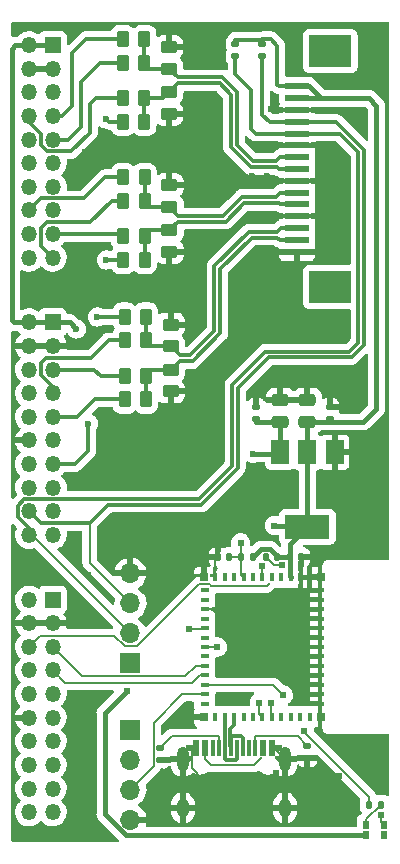
<source format=gtl>
%TF.GenerationSoftware,KiCad,Pcbnew,6.0.4-6f826c9f35~116~ubuntu18.04.1*%
%TF.CreationDate,2022-06-27T14:44:09+00:00*%
%TF.ProjectId,zynq-mipi,7a796e71-2d6d-4697-9069-2e6b69636164,rev?*%
%TF.SameCoordinates,Original*%
%TF.FileFunction,Copper,L1,Top*%
%TF.FilePolarity,Positive*%
%FSLAX46Y46*%
G04 Gerber Fmt 4.6, Leading zero omitted, Abs format (unit mm)*
G04 Created by KiCad (PCBNEW 6.0.4-6f826c9f35~116~ubuntu18.04.1) date 2022-06-27 14:44:09*
%MOMM*%
%LPD*%
G01*
G04 APERTURE LIST*
G04 Aperture macros list*
%AMRoundRect*
0 Rectangle with rounded corners*
0 $1 Rounding radius*
0 $2 $3 $4 $5 $6 $7 $8 $9 X,Y pos of 4 corners*
0 Add a 4 corners polygon primitive as box body*
4,1,4,$2,$3,$4,$5,$6,$7,$8,$9,$2,$3,0*
0 Add four circle primitives for the rounded corners*
1,1,$1+$1,$2,$3*
1,1,$1+$1,$4,$5*
1,1,$1+$1,$6,$7*
1,1,$1+$1,$8,$9*
0 Add four rect primitives between the rounded corners*
20,1,$1+$1,$2,$3,$4,$5,0*
20,1,$1+$1,$4,$5,$6,$7,0*
20,1,$1+$1,$6,$7,$8,$9,0*
20,1,$1+$1,$8,$9,$2,$3,0*%
%AMFreePoly0*
4,1,6,0.725000,-0.725000,-0.725000,-0.725000,-0.725000,0.125000,-0.125000,0.725000,0.725000,0.725000,0.725000,-0.725000,0.725000,-0.725000,$1*%
G04 Aperture macros list end*
%TA.AperFunction,SMDPad,CuDef*%
%ADD10RoundRect,0.250000X0.475000X-0.250000X0.475000X0.250000X-0.475000X0.250000X-0.475000X-0.250000X0*%
%TD*%
%TA.AperFunction,SMDPad,CuDef*%
%ADD11RoundRect,0.140000X0.170000X-0.140000X0.170000X0.140000X-0.170000X0.140000X-0.170000X-0.140000X0*%
%TD*%
%TA.AperFunction,SMDPad,CuDef*%
%ADD12RoundRect,0.250000X-0.262500X-0.450000X0.262500X-0.450000X0.262500X0.450000X-0.262500X0.450000X0*%
%TD*%
%TA.AperFunction,SMDPad,CuDef*%
%ADD13RoundRect,0.250000X0.262500X0.450000X-0.262500X0.450000X-0.262500X-0.450000X0.262500X-0.450000X0*%
%TD*%
%TA.AperFunction,SMDPad,CuDef*%
%ADD14RoundRect,0.250000X0.450000X-0.262500X0.450000X0.262500X-0.450000X0.262500X-0.450000X-0.262500X0*%
%TD*%
%TA.AperFunction,SMDPad,CuDef*%
%ADD15R,1.500000X2.000000*%
%TD*%
%TA.AperFunction,SMDPad,CuDef*%
%ADD16R,3.800000X2.000000*%
%TD*%
%TA.AperFunction,ComponentPad*%
%ADD17R,1.350000X1.350000*%
%TD*%
%TA.AperFunction,ComponentPad*%
%ADD18O,1.350000X1.350000*%
%TD*%
%TA.AperFunction,SMDPad,CuDef*%
%ADD19R,0.400000X0.800000*%
%TD*%
%TA.AperFunction,SMDPad,CuDef*%
%ADD20R,0.800000X0.400000*%
%TD*%
%TA.AperFunction,SMDPad,CuDef*%
%ADD21R,1.450000X1.450000*%
%TD*%
%TA.AperFunction,SMDPad,CuDef*%
%ADD22R,0.700000X0.700000*%
%TD*%
%TA.AperFunction,SMDPad,CuDef*%
%ADD23FreePoly0,270.000000*%
%TD*%
%TA.AperFunction,ComponentPad*%
%ADD24R,1.700000X1.700000*%
%TD*%
%TA.AperFunction,ComponentPad*%
%ADD25O,1.700000X1.700000*%
%TD*%
%TA.AperFunction,SMDPad,CuDef*%
%ADD26R,0.600000X0.700000*%
%TD*%
%TA.AperFunction,SMDPad,CuDef*%
%ADD27RoundRect,0.135000X-0.185000X0.135000X-0.185000X-0.135000X0.185000X-0.135000X0.185000X0.135000X0*%
%TD*%
%TA.AperFunction,SMDPad,CuDef*%
%ADD28R,2.000000X0.610000*%
%TD*%
%TA.AperFunction,SMDPad,CuDef*%
%ADD29R,3.600000X2.680000*%
%TD*%
%TA.AperFunction,SMDPad,CuDef*%
%ADD30R,0.600000X1.450000*%
%TD*%
%TA.AperFunction,SMDPad,CuDef*%
%ADD31R,0.300000X1.450000*%
%TD*%
%TA.AperFunction,ComponentPad*%
%ADD32O,1.000000X1.600000*%
%TD*%
%TA.AperFunction,ComponentPad*%
%ADD33O,1.000000X2.100000*%
%TD*%
%TA.AperFunction,SMDPad,CuDef*%
%ADD34RoundRect,0.140000X0.140000X0.170000X-0.140000X0.170000X-0.140000X-0.170000X0.140000X-0.170000X0*%
%TD*%
%TA.AperFunction,SMDPad,CuDef*%
%ADD35RoundRect,0.140000X-0.140000X-0.170000X0.140000X-0.170000X0.140000X0.170000X-0.140000X0.170000X0*%
%TD*%
%TA.AperFunction,SMDPad,CuDef*%
%ADD36RoundRect,0.135000X0.135000X0.185000X-0.135000X0.185000X-0.135000X-0.185000X0.135000X-0.185000X0*%
%TD*%
%TA.AperFunction,ViaPad*%
%ADD37C,0.600000*%
%TD*%
%TA.AperFunction,ViaPad*%
%ADD38C,0.609600*%
%TD*%
%TA.AperFunction,Conductor*%
%ADD39C,0.203200*%
%TD*%
%TA.AperFunction,Conductor*%
%ADD40C,0.406400*%
%TD*%
%TA.AperFunction,Conductor*%
%ADD41C,0.304800*%
%TD*%
G04 APERTURE END LIST*
D10*
%TO.P,C1,1*%
%TO.N,+5V*%
X155795500Y-93853000D03*
%TO.P,C1,2*%
%TO.N,GNDD*%
X155795500Y-91953000D03*
%TD*%
D11*
%TO.P,C2,1*%
%TO.N,+5V*%
X153763500Y-93558000D03*
%TO.P,C2,2*%
%TO.N,GNDD*%
X153763500Y-92598000D03*
%TD*%
D10*
%TO.P,C3,1*%
%TO.N,+3V3*%
X158081500Y-93853000D03*
%TO.P,C3,2*%
%TO.N,GNDD*%
X158081500Y-91953000D03*
%TD*%
D11*
%TO.P,C4,1*%
%TO.N,+3V3*%
X159986500Y-93558000D03*
%TO.P,C4,2*%
%TO.N,GNDD*%
X159986500Y-92598000D03*
%TD*%
D12*
%TO.P,R3,1*%
%TO.N,/D1_LP_P*%
X142602000Y-84938000D03*
%TO.P,R3,2*%
%TO.N,/D1_P*%
X144427000Y-84938000D03*
%TD*%
D13*
%TO.P,R4,1*%
%TO.N,/D1_P*%
X144427000Y-86938000D03*
%TO.P,R4,2*%
%TO.N,/D1_HS_P*%
X142602000Y-86938000D03*
%TD*%
D14*
%TO.P,R5,1*%
%TO.N,/D1_P*%
X146514500Y-87438000D03*
%TO.P,R5,2*%
%TO.N,GNDD*%
X146514500Y-85613000D03*
%TD*%
%TO.P,R6,1*%
%TO.N,GNDD*%
X146514500Y-91263000D03*
%TO.P,R6,2*%
%TO.N,/D1_N*%
X146514500Y-89438000D03*
%TD*%
D13*
%TO.P,R7,1*%
%TO.N,/D1_N*%
X144427000Y-89938000D03*
%TO.P,R7,2*%
%TO.N,/D1_HS_N*%
X142602000Y-89938000D03*
%TD*%
%TO.P,R8,1*%
%TO.N,/D1_N*%
X144427000Y-91938000D03*
%TO.P,R8,2*%
%TO.N,/D1_LP_N*%
X142602000Y-91938000D03*
%TD*%
D12*
%TO.P,R9,1*%
%TO.N,/D0_LP_P*%
X142453001Y-61430499D03*
%TO.P,R9,2*%
%TO.N,/D0_P*%
X144278001Y-61430499D03*
%TD*%
D13*
%TO.P,R10,1*%
%TO.N,/D0_P*%
X144278001Y-63430499D03*
%TO.P,R10,2*%
%TO.N,/D0_HS_P*%
X142453001Y-63430499D03*
%TD*%
D14*
%TO.P,R11,1*%
%TO.N,/D0_P*%
X146365501Y-63930499D03*
%TO.P,R11,2*%
%TO.N,GNDD*%
X146365501Y-62105499D03*
%TD*%
%TO.P,R12,1*%
%TO.N,GNDD*%
X146365501Y-67755499D03*
%TO.P,R12,2*%
%TO.N,/D0_N*%
X146365501Y-65930499D03*
%TD*%
D13*
%TO.P,R13,1*%
%TO.N,/D0_N*%
X144278001Y-66430499D03*
%TO.P,R13,2*%
%TO.N,/D0_HS_N*%
X142453001Y-66430499D03*
%TD*%
%TO.P,R14,1*%
%TO.N,/D0_N*%
X144278001Y-68430499D03*
%TO.P,R14,2*%
%TO.N,/D0_LP_N*%
X142453001Y-68430499D03*
%TD*%
D12*
%TO.P,R15,1*%
%TO.N,/CLK_LP_P*%
X142480001Y-73128499D03*
%TO.P,R15,2*%
%TO.N,/CLK_P*%
X144305001Y-73128499D03*
%TD*%
D13*
%TO.P,R16,1*%
%TO.N,/CLK_P*%
X144305001Y-75128499D03*
%TO.P,R16,2*%
%TO.N,/CLK_HS_P*%
X142480001Y-75128499D03*
%TD*%
D14*
%TO.P,R17,1*%
%TO.N,/CLK_P*%
X146392501Y-75628499D03*
%TO.P,R17,2*%
%TO.N,GNDD*%
X146392501Y-73803499D03*
%TD*%
%TO.P,R18,1*%
%TO.N,GNDD*%
X146392501Y-79453499D03*
%TO.P,R18,2*%
%TO.N,/CLK_N*%
X146392501Y-77628499D03*
%TD*%
D13*
%TO.P,R19,1*%
%TO.N,/CLK_N*%
X144305001Y-78128499D03*
%TO.P,R19,2*%
%TO.N,/CLK_HS_N*%
X142480001Y-78128499D03*
%TD*%
%TO.P,R20,1*%
%TO.N,/CLK_N*%
X144305001Y-80128499D03*
%TO.P,R20,2*%
%TO.N,/CLK_LP_N*%
X142480001Y-80128499D03*
%TD*%
D15*
%TO.P,U1,1,GND*%
%TO.N,GNDD*%
X160381500Y-96418000D03*
%TO.P,U1,2,VO*%
%TO.N,+3V3*%
X158081500Y-96418000D03*
D16*
X158081500Y-102718000D03*
D15*
%TO.P,U1,3,VI*%
%TO.N,+5V*%
X155781500Y-96418000D03*
%TD*%
D17*
%TO.P,J4,1,Pin_1*%
%TO.N,+5V*%
X136514500Y-61938000D03*
D18*
%TO.P,J4,2,Pin_2*%
X134514500Y-61938000D03*
%TO.P,J4,3,Pin_3*%
%TO.N,GNDD*%
X136514500Y-63938000D03*
%TO.P,J4,4,Pin_4*%
X134514500Y-63938000D03*
%TO.P,J4,5,Pin_5*%
%TO.N,/D0_LP_N*%
X136514500Y-65938000D03*
%TO.P,J4,6,Pin_6*%
%TO.N,/ebaz4205/DATA1-6*%
X134514500Y-65938000D03*
%TO.P,J4,7,Pin_7*%
%TO.N,/D0_LP_P*%
X136514500Y-67938000D03*
%TO.P,J4,8,Pin_8*%
%TO.N,/D0_HS_N*%
X134514500Y-67938000D03*
%TO.P,J4,9,Pin_9*%
%TO.N,/D0_HS_P*%
X136514500Y-69938000D03*
%TO.P,J4,10,Pin_10*%
%TO.N,unconnected-(J4-Pad10)*%
X134514500Y-69938000D03*
%TO.P,J4,11,Pin_11*%
%TO.N,/ebaz4205/DATA1-11*%
X136514500Y-71938000D03*
%TO.P,J4,12,Pin_12*%
%TO.N,GNDD*%
X134514500Y-71938000D03*
%TO.P,J4,13,Pin_13*%
%TO.N,/CLK_LP_N*%
X136514500Y-73938000D03*
%TO.P,J4,14,Pin_14*%
%TO.N,/ebaz4205/DATA1-14*%
X134514500Y-73938000D03*
%TO.P,J4,15,Pin_15*%
%TO.N,/ebaz4205/DATA1-15*%
X136514500Y-75938000D03*
%TO.P,J4,16,Pin_16*%
%TO.N,/CLK_LP_P*%
X134514500Y-75938000D03*
%TO.P,J4,17,Pin_17*%
%TO.N,/CLK_HS_N*%
X136514500Y-77938000D03*
%TO.P,J4,18,Pin_18*%
%TO.N,/ebaz4205/DATA1-18*%
X134514500Y-77938000D03*
%TO.P,J4,19,Pin_19*%
%TO.N,/CLK_HS_P*%
X136514500Y-79938000D03*
%TO.P,J4,20,Pin_20*%
%TO.N,/ebaz4205/DATA1-20*%
X134514500Y-79938000D03*
%TD*%
D19*
%TO.P,U2,1,GND*%
%TO.N,GNDD*%
X158271500Y-107003000D03*
%TO.P,U2,2,GND*%
X157471500Y-107003000D03*
%TO.P,U2,3,3V3*%
%TO.N,+3V3*%
X156671500Y-107003000D03*
%TO.P,U2,4,NC*%
%TO.N,unconnected-(U2-Pad4)*%
X155871500Y-107003000D03*
%TO.P,U2,5,GPIO2/ADC1_CH2*%
%TO.N,/MISO*%
X155071500Y-107003000D03*
%TO.P,U2,6,GPIO3/ADC1_CH3*%
%TO.N,/HANDSHAKE*%
X154271500Y-107003000D03*
%TO.P,U2,7,NC*%
%TO.N,unconnected-(U2-Pad7)*%
X153471500Y-107003000D03*
%TO.P,U2,8,EN/CHIP_PU*%
%TO.N,/RST*%
X152671500Y-107003000D03*
%TO.P,U2,9,NC*%
%TO.N,unconnected-(U2-Pad9)*%
X151871500Y-107003000D03*
%TO.P,U2,10,NC*%
%TO.N,unconnected-(U2-Pad10)*%
X151071500Y-107003000D03*
%TO.P,U2,11,GND*%
%TO.N,GNDD*%
X150271500Y-107003000D03*
D20*
%TO.P,U2,12,GPIO0/ADC1_CH0/XTAL_32K_P*%
%TO.N,unconnected-(U2-Pad12)*%
X149371500Y-108103000D03*
%TO.P,U2,13,GPIO1/ADC1_CH1/XTAL_32K_N*%
%TO.N,unconnected-(U2-Pad13)*%
X149371500Y-108903000D03*
%TO.P,U2,14,GND*%
%TO.N,GNDD*%
X149371500Y-109703000D03*
%TO.P,U2,15,NC*%
%TO.N,unconnected-(U2-Pad15)*%
X149371500Y-110503000D03*
%TO.P,U2,16,GPIO10*%
%TO.N,/CS*%
X149371500Y-111303000D03*
%TO.P,U2,17,NC*%
%TO.N,unconnected-(U2-Pad17)*%
X149371500Y-112103000D03*
%TO.P,U2,18,GPIO4/ADC1_CH4*%
%TO.N,/DATAREADY*%
X149371500Y-112903000D03*
%TO.P,U2,19,GPIO5/ADC2_CH0*%
%TO.N,unconnected-(U2-Pad19)*%
X149371500Y-113703000D03*
%TO.P,U2,20,GPIO6*%
%TO.N,/SCLK*%
X149371500Y-114503000D03*
%TO.P,U2,21,GPIO7*%
%TO.N,/MOSI*%
X149371500Y-115303000D03*
%TO.P,U2,22,GPIO8*%
%TO.N,Net-(R21-Pad2)*%
X149371500Y-116103000D03*
%TO.P,U2,23,GPIO9*%
%TO.N,/esp_hosted/BOOT*%
X149371500Y-116903000D03*
%TO.P,U2,24,NC*%
%TO.N,unconnected-(U2-Pad24)*%
X149371500Y-117703000D03*
D19*
%TO.P,U2,25,NC*%
%TO.N,unconnected-(U2-Pad25)*%
X150271500Y-118803000D03*
%TO.P,U2,26,GPIO18/USB_D-*%
%TO.N,/esp_hosted/USB_D-*%
X151071500Y-118803000D03*
%TO.P,U2,27,GPIO19/USB_D+*%
%TO.N,/esp_hosted/USB_D+*%
X151871500Y-118803000D03*
%TO.P,U2,28,NC*%
%TO.N,unconnected-(U2-Pad28)*%
X152671500Y-118803000D03*
%TO.P,U2,29,NC*%
%TO.N,unconnected-(U2-Pad29)*%
X153471500Y-118803000D03*
%TO.P,U2,30,GPIO20/U0RXD*%
%TO.N,/esp_hosted/RXD*%
X154271500Y-118803000D03*
%TO.P,U2,31,GPIO21/U0TXD*%
%TO.N,/esp_hosted/TXD*%
X155071500Y-118803000D03*
%TO.P,U2,32,NC*%
%TO.N,unconnected-(U2-Pad32)*%
X155871500Y-118803000D03*
%TO.P,U2,33,NC*%
%TO.N,unconnected-(U2-Pad33)*%
X156671500Y-118803000D03*
%TO.P,U2,34,NC*%
%TO.N,unconnected-(U2-Pad34)*%
X157471500Y-118803000D03*
%TO.P,U2,35,NC*%
%TO.N,unconnected-(U2-Pad35)*%
X158271500Y-118803000D03*
D20*
%TO.P,U2,36,GND*%
%TO.N,GNDD*%
X159171500Y-117703000D03*
X159171500Y-108903000D03*
D21*
X152296500Y-114878000D03*
D22*
X159221500Y-106953000D03*
D21*
X154271500Y-114878000D03*
D20*
X159171500Y-115303000D03*
D21*
X152296500Y-110928000D03*
D22*
X149321500Y-106953000D03*
D20*
X159171500Y-114503000D03*
X159171500Y-113703000D03*
D22*
X159221500Y-118853000D03*
D20*
X159171500Y-111303000D03*
X159171500Y-116103000D03*
D21*
X152296500Y-112903000D03*
X156246500Y-112903000D03*
X154271500Y-110928000D03*
D20*
X159171500Y-112103000D03*
D21*
X156246500Y-114878000D03*
D22*
X149321500Y-118853000D03*
D20*
X159171500Y-108103000D03*
X159171500Y-116903000D03*
X159171500Y-109703000D03*
X159171500Y-110503000D03*
X159171500Y-112903000D03*
D23*
X156246500Y-110928000D03*
D21*
X154271500Y-112903000D03*
%TD*%
D24*
%TO.P,J2,1,Pin_1*%
%TO.N,+3V3*%
X143095500Y-114290000D03*
D25*
%TO.P,J2,2,Pin_2*%
%TO.N,/I2C_SCL*%
X143095500Y-111750000D03*
%TO.P,J2,3,Pin_3*%
%TO.N,/I2C_SDA*%
X143095500Y-109210000D03*
%TO.P,J2,4,Pin_4*%
%TO.N,GNDD*%
X143095500Y-106670000D03*
%TD*%
D17*
%TO.P,J5,1,Pin_1*%
%TO.N,+5V*%
X136514500Y-85413000D03*
D18*
%TO.P,J5,2,Pin_2*%
X134514500Y-85413000D03*
%TO.P,J5,3,Pin_3*%
%TO.N,GNDD*%
X136514500Y-87413000D03*
%TO.P,J5,4,Pin_4*%
X134514500Y-87413000D03*
%TO.P,J5,5,Pin_5*%
%TO.N,/D1_HS_N*%
X136514500Y-89413000D03*
%TO.P,J5,6,Pin_6*%
%TO.N,/ebaz4205/DATA2-6*%
X134514500Y-89413000D03*
%TO.P,J5,7,Pin_7*%
%TO.N,/D1_HS_P*%
X136514500Y-91413000D03*
%TO.P,J5,8,Pin_8*%
%TO.N,/ebaz4205/DATA2-8*%
X134514500Y-91413000D03*
%TO.P,J5,9,Pin_9*%
%TO.N,/D1_LP_N*%
X136514500Y-93413000D03*
%TO.P,J5,10,Pin_10*%
%TO.N,unconnected-(J5-Pad10)*%
X134514500Y-93413000D03*
%TO.P,J5,11,Pin_11*%
%TO.N,/ebaz4205/DATA2-11*%
X136514500Y-95413000D03*
%TO.P,J5,12,Pin_12*%
%TO.N,GNDD*%
X134514500Y-95413000D03*
%TO.P,J5,13,Pin_13*%
%TO.N,/D1_LP_P*%
X136514500Y-97413000D03*
%TO.P,J5,14,Pin_14*%
%TO.N,/ebaz4205/DATA2-14*%
X134514500Y-97413000D03*
%TO.P,J5,15,Pin_15*%
%TO.N,/ebaz4205/DATA2-15*%
X136514500Y-99413000D03*
%TO.P,J5,16,Pin_16*%
%TO.N,/ebaz4205/DATA2-16*%
X134514500Y-99413000D03*
%TO.P,J5,17,Pin_17*%
%TO.N,/ebaz4205/DATA2-17*%
X136514500Y-101413000D03*
%TO.P,J5,18,Pin_18*%
%TO.N,/I2C_SDA*%
X134514500Y-101413000D03*
%TO.P,J5,19,Pin_19*%
%TO.N,/ebaz4205/DATA2-19*%
X136514500Y-103413000D03*
%TO.P,J5,20,Pin_20*%
%TO.N,/I2C_SCL*%
X134514500Y-103413000D03*
%TD*%
D26*
%TO.P,D1,1,VDD*%
%TO.N,+3V3*%
X163066500Y-128847000D03*
%TO.P,D1,2,DOUT*%
%TO.N,unconnected-(D1-Pad2)*%
X164566500Y-128847000D03*
%TO.P,D1,3,VSS*%
%TO.N,GNDD*%
X164566500Y-127947000D03*
%TO.P,D1,4,DIN*%
%TO.N,Net-(D1-Pad4)*%
X163066500Y-127947000D03*
%TD*%
D27*
%TO.P,R2,1*%
%TO.N,+3V3*%
X151985500Y-61847000D03*
%TO.P,R2,2*%
%TO.N,/I2C_SCL*%
X151985500Y-62867000D03*
%TD*%
D28*
%TO.P,J1,1,Pin_1*%
%TO.N,GNDD*%
X157214500Y-79428000D03*
%TO.P,J1,2,Pin_2*%
%TO.N,/D1_N*%
X157214500Y-78428000D03*
%TO.P,J1,3,Pin_3*%
%TO.N,/D1_P*%
X157214500Y-77428000D03*
%TO.P,J1,4,Pin_4*%
%TO.N,GNDD*%
X157214500Y-76428000D03*
%TO.P,J1,5,Pin_5*%
%TO.N,/CLK_N*%
X157214500Y-75428000D03*
%TO.P,J1,6,Pin_6*%
%TO.N,/CLK_P*%
X157214500Y-74428000D03*
%TO.P,J1,7,Pin_7*%
%TO.N,GNDD*%
X157214500Y-73428000D03*
%TO.P,J1,8,Pin_8*%
%TO.N,/D0_N*%
X157214500Y-72428000D03*
%TO.P,J1,9,Pin_9*%
%TO.N,/D0_P*%
X157214500Y-71428000D03*
%TO.P,J1,10,Pin_10*%
%TO.N,GNDD*%
X157214500Y-70428000D03*
%TO.P,J1,11,Pin_11*%
%TO.N,/I2C_SCL*%
X157214500Y-69428000D03*
%TO.P,J1,12,Pin_12*%
%TO.N,/I2C_SDA*%
X157214500Y-68428000D03*
%TO.P,J1,13,Pin_13*%
%TO.N,GNDD*%
X157214500Y-67428000D03*
%TO.P,J1,14,Pin_14*%
%TO.N,+3V3*%
X157214500Y-66428000D03*
%TO.P,J1,15,Pin_15*%
X157214500Y-65428000D03*
D29*
%TO.P,J1,MP*%
%TO.N,N/C*%
X160014500Y-62438000D03*
X160014500Y-82418000D03*
%TD*%
D30*
%TO.P,J3,A1,GND*%
%TO.N,GNDD*%
X148608500Y-121431000D03*
%TO.P,J3,A4,VBUS*%
%TO.N,VBUS*%
X149408500Y-121431000D03*
D31*
%TO.P,J3,A5,CC1*%
%TO.N,Net-(J3-PadA5)*%
X150608500Y-121431000D03*
%TO.P,J3,A6,D+*%
%TO.N,/esp_hosted/USB_D+*%
X151608500Y-121431000D03*
%TO.P,J3,A7,D-*%
%TO.N,/esp_hosted/USB_D-*%
X152108500Y-121431000D03*
%TO.P,J3,A8,SBU1*%
%TO.N,unconnected-(J3-PadA8)*%
X153108500Y-121431000D03*
D30*
%TO.P,J3,A9,VBUS*%
%TO.N,VBUS*%
X154308500Y-121431000D03*
%TO.P,J3,A12,GND*%
%TO.N,GNDD*%
X155108500Y-121431000D03*
%TO.P,J3,B1,GND*%
X155108500Y-121431000D03*
%TO.P,J3,B4,VBUS*%
%TO.N,VBUS*%
X154308500Y-121431000D03*
D31*
%TO.P,J3,B5,CC2*%
%TO.N,Net-(J3-PadB5)*%
X153608500Y-121431000D03*
%TO.P,J3,B6,D+*%
%TO.N,/esp_hosted/USB_D+*%
X152608500Y-121431000D03*
%TO.P,J3,B7,D-*%
%TO.N,/esp_hosted/USB_D-*%
X151108500Y-121431000D03*
%TO.P,J3,B8,SBU2*%
%TO.N,unconnected-(J3-PadB8)*%
X150108500Y-121431000D03*
D30*
%TO.P,J3,B9,VBUS*%
%TO.N,VBUS*%
X149408500Y-121431000D03*
%TO.P,J3,B12,GND*%
%TO.N,GNDD*%
X148608500Y-121431000D03*
D32*
%TO.P,J3,S1,SHIELD*%
X147538500Y-126526000D03*
X156178500Y-126526000D03*
D33*
X147538500Y-122346000D03*
X156178500Y-122346000D03*
%TD*%
D34*
%TO.P,C7,1*%
%TO.N,+3V3*%
X155513500Y-105283000D03*
%TO.P,C7,2*%
%TO.N,GNDD*%
X154553500Y-105283000D03*
%TD*%
D35*
%TO.P,C6,1*%
%TO.N,GNDD*%
X150489500Y-105283000D03*
%TO.P,C6,2*%
%TO.N,/RST*%
X151449500Y-105283000D03*
%TD*%
D27*
%TO.P,R24,1*%
%TO.N,Net-(J3-PadB5)*%
X158081500Y-121283000D03*
%TO.P,R24,2*%
%TO.N,GNDD*%
X158081500Y-122303000D03*
%TD*%
%TO.P,R23,1*%
%TO.N,Net-(J3-PadA5)*%
X145635500Y-121412000D03*
%TO.P,R23,2*%
%TO.N,GNDD*%
X145635500Y-122432000D03*
%TD*%
D24*
%TO.P,J7,1,Pin_1*%
%TO.N,/esp_hosted/RXD*%
X143095500Y-119898000D03*
D25*
%TO.P,J7,2,Pin_2*%
%TO.N,/esp_hosted/TXD*%
X143095500Y-122438000D03*
%TO.P,J7,3,Pin_3*%
%TO.N,/esp_hosted/BOOT*%
X143095500Y-124978000D03*
%TO.P,J7,4,Pin_4*%
%TO.N,GNDD*%
X143095500Y-127518000D03*
%TD*%
D36*
%TO.P,R22,1*%
%TO.N,+3V3*%
X153511500Y-105283000D03*
%TO.P,R22,2*%
%TO.N,/RST*%
X152491500Y-105283000D03*
%TD*%
%TO.P,R21,1*%
%TO.N,Net-(D1-Pad4)*%
X164306500Y-126238000D03*
%TO.P,R21,2*%
%TO.N,Net-(R21-Pad2)*%
X163286500Y-126238000D03*
%TD*%
D17*
%TO.P,J6,1,Pin_1*%
%TO.N,+5V*%
X136514500Y-108888000D03*
D18*
%TO.P,J6,2,Pin_2*%
X134514500Y-108888000D03*
%TO.P,J6,3,Pin_3*%
%TO.N,GNDD*%
X136514500Y-110888000D03*
%TO.P,J6,4,Pin_4*%
X134514500Y-110888000D03*
%TO.P,J6,5,Pin_5*%
%TO.N,/SCLK*%
X136514500Y-112888000D03*
%TO.P,J6,6,Pin_6*%
%TO.N,/MISO*%
X134514500Y-112888000D03*
%TO.P,J6,7,Pin_7*%
%TO.N,/MOSI*%
X136514500Y-114888000D03*
%TO.P,J6,8,Pin_8*%
%TO.N,/CS*%
X134514500Y-114888000D03*
%TO.P,J6,9,Pin_9*%
%TO.N,/HANDSHAKE*%
X136514500Y-116888000D03*
%TO.P,J6,10,Pin_10*%
%TO.N,unconnected-(J6-Pad10)*%
X134514500Y-116888000D03*
%TO.P,J6,11,Pin_11*%
%TO.N,/DATAREADY*%
X136514500Y-118888000D03*
%TO.P,J6,12,Pin_12*%
%TO.N,GNDD*%
X134514500Y-118888000D03*
%TO.P,J6,13,Pin_13*%
%TO.N,/RST*%
X136514500Y-120888000D03*
%TO.P,J6,14,Pin_14*%
%TO.N,/ebaz4205/DATA3-14*%
X134514500Y-120888000D03*
%TO.P,J6,15,Pin_15*%
%TO.N,/ebaz4205/DATA3-15*%
X136514500Y-122888000D03*
%TO.P,J6,16,Pin_16*%
%TO.N,/ebaz4205/DATA3-16*%
X134514500Y-122888000D03*
%TO.P,J6,17,Pin_17*%
%TO.N,/ebaz4205/DATA3-17*%
X136514500Y-124888000D03*
%TO.P,J6,18,Pin_18*%
%TO.N,/ebaz4205/DATA3-18*%
X134514500Y-124888000D03*
%TO.P,J6,19,Pin_19*%
%TO.N,/ebaz4205/DATA3-19*%
X136514500Y-126888000D03*
%TO.P,J6,20,Pin_20*%
%TO.N,/ebaz4205/DATA3-20*%
X134514500Y-126888000D03*
%TD*%
D35*
%TO.P,C5,1*%
%TO.N,+3V3*%
X156585500Y-105283000D03*
%TO.P,C5,2*%
%TO.N,GNDD*%
X157545500Y-105283000D03*
%TD*%
D27*
%TO.P,R1,1*%
%TO.N,+3V3*%
X154271500Y-61847000D03*
%TO.P,R1,2*%
%TO.N,/I2C_SDA*%
X154271500Y-62867000D03*
%TD*%
D37*
%TO.N,GNDD*%
X145635500Y-69596000D03*
X145635500Y-70739000D03*
X146905500Y-69596000D03*
X146905500Y-70739000D03*
X148556500Y-70866000D03*
X149826500Y-72009000D03*
X148556500Y-72009000D03*
X149826500Y-70866000D03*
X149953500Y-74168000D03*
X149953500Y-75311000D03*
X148683500Y-75311000D03*
X148683500Y-74168000D03*
X150207500Y-79375000D03*
X150207500Y-78232000D03*
X148937500Y-79375000D03*
X148937500Y-78232000D03*
X147667500Y-81661000D03*
X146397500Y-81661000D03*
X147667500Y-82804000D03*
X146397500Y-82804000D03*
X144111500Y-82931000D03*
X142841500Y-81788000D03*
X144111500Y-81788000D03*
X142841500Y-82931000D03*
X140047500Y-82931000D03*
X141317500Y-81788000D03*
X140047500Y-81788000D03*
X141317500Y-82931000D03*
X142587500Y-71374000D03*
X143857500Y-71374000D03*
X142587500Y-70231000D03*
X143857500Y-70231000D03*
X140555500Y-72136000D03*
X139285500Y-72136000D03*
X139285500Y-70993000D03*
X140555500Y-70993000D03*
X150207500Y-62865000D03*
X148937500Y-61722000D03*
X150207500Y-61722000D03*
X148937500Y-62865000D03*
X153382500Y-73025000D03*
X154652500Y-73025000D03*
X159224500Y-74422000D03*
X159224500Y-73279000D03*
X160494500Y-74422000D03*
X160494500Y-73279000D03*
X160240500Y-76454000D03*
X160240500Y-77597000D03*
X158970500Y-77597000D03*
X158970500Y-76454000D03*
X155160500Y-81153000D03*
X153890500Y-81153000D03*
X153890500Y-80010000D03*
X155160500Y-80010000D03*
X151858500Y-82042000D03*
X153128500Y-83185000D03*
X151858500Y-83185000D03*
X153128500Y-82042000D03*
X151731500Y-84963000D03*
X153001500Y-86106000D03*
X153001500Y-84963000D03*
X151731500Y-86106000D03*
X151731500Y-88138000D03*
X151731500Y-89281000D03*
X150461500Y-89281000D03*
X150461500Y-88138000D03*
X154652500Y-86106000D03*
X155922500Y-84963000D03*
X154652500Y-84963000D03*
X155922500Y-86106000D03*
X157319500Y-84963000D03*
X157319500Y-86106000D03*
X158589500Y-86106000D03*
X158589500Y-84963000D03*
X148810500Y-92710000D03*
X150080500Y-91567000D03*
X150080500Y-92710000D03*
X148810500Y-91567000D03*
X150080500Y-94234000D03*
X150080500Y-95377000D03*
X148810500Y-95377000D03*
X148810500Y-94234000D03*
X145889500Y-94234000D03*
X147159500Y-95377000D03*
X147159500Y-94234000D03*
X145889500Y-95377000D03*
X143095500Y-95377000D03*
X144365500Y-94234000D03*
X144365500Y-95377000D03*
X143095500Y-94234000D03*
X144365500Y-99314000D03*
X144365500Y-98171000D03*
X143095500Y-98171000D03*
X143095500Y-99314000D03*
X146143500Y-99314000D03*
X146143500Y-98171000D03*
X147413500Y-98171000D03*
X147413500Y-99314000D03*
X143095500Y-103251000D03*
X143095500Y-102108000D03*
X144365500Y-102108000D03*
X144365500Y-103251000D03*
X147413500Y-102108000D03*
X146143500Y-103251000D03*
X147413500Y-103251000D03*
X146143500Y-102108000D03*
X149445500Y-102870000D03*
X150715500Y-101727000D03*
X149445500Y-101727000D03*
X150715500Y-102870000D03*
X153128500Y-99568000D03*
X151858500Y-100711000D03*
X153128500Y-100711000D03*
X151858500Y-99568000D03*
X156430500Y-89408000D03*
X155160500Y-90551000D03*
X155160500Y-89408000D03*
X156430500Y-90551000D03*
X157700500Y-90551000D03*
X157700500Y-89408000D03*
X158970500Y-90551000D03*
X158970500Y-89408000D03*
X160367500Y-90551000D03*
X161637500Y-90551000D03*
X161637500Y-89408000D03*
X160367500Y-89408000D03*
X164050500Y-96647000D03*
X162780500Y-96647000D03*
X162780500Y-95504000D03*
X164050500Y-95504000D03*
X164050500Y-98298000D03*
X162780500Y-99441000D03*
X162780500Y-98298000D03*
X164050500Y-99441000D03*
X162780500Y-101219000D03*
X164050500Y-102362000D03*
X162780500Y-102362000D03*
X164050500Y-101219000D03*
X160367500Y-67437000D03*
X159097500Y-67437000D03*
X160494500Y-72009000D03*
X159224500Y-72009000D03*
X159224500Y-70612000D03*
X160494500Y-70612000D03*
X155033500Y-67310000D03*
X155160500Y-70485000D03*
X153890500Y-70485000D03*
D38*
X139539500Y-110109000D03*
D37*
X148175500Y-67056000D03*
D38*
X139666500Y-125349000D03*
X153382500Y-124206000D03*
X160748500Y-125730000D03*
X164304500Y-127127000D03*
X160748500Y-123825000D03*
X139539500Y-106807000D03*
X151350500Y-117221000D03*
D37*
X149445500Y-67056000D03*
D38*
X150207500Y-124206000D03*
X151985500Y-108712000D03*
X150715500Y-114808000D03*
D37*
X148175500Y-68199000D03*
D38*
X139666500Y-122555000D03*
X147921500Y-117983000D03*
D37*
X149445500Y-68199000D03*
D38*
X155925600Y-105984049D03*
X150461500Y-109728000D03*
X155414500Y-123571000D03*
D37*
%TO.N,+5V*%
X138523500Y-85979000D03*
X153509500Y-96520000D03*
D38*
%TO.N,+3V3*%
X142841500Y-116586000D03*
X155287500Y-102616000D03*
D37*
%TO.N,/D1_LP_P*%
X140301500Y-84963000D03*
X139539500Y-93980000D03*
%TO.N,/D0_LP_N*%
X141063500Y-68199000D03*
%TO.N,/CLK_LP_N*%
X141063500Y-80137000D03*
D38*
%TO.N,/RST*%
X152430000Y-104076500D03*
%TO.N,/CS*%
X148048500Y-111379000D03*
%TO.N,/HANDSHAKE*%
X154271500Y-106045000D03*
%TO.N,/DATAREADY*%
X150461500Y-112903000D03*
%TO.N,Net-(R21-Pad2)*%
X157827500Y-120015000D03*
X156049500Y-116967000D03*
%TO.N,/esp_hosted/RXD*%
X154017500Y-117602000D03*
%TO.N,/esp_hosted/TXD*%
X155033500Y-117602000D03*
%TD*%
D39*
%TO.N,GNDD*%
X155263500Y-121431000D02*
X156178500Y-122346000D01*
X150271500Y-105501000D02*
X150489500Y-105283000D01*
X148292379Y-121747121D02*
X148292379Y-123156060D01*
X150271500Y-107003000D02*
X150271500Y-105501000D01*
X148292379Y-123156060D02*
X149342319Y-124206000D01*
X150436500Y-109703000D02*
X150461500Y-109728000D01*
X149371500Y-109703000D02*
X150436500Y-109703000D01*
X155254549Y-105984049D02*
X155925600Y-105984049D01*
X164304500Y-127127000D02*
X164304500Y-127685000D01*
X149342319Y-124206000D02*
X150207500Y-124206000D01*
X148608500Y-121431000D02*
X148292379Y-121747121D01*
X164304500Y-127685000D02*
X164566500Y-127947000D01*
X155108500Y-121431000D02*
X155263500Y-121431000D01*
X154553500Y-105283000D02*
X155254549Y-105984049D01*
D40*
%TO.N,+5V*%
X155781500Y-96418000D02*
X155781500Y-93867000D01*
X133354500Y-61938000D02*
X133062500Y-62230000D01*
X136514500Y-61938000D02*
X134514500Y-61938000D01*
X133062500Y-62230000D02*
X133062500Y-85217000D01*
X136514500Y-85413000D02*
X137957500Y-85413000D01*
X155679500Y-96520000D02*
X155781500Y-96418000D01*
X155781500Y-93867000D02*
X155795500Y-93853000D01*
X134514500Y-61938000D02*
X133354500Y-61938000D01*
X155795500Y-93853000D02*
X153763500Y-93853000D01*
X153509500Y-96520000D02*
X155679500Y-96520000D01*
X137957500Y-85413000D02*
X138523500Y-85979000D01*
X133258500Y-85413000D02*
X136514500Y-85413000D01*
X133062500Y-85217000D02*
X133258500Y-85413000D01*
%TO.N,+3V3*%
X158081500Y-93853000D02*
X159986500Y-93853000D01*
X157214500Y-65428000D02*
X158231500Y-65428000D01*
X158081500Y-102718000D02*
X158081500Y-96418000D01*
X142720215Y-128847000D02*
X140936500Y-127063285D01*
X163295500Y-66428000D02*
X159231500Y-66428000D01*
X156585500Y-106917000D02*
X156671500Y-107003000D01*
X158081500Y-96418000D02*
X158081500Y-93853000D01*
X155513500Y-105232795D02*
X154898585Y-104617880D01*
D41*
X155691500Y-65428000D02*
X157214500Y-65428000D01*
D40*
X156585500Y-105283000D02*
X155513500Y-105283000D01*
X163066500Y-128847000D02*
X142720215Y-128847000D01*
D41*
X154248000Y-61468000D02*
X154271500Y-61444500D01*
D40*
X156585500Y-105283000D02*
X156585500Y-106917000D01*
X159986500Y-93853000D02*
X162780500Y-93853000D01*
X163923500Y-92710000D02*
X163923500Y-67056000D01*
X159231500Y-66428000D02*
X157214500Y-66428000D01*
D41*
X155541500Y-61976000D02*
X155541500Y-65278000D01*
D40*
X158231500Y-65428000D02*
X159231500Y-66428000D01*
X154898585Y-104617880D02*
X154176620Y-104617880D01*
D41*
X151985500Y-61468000D02*
X154248000Y-61468000D01*
D40*
X155287500Y-102616000D02*
X157979500Y-102616000D01*
X154176620Y-104617880D02*
X153511500Y-105283000D01*
X157979500Y-102616000D02*
X158081500Y-102718000D01*
X163923500Y-67056000D02*
X163295500Y-66428000D01*
X156585500Y-104214000D02*
X156585500Y-105283000D01*
X140936500Y-123698000D02*
X140936500Y-118491000D01*
X140936500Y-118491000D02*
X142841500Y-116586000D01*
D41*
X155541500Y-65278000D02*
X155691500Y-65428000D01*
D40*
X162780500Y-93853000D02*
X163923500Y-92710000D01*
D41*
X154271500Y-61444500D02*
X155010000Y-61444500D01*
D40*
X155513500Y-105283000D02*
X155513500Y-105232795D01*
X140936500Y-127063285D02*
X140936500Y-123698000D01*
D41*
X151985500Y-61468000D02*
X151985500Y-61847000D01*
D40*
X158081500Y-102718000D02*
X156585500Y-104214000D01*
D41*
X155010000Y-61444500D02*
X155541500Y-61976000D01*
%TO.N,/D1_HS_N*%
X140052500Y-89413000D02*
X140577500Y-89938000D01*
X140577500Y-89938000D02*
X142602000Y-89938000D01*
X136514500Y-89413000D02*
X140052500Y-89413000D01*
%TO.N,/D1_HS_P*%
X135534699Y-88840801D02*
X135982699Y-88392801D01*
X139792699Y-88392801D02*
X141247500Y-86938000D01*
X135982699Y-88392801D02*
X139792699Y-88392801D01*
X136514500Y-91413000D02*
X136514500Y-90863106D01*
X135534699Y-89883305D02*
X135534699Y-88840801D01*
X136514500Y-90863106D02*
X135534699Y-89883305D01*
X141247500Y-86938000D02*
X142602000Y-86938000D01*
%TO.N,/D1_LP_N*%
X138582500Y-93413000D02*
X140057500Y-91938000D01*
X140057500Y-91938000D02*
X142602000Y-91938000D01*
X136514500Y-93413000D02*
X138582500Y-93413000D01*
%TO.N,/D1_LP_P*%
X142577000Y-84963000D02*
X142602000Y-84938000D01*
X136514500Y-97413000D02*
X138392500Y-97413000D01*
X140301500Y-84963000D02*
X142577000Y-84963000D01*
X138392500Y-97413000D02*
X139539500Y-96266000D01*
X139539500Y-96266000D02*
X139539500Y-93980000D01*
%TO.N,/D0_HS_N*%
X135534699Y-70408305D02*
X136044195Y-70917801D01*
X138090699Y-70917801D02*
X139666500Y-69342000D01*
X134514500Y-68487894D02*
X135534699Y-69508093D01*
X134514500Y-67938000D02*
X134514500Y-68487894D01*
X139666500Y-66929000D02*
X140165001Y-66430499D01*
X136044195Y-70917801D02*
X138090699Y-70917801D01*
X139666500Y-69342000D02*
X139666500Y-66929000D01*
X140165001Y-66430499D02*
X142453001Y-66430499D01*
X135534699Y-69508093D02*
X135534699Y-70408305D01*
%TO.N,/D0_HS_P*%
X138904500Y-65024000D02*
X140498001Y-63430499D01*
X140498001Y-63430499D02*
X142453001Y-63430499D01*
X137800500Y-69938000D02*
X138904500Y-68834000D01*
X136514500Y-69938000D02*
X137800500Y-69938000D01*
X138904500Y-68834000D02*
X138904500Y-65024000D01*
%TO.N,/D0_LP_N*%
X142453001Y-68430499D02*
X141294999Y-68430499D01*
X141294999Y-68430499D02*
X141063500Y-68199000D01*
%TO.N,/D0_LP_P*%
X139323001Y-61430499D02*
X138142500Y-62611000D01*
X142453001Y-61430499D02*
X139323001Y-61430499D01*
X138142500Y-62611000D02*
X138142500Y-67056000D01*
X137260500Y-67938000D02*
X136514500Y-67938000D01*
X138142500Y-67056000D02*
X137260500Y-67938000D01*
%TO.N,/D1_N*%
X146514500Y-89438000D02*
X144927000Y-89438000D01*
X157214500Y-78428000D02*
X155737500Y-78428000D01*
X155541500Y-78232000D02*
X153360712Y-78232000D01*
X148361712Y-88692000D02*
X147260500Y-88692000D01*
X155737500Y-78428000D02*
X155541500Y-78232000D01*
X153360712Y-78232000D02*
X150715500Y-80877212D01*
X144427000Y-91938000D02*
X144427000Y-89938000D01*
X150715500Y-86338212D02*
X148361712Y-88692000D01*
X147260500Y-88692000D02*
X146514500Y-89438000D01*
X144927000Y-89438000D02*
X144427000Y-89938000D01*
X150715500Y-80877212D02*
X150715500Y-86338212D01*
%TO.N,/D1_P*%
X157214500Y-77428000D02*
X155837500Y-77428000D01*
X153150288Y-77724000D02*
X150207500Y-80666788D01*
X155837500Y-77428000D02*
X155541500Y-77724000D01*
X144427000Y-84938000D02*
X144427000Y-86938000D01*
X146514500Y-87438000D02*
X144927000Y-87438000D01*
X148151288Y-88184000D02*
X147260500Y-88184000D01*
X150207500Y-80666788D02*
X150207500Y-86127788D01*
X147260500Y-88184000D02*
X146514500Y-87438000D01*
X155541500Y-77724000D02*
X153150288Y-77724000D01*
X144927000Y-87438000D02*
X144427000Y-86938000D01*
X150207500Y-86127788D02*
X148151288Y-88184000D01*
%TO.N,/CLK_N*%
X155785500Y-75428000D02*
X157214500Y-75428000D01*
X144305001Y-80128499D02*
X144305001Y-78128499D01*
X151154213Y-76882499D02*
X152725712Y-75311000D01*
X147138501Y-76882499D02*
X151154213Y-76882499D01*
X155668500Y-75311000D02*
X155785500Y-75428000D01*
X146392501Y-77628499D02*
X147138501Y-76882499D01*
X146392501Y-77628499D02*
X144805001Y-77628499D01*
X144805001Y-77628499D02*
X144305001Y-78128499D01*
X152725712Y-75311000D02*
X155668500Y-75311000D01*
%TO.N,/CLK_P*%
X144305001Y-73128499D02*
X144305001Y-75128499D01*
X155414500Y-74803000D02*
X155789500Y-74428000D01*
X144805001Y-75628499D02*
X144305001Y-75128499D01*
X147138501Y-76374499D02*
X150943789Y-76374499D01*
X146392501Y-75628499D02*
X147138501Y-76374499D01*
X152515288Y-74803000D02*
X155414500Y-74803000D01*
X155789500Y-74428000D02*
X157214500Y-74428000D01*
X146392501Y-75628499D02*
X144805001Y-75628499D01*
X150943789Y-76374499D02*
X152515288Y-74803000D01*
%TO.N,/D0_N*%
X151604500Y-66145212D02*
X151604500Y-70590212D01*
X157176500Y-72390000D02*
X157214500Y-72428000D01*
X155668500Y-72390000D02*
X157176500Y-72390000D01*
X147111501Y-65184499D02*
X150643787Y-65184499D01*
X155541500Y-72263000D02*
X155668500Y-72390000D01*
X153277288Y-72263000D02*
X155541500Y-72263000D01*
X150643787Y-65184499D02*
X151604500Y-66145212D01*
X145865501Y-66430499D02*
X146365501Y-65930499D01*
X144278001Y-66430499D02*
X145865501Y-66430499D01*
X151604500Y-70590212D02*
X153277288Y-72263000D01*
X144278001Y-68430499D02*
X144278001Y-66430499D01*
X146365501Y-65930499D02*
X147111501Y-65184499D01*
%TO.N,/D0_P*%
X144278001Y-63430499D02*
X144278001Y-61430499D01*
X152112501Y-70379788D02*
X152112500Y-65934788D01*
X147111501Y-64676499D02*
X146365501Y-63930499D01*
X150854211Y-64676499D02*
X147111501Y-64676499D01*
X157214500Y-71428000D02*
X155741500Y-71428000D01*
X144778001Y-63930499D02*
X144278001Y-63430499D01*
X155414500Y-71755000D02*
X153487712Y-71755000D01*
X146365501Y-63930499D02*
X144778001Y-63930499D01*
X152112500Y-65934788D02*
X150854211Y-64676499D01*
X153487712Y-71755000D02*
X152112501Y-70379788D01*
X155741500Y-71428000D02*
X155414500Y-71755000D01*
D39*
%TO.N,/I2C_SCL*%
X143095500Y-111750000D02*
X134758500Y-103413000D01*
D41*
X154525500Y-87884000D02*
X161637500Y-87884000D01*
X134514500Y-102863106D02*
X133534699Y-101883305D01*
X133534699Y-100942695D02*
X134084593Y-100392801D01*
X157214500Y-69428000D02*
X153722500Y-69428000D01*
X148874699Y-100392801D02*
X151731500Y-97536000D01*
X134514500Y-103413000D02*
X134514500Y-102863106D01*
D39*
X134758500Y-103413000D02*
X134514500Y-103413000D01*
D41*
X153722500Y-69428000D02*
X153319000Y-69024500D01*
X161637500Y-87884000D02*
X162399500Y-87122000D01*
X151731500Y-90678000D02*
X154525500Y-87884000D01*
X162399500Y-70993000D02*
X160834500Y-69428000D01*
X151731500Y-97536000D02*
X151731500Y-90678000D01*
X134084593Y-100392801D02*
X148874699Y-100392801D01*
X133534699Y-101883305D02*
X133534699Y-100942695D01*
X153319000Y-65722500D02*
X151985500Y-64389000D01*
X151985500Y-64389000D02*
X151985500Y-62867000D01*
X162399500Y-87122000D02*
X162399500Y-70993000D01*
X153319000Y-69024500D02*
X153319000Y-65722500D01*
X160834500Y-69428000D02*
X157214500Y-69428000D01*
%TO.N,/I2C_SDA*%
X152188710Y-90982790D02*
X152188710Y-97725382D01*
X162856709Y-70803617D02*
X162856710Y-87311382D01*
X135494301Y-102392801D02*
X134514500Y-101413000D01*
X154830290Y-88341210D02*
X152188710Y-90982790D01*
X154271500Y-67818000D02*
X154271500Y-62867000D01*
X152188710Y-97725382D02*
X149064082Y-100850010D01*
X139635699Y-102392801D02*
X135494301Y-102392801D01*
X141178489Y-100850011D02*
X139635699Y-102392801D01*
D39*
X143095500Y-109210000D02*
X139635699Y-105750199D01*
D41*
X154881500Y-68428000D02*
X154271500Y-67818000D01*
X161826883Y-88341209D02*
X154830290Y-88341210D01*
X160481092Y-68428000D02*
X162856709Y-70803617D01*
D39*
X139635699Y-105750199D02*
X139635699Y-102392801D01*
D41*
X157214500Y-68428000D02*
X160481092Y-68428000D01*
X157214500Y-68428000D02*
X154881500Y-68428000D01*
X162856710Y-87311382D02*
X161826883Y-88341209D01*
X149064082Y-100850010D02*
X141178489Y-100850011D01*
%TO.N,/CLK_LP_P*%
X140960001Y-73128499D02*
X142480001Y-73128499D01*
X134514500Y-75938000D02*
X135534699Y-74917801D01*
X139170699Y-74917801D02*
X140960001Y-73128499D01*
X135534699Y-74917801D02*
X139170699Y-74917801D01*
%TO.N,/CLK_LP_N*%
X141063500Y-80137000D02*
X142471500Y-80137000D01*
X142471500Y-80137000D02*
X142480001Y-80128499D01*
%TO.N,/CLK_HS_P*%
X135534699Y-78958199D02*
X136514500Y-79938000D01*
X139670301Y-76958199D02*
X136044195Y-76958199D01*
X135534699Y-77467695D02*
X135534699Y-78958199D01*
X142480001Y-75128499D02*
X141500001Y-75128499D01*
X141500001Y-75128499D02*
X139670301Y-76958199D01*
X136044195Y-76958199D02*
X135534699Y-77467695D01*
%TO.N,/CLK_HS_N*%
X136514500Y-77938000D02*
X142289502Y-77938000D01*
X142289502Y-77938000D02*
X142480001Y-78128499D01*
D39*
%TO.N,/RST*%
X152430000Y-105221500D02*
X152491500Y-105283000D01*
X152491500Y-106823000D02*
X152671500Y-107003000D01*
X152430000Y-104076500D02*
X152430000Y-105221500D01*
X151449500Y-105283000D02*
X152491500Y-105283000D01*
X152491500Y-105283000D02*
X152491500Y-106823000D01*
%TO.N,Net-(D1-Pad4)*%
X164306500Y-126238000D02*
X163066500Y-127478000D01*
X163066500Y-127478000D02*
X163066500Y-127947000D01*
D41*
%TO.N,/esp_hosted/USB_D+*%
X152441500Y-120401689D02*
X152608500Y-120568689D01*
X151608500Y-120447378D02*
X151654189Y-120401689D01*
X151608500Y-121431000D02*
X151608500Y-120447378D01*
X151562811Y-119816489D02*
X151562811Y-121285000D01*
X151871500Y-119507800D02*
X151562811Y-119816489D01*
X152608500Y-120568689D02*
X152608500Y-121431000D01*
X151654189Y-120401689D02*
X152441500Y-120401689D01*
X151871500Y-118803000D02*
X151871500Y-119507800D01*
D39*
%TO.N,Net-(J3-PadB5)*%
X158081500Y-121283000D02*
X157250989Y-120452489D01*
X153658811Y-120452489D02*
X153608500Y-120502800D01*
X153608500Y-120502800D02*
X153608500Y-121431000D01*
X157250989Y-120452489D02*
X153658811Y-120452489D01*
D41*
%TO.N,/esp_hosted/USB_D-*%
X152062811Y-122460311D02*
X152108500Y-122414622D01*
X151108500Y-122414622D02*
X151154189Y-122460311D01*
X151071500Y-121394000D02*
X151108500Y-121431000D01*
X151108500Y-121431000D02*
X151108500Y-122414622D01*
X151071500Y-118803000D02*
X151071500Y-121394000D01*
X152108500Y-122414622D02*
X152108500Y-121431000D01*
X151154189Y-122460311D02*
X152062811Y-122460311D01*
D39*
%TO.N,Net-(J3-PadA5)*%
X150608500Y-120502800D02*
X150608500Y-121431000D01*
X146595011Y-120452489D02*
X150558189Y-120452489D01*
X150558189Y-120452489D02*
X150608500Y-120502800D01*
X145635500Y-121412000D02*
X146595011Y-120452489D01*
%TO.N,VBUS*%
X149408500Y-121431000D02*
X149408500Y-122359200D01*
X153579269Y-122866231D02*
X154271500Y-122174000D01*
X149915531Y-122866231D02*
X153579269Y-122866231D01*
X149408500Y-122359200D02*
X149915531Y-122866231D01*
%TO.N,/SCLK*%
X147716989Y-115393511D02*
X148607500Y-114503000D01*
X136514500Y-112888000D02*
X139020011Y-115393511D01*
X148607500Y-114503000D02*
X149371500Y-114503000D01*
X139020011Y-115393511D02*
X147716989Y-115393511D01*
%TO.N,/MISO*%
X141744388Y-111959489D02*
X142638410Y-112853511D01*
X143640500Y-112853511D02*
X148937500Y-107556511D01*
X149957478Y-107696000D02*
X154652500Y-107696000D01*
X149817989Y-107556511D02*
X149957478Y-107696000D01*
X134514500Y-112888000D02*
X135443011Y-111959489D01*
X135443011Y-111959489D02*
X141744388Y-111959489D01*
X154652500Y-107696000D02*
X154906500Y-107442000D01*
X148937500Y-107556511D02*
X149817989Y-107556511D01*
X142638410Y-112853511D02*
X143640500Y-112853511D01*
%TO.N,/MOSI*%
X137577500Y-115951000D02*
X148302500Y-115951000D01*
X148302500Y-115951000D02*
X148950500Y-115303000D01*
X136514500Y-114888000D02*
X137577500Y-115951000D01*
X148950500Y-115303000D02*
X149371500Y-115303000D01*
%TO.N,/CS*%
X148048500Y-111379000D02*
X149295500Y-111379000D01*
X149295500Y-111379000D02*
X149371500Y-111303000D01*
%TO.N,/HANDSHAKE*%
X154271500Y-106045000D02*
X154271500Y-107003000D01*
%TO.N,/DATAREADY*%
X150461500Y-112903000D02*
X149371500Y-112903000D01*
%TO.N,Net-(R21-Pad2)*%
X163286500Y-125573428D02*
X157827500Y-120114428D01*
X155185500Y-116103000D02*
X149371500Y-116103000D01*
X156049500Y-116967000D02*
X155185500Y-116103000D01*
X157827500Y-120114428D02*
X157827500Y-120015000D01*
X163286500Y-126238000D02*
X163286500Y-125573428D01*
%TO.N,/esp_hosted/RXD*%
X154017500Y-118549000D02*
X154271500Y-118803000D01*
X154017500Y-117602000D02*
X154017500Y-118549000D01*
%TO.N,/esp_hosted/TXD*%
X155033500Y-117602000D02*
X155033500Y-118765000D01*
X155033500Y-118765000D02*
X155071500Y-118803000D01*
%TO.N,/esp_hosted/BOOT*%
X145061980Y-119318520D02*
X147477500Y-116903000D01*
X143095500Y-124978000D02*
X145061980Y-123011520D01*
X147477500Y-116903000D02*
X149371500Y-116903000D01*
X145061980Y-123011520D02*
X145061980Y-119318520D01*
%TD*%
%TA.AperFunction,Conductor*%
%TO.N,GNDD*%
G36*
X133231512Y-102515227D02*
G01*
X133238095Y-102521355D01*
X133439891Y-102723150D01*
X133473916Y-102785462D01*
X133468852Y-102856278D01*
X133462305Y-102870913D01*
X133416405Y-102958154D01*
X133414692Y-102963671D01*
X133362414Y-103132033D01*
X133351903Y-103165882D01*
X133326337Y-103381887D01*
X133340563Y-103598933D01*
X133341984Y-103604529D01*
X133341985Y-103604534D01*
X133382159Y-103762717D01*
X133394105Y-103809753D01*
X133485168Y-104007285D01*
X133488501Y-104012001D01*
X133601413Y-104171767D01*
X133610704Y-104184914D01*
X133614846Y-104188949D01*
X133646459Y-104219745D01*
X133766509Y-104336692D01*
X133947363Y-104457536D01*
X133952671Y-104459817D01*
X133952672Y-104459817D01*
X134141909Y-104541119D01*
X134141912Y-104541120D01*
X134147212Y-104543397D01*
X134152842Y-104544671D01*
X134250964Y-104566874D01*
X134359360Y-104591402D01*
X134365131Y-104591629D01*
X134365133Y-104591629D01*
X134438120Y-104594496D01*
X134576705Y-104599941D01*
X134791966Y-104568730D01*
X134797430Y-104566875D01*
X134797435Y-104566874D01*
X134911474Y-104528163D01*
X134982409Y-104525207D01*
X135041070Y-104558381D01*
X141616983Y-111134294D01*
X141651009Y-111196606D01*
X141645944Y-111267421D01*
X141603397Y-111324257D01*
X141536877Y-111349068D01*
X141527888Y-111349389D01*
X137783102Y-111349389D01*
X137714981Y-111329387D01*
X137668488Y-111275731D01*
X137658384Y-111205457D01*
X137663788Y-111182890D01*
X137667885Y-111170819D01*
X137670517Y-111159857D01*
X137668540Y-111145992D01*
X137654974Y-111142000D01*
X133376481Y-111142000D01*
X133362950Y-111145973D01*
X133361658Y-111154962D01*
X133393156Y-111278985D01*
X133396997Y-111289832D01*
X133483185Y-111476789D01*
X133488936Y-111486750D01*
X133607754Y-111654873D01*
X133615225Y-111663621D01*
X133754618Y-111799411D01*
X133789456Y-111861272D01*
X133785319Y-111932148D01*
X133749774Y-111984396D01*
X133652342Y-112069842D01*
X133648770Y-112074373D01*
X133552623Y-112196335D01*
X133517681Y-112240658D01*
X133514993Y-112245767D01*
X133482527Y-112307475D01*
X133416405Y-112433154D01*
X133414692Y-112438671D01*
X133364432Y-112600534D01*
X133351903Y-112640882D01*
X133326337Y-112856887D01*
X133340563Y-113073933D01*
X133341984Y-113079529D01*
X133341985Y-113079534D01*
X133387506Y-113258770D01*
X133394105Y-113284753D01*
X133396522Y-113289996D01*
X133462884Y-113433948D01*
X133485168Y-113482285D01*
X133488501Y-113487001D01*
X133599979Y-113644738D01*
X133610704Y-113659914D01*
X133614846Y-113663949D01*
X133754241Y-113799741D01*
X133789079Y-113861602D01*
X133784942Y-113932478D01*
X133749399Y-113984726D01*
X133652342Y-114069842D01*
X133648770Y-114074373D01*
X133549222Y-114200649D01*
X133517681Y-114240658D01*
X133416405Y-114433154D01*
X133351903Y-114640882D01*
X133326337Y-114856887D01*
X133340563Y-115073933D01*
X133341984Y-115079529D01*
X133341985Y-115079534D01*
X133392684Y-115279158D01*
X133394105Y-115284753D01*
X133485168Y-115482285D01*
X133488501Y-115487001D01*
X133536198Y-115554490D01*
X133610704Y-115659914D01*
X133614846Y-115663949D01*
X133754241Y-115799741D01*
X133789079Y-115861602D01*
X133784942Y-115932478D01*
X133749399Y-115984726D01*
X133652342Y-116069842D01*
X133648770Y-116074373D01*
X133573901Y-116169344D01*
X133517681Y-116240658D01*
X133514993Y-116245767D01*
X133482527Y-116307475D01*
X133416405Y-116433154D01*
X133414692Y-116438671D01*
X133353805Y-116634758D01*
X133351903Y-116640882D01*
X133326337Y-116856887D01*
X133340563Y-117073933D01*
X133341984Y-117079529D01*
X133341985Y-117079534D01*
X133373968Y-117205466D01*
X133394105Y-117284753D01*
X133485168Y-117482285D01*
X133488501Y-117487001D01*
X133561699Y-117590573D01*
X133610704Y-117659914D01*
X133754602Y-117800093D01*
X133789438Y-117861952D01*
X133785301Y-117932828D01*
X133749756Y-117985077D01*
X133657052Y-118066376D01*
X133649130Y-118074724D01*
X133521680Y-118236394D01*
X133515409Y-118246050D01*
X133419560Y-118428229D01*
X133415155Y-118438863D01*
X133359936Y-118616700D01*
X133359718Y-118630799D01*
X133366450Y-118634000D01*
X134642500Y-118634000D01*
X134710621Y-118654002D01*
X134757114Y-118707658D01*
X134768500Y-118760000D01*
X134768500Y-119016000D01*
X134748498Y-119084121D01*
X134694842Y-119130614D01*
X134642500Y-119142000D01*
X133376481Y-119142000D01*
X133362950Y-119145973D01*
X133361658Y-119154962D01*
X133393156Y-119278985D01*
X133396997Y-119289832D01*
X133483185Y-119476789D01*
X133488936Y-119486750D01*
X133607754Y-119654873D01*
X133615225Y-119663621D01*
X133754618Y-119799411D01*
X133789456Y-119861272D01*
X133785319Y-119932148D01*
X133749774Y-119984396D01*
X133652342Y-120069842D01*
X133648770Y-120074373D01*
X133528171Y-120227352D01*
X133517681Y-120240658D01*
X133514993Y-120245767D01*
X133502614Y-120269296D01*
X133416405Y-120433154D01*
X133351903Y-120640882D01*
X133326337Y-120856887D01*
X133340563Y-121073933D01*
X133341984Y-121079529D01*
X133341985Y-121079534D01*
X133392684Y-121279158D01*
X133394105Y-121284753D01*
X133485168Y-121482285D01*
X133488501Y-121487001D01*
X133576377Y-121611342D01*
X133610704Y-121659914D01*
X133614846Y-121663949D01*
X133754241Y-121799741D01*
X133789079Y-121861602D01*
X133784942Y-121932478D01*
X133749399Y-121984726D01*
X133652342Y-122069842D01*
X133648770Y-122074373D01*
X133521407Y-122235932D01*
X133517681Y-122240658D01*
X133416405Y-122433154D01*
X133414692Y-122438671D01*
X133355992Y-122627715D01*
X133351903Y-122640882D01*
X133326337Y-122856887D01*
X133340563Y-123073933D01*
X133341984Y-123079529D01*
X133341985Y-123079534D01*
X133372747Y-123200656D01*
X133394105Y-123284753D01*
X133396522Y-123289996D01*
X133467554Y-123444078D01*
X133485168Y-123482285D01*
X133488501Y-123487001D01*
X133596116Y-123639272D01*
X133610704Y-123659914D01*
X133699478Y-123746393D01*
X133754241Y-123799741D01*
X133789079Y-123861602D01*
X133784942Y-123932478D01*
X133749399Y-123984726D01*
X133652342Y-124069842D01*
X133648770Y-124074373D01*
X133607545Y-124126667D01*
X133517681Y-124240658D01*
X133416405Y-124433154D01*
X133351903Y-124640882D01*
X133326337Y-124856887D01*
X133340563Y-125073933D01*
X133341984Y-125079529D01*
X133341985Y-125079534D01*
X133390551Y-125270760D01*
X133394105Y-125284753D01*
X133396522Y-125289996D01*
X133475709Y-125461766D01*
X133485168Y-125482285D01*
X133488501Y-125487001D01*
X133564834Y-125595009D01*
X133610704Y-125659914D01*
X133614846Y-125663949D01*
X133754241Y-125799741D01*
X133789079Y-125861602D01*
X133784942Y-125932478D01*
X133749399Y-125984726D01*
X133652342Y-126069842D01*
X133648770Y-126074373D01*
X133590021Y-126148896D01*
X133517681Y-126240658D01*
X133416405Y-126433154D01*
X133414692Y-126438671D01*
X133388052Y-126524466D01*
X133351903Y-126640882D01*
X133326337Y-126856887D01*
X133340563Y-127073933D01*
X133341984Y-127079529D01*
X133341985Y-127079534D01*
X133374123Y-127206076D01*
X133394105Y-127284753D01*
X133485168Y-127482285D01*
X133488501Y-127487001D01*
X133600871Y-127646000D01*
X133610704Y-127659914D01*
X133766509Y-127811692D01*
X133947363Y-127932536D01*
X133952671Y-127934817D01*
X133952672Y-127934817D01*
X134141909Y-128016119D01*
X134141912Y-128016120D01*
X134147212Y-128018397D01*
X134152842Y-128019671D01*
X134250964Y-128041874D01*
X134359360Y-128066402D01*
X134365131Y-128066629D01*
X134365133Y-128066629D01*
X134438120Y-128069496D01*
X134576705Y-128074941D01*
X134791966Y-128043730D01*
X134797430Y-128041875D01*
X134797435Y-128041874D01*
X134992463Y-127975671D01*
X134992468Y-127975669D01*
X134997935Y-127973813D01*
X135187713Y-127867532D01*
X135354946Y-127728446D01*
X135414752Y-127656537D01*
X135473689Y-127616953D01*
X135544671Y-127615517D01*
X135607413Y-127655258D01*
X135610704Y-127659914D01*
X135614846Y-127663949D01*
X135614848Y-127663951D01*
X135681054Y-127728446D01*
X135766509Y-127811692D01*
X135947363Y-127932536D01*
X135952671Y-127934817D01*
X135952672Y-127934817D01*
X136141909Y-128016119D01*
X136141912Y-128016120D01*
X136147212Y-128018397D01*
X136152842Y-128019671D01*
X136250964Y-128041874D01*
X136359360Y-128066402D01*
X136365131Y-128066629D01*
X136365133Y-128066629D01*
X136438120Y-128069496D01*
X136576705Y-128074941D01*
X136791966Y-128043730D01*
X136797430Y-128041875D01*
X136797435Y-128041874D01*
X136992463Y-127975671D01*
X136992468Y-127975669D01*
X136997935Y-127973813D01*
X137187713Y-127867532D01*
X137354946Y-127728446D01*
X137494032Y-127561213D01*
X137573540Y-127419242D01*
X137597489Y-127376478D01*
X137597490Y-127376476D01*
X137600313Y-127371435D01*
X137602169Y-127365968D01*
X137602171Y-127365963D01*
X137668374Y-127170935D01*
X137668375Y-127170930D01*
X137670230Y-127165466D01*
X137701441Y-126950205D01*
X137703070Y-126888000D01*
X137683167Y-126671400D01*
X137624126Y-126462055D01*
X137548987Y-126309687D01*
X137530478Y-126272155D01*
X137527923Y-126266974D01*
X137414600Y-126115215D01*
X137401233Y-126097315D01*
X137401232Y-126097314D01*
X137397780Y-126092691D01*
X137318249Y-126019173D01*
X137306070Y-126007915D01*
X137275578Y-125979729D01*
X137239133Y-125918800D01*
X137241414Y-125847840D01*
X137280538Y-125790330D01*
X137336995Y-125743376D01*
X137354946Y-125728446D01*
X137494032Y-125561213D01*
X137567817Y-125429461D01*
X137597489Y-125376478D01*
X137597490Y-125376476D01*
X137600313Y-125371435D01*
X137602169Y-125365968D01*
X137602171Y-125365963D01*
X137668374Y-125170935D01*
X137668375Y-125170930D01*
X137670230Y-125165466D01*
X137701441Y-124950205D01*
X137703070Y-124888000D01*
X137683167Y-124671400D01*
X137624126Y-124462055D01*
X137527923Y-124266974D01*
X137421467Y-124124411D01*
X137401233Y-124097315D01*
X137401232Y-124097314D01*
X137397780Y-124092691D01*
X137275578Y-123979729D01*
X137239133Y-123918800D01*
X137241414Y-123847840D01*
X137280538Y-123790330D01*
X137350508Y-123732137D01*
X137354946Y-123728446D01*
X137494032Y-123561213D01*
X137577630Y-123411938D01*
X137597489Y-123376478D01*
X137597490Y-123376476D01*
X137600313Y-123371435D01*
X137602169Y-123365968D01*
X137602171Y-123365963D01*
X137668374Y-123170935D01*
X137668375Y-123170930D01*
X137670230Y-123165466D01*
X137701441Y-122950205D01*
X137703070Y-122888000D01*
X137683167Y-122671400D01*
X137656435Y-122576613D01*
X137625695Y-122467619D01*
X137624126Y-122462055D01*
X137527923Y-122266974D01*
X137468674Y-122187629D01*
X137401233Y-122097315D01*
X137401232Y-122097314D01*
X137397780Y-122092691D01*
X137390192Y-122085676D01*
X137275578Y-121979729D01*
X137239133Y-121918800D01*
X137241414Y-121847840D01*
X137280538Y-121790330D01*
X137318814Y-121758497D01*
X137354946Y-121728446D01*
X137494032Y-121561213D01*
X137564866Y-121434730D01*
X137597489Y-121376478D01*
X137597490Y-121376476D01*
X137600313Y-121371435D01*
X137602169Y-121365968D01*
X137602171Y-121365963D01*
X137668374Y-121170935D01*
X137668375Y-121170930D01*
X137670230Y-121165466D01*
X137701441Y-120950205D01*
X137703070Y-120888000D01*
X137683167Y-120671400D01*
X137624126Y-120462055D01*
X137527923Y-120266974D01*
X137517983Y-120253662D01*
X137401233Y-120097315D01*
X137401232Y-120097314D01*
X137397780Y-120092691D01*
X137382060Y-120078159D01*
X137275578Y-119979729D01*
X137239133Y-119918800D01*
X137241414Y-119847840D01*
X137280538Y-119790330D01*
X137280950Y-119789988D01*
X137354946Y-119728446D01*
X137494032Y-119561213D01*
X137564866Y-119434730D01*
X137597489Y-119376478D01*
X137597490Y-119376476D01*
X137600313Y-119371435D01*
X137602169Y-119365968D01*
X137602171Y-119365963D01*
X137668374Y-119170935D01*
X137668375Y-119170930D01*
X137670230Y-119165466D01*
X137701441Y-118950205D01*
X137703070Y-118888000D01*
X137683167Y-118671400D01*
X137671717Y-118630799D01*
X137625695Y-118467619D01*
X137624126Y-118462055D01*
X137527923Y-118266974D01*
X137524293Y-118262112D01*
X137401233Y-118097315D01*
X137401232Y-118097314D01*
X137397780Y-118092691D01*
X137378344Y-118074724D01*
X137303414Y-118005460D01*
X137275578Y-117979729D01*
X137239133Y-117918800D01*
X137241414Y-117847840D01*
X137280538Y-117790330D01*
X137302381Y-117772164D01*
X137354946Y-117728446D01*
X137494032Y-117561213D01*
X137592496Y-117385394D01*
X137597489Y-117376478D01*
X137597490Y-117376476D01*
X137600313Y-117371435D01*
X137602169Y-117365968D01*
X137602171Y-117365963D01*
X137668374Y-117170935D01*
X137668375Y-117170930D01*
X137670230Y-117165466D01*
X137701441Y-116950205D01*
X137703070Y-116888000D01*
X137685669Y-116698629D01*
X137699353Y-116628964D01*
X137748530Y-116577757D01*
X137811140Y-116561100D01*
X141555714Y-116561100D01*
X141623835Y-116581102D01*
X141670328Y-116634758D01*
X141680432Y-116705032D01*
X141650938Y-116769612D01*
X141644809Y-116776195D01*
X140453784Y-117967220D01*
X140447518Y-117973074D01*
X140410393Y-118005460D01*
X140403719Y-118011282D01*
X140399353Y-118017495D01*
X140366809Y-118063801D01*
X140362875Y-118069098D01*
X140327954Y-118113634D01*
X140327950Y-118113640D01*
X140323267Y-118119613D01*
X140320142Y-118126534D01*
X140318928Y-118128539D01*
X140310159Y-118143912D01*
X140309041Y-118145996D01*
X140304670Y-118152216D01*
X140301910Y-118159295D01*
X140301909Y-118159297D01*
X140281352Y-118212024D01*
X140278800Y-118218097D01*
X140252380Y-118276609D01*
X140250996Y-118284077D01*
X140250288Y-118286336D01*
X140245451Y-118303318D01*
X140244858Y-118305627D01*
X140242097Y-118312708D01*
X140241106Y-118320237D01*
X140241105Y-118320240D01*
X140233717Y-118376356D01*
X140232685Y-118382870D01*
X140223366Y-118433154D01*
X140220988Y-118445983D01*
X140221425Y-118453563D01*
X140221425Y-118453564D01*
X140224591Y-118508470D01*
X140224800Y-118515723D01*
X140224800Y-127034255D01*
X140224508Y-127042825D01*
X140221883Y-127081334D01*
X140220555Y-127100806D01*
X140221860Y-127108282D01*
X140221860Y-127108285D01*
X140231596Y-127164068D01*
X140232559Y-127170593D01*
X140236853Y-127206076D01*
X140240268Y-127234296D01*
X140242954Y-127241404D01*
X140243519Y-127243704D01*
X140248186Y-127260765D01*
X140248866Y-127263019D01*
X140250172Y-127270500D01*
X140253224Y-127277452D01*
X140275975Y-127329280D01*
X140278467Y-127335387D01*
X140292089Y-127371435D01*
X140301157Y-127395434D01*
X140305456Y-127401689D01*
X140306549Y-127403780D01*
X140315155Y-127419242D01*
X140316358Y-127421276D01*
X140319411Y-127428231D01*
X140324034Y-127434256D01*
X140324037Y-127434261D01*
X140358488Y-127479159D01*
X140362364Y-127484494D01*
X140394418Y-127531132D01*
X140394423Y-127531138D01*
X140398725Y-127537397D01*
X140430446Y-127565659D01*
X140445473Y-127579048D01*
X140450749Y-127584029D01*
X142081124Y-129214405D01*
X142115150Y-129276717D01*
X142110085Y-129347533D01*
X142067538Y-129404368D01*
X142001018Y-129429179D01*
X141992029Y-129429500D01*
X133149000Y-129429500D01*
X133080879Y-129409498D01*
X133034386Y-129355842D01*
X133023000Y-129303500D01*
X133023000Y-108856887D01*
X133326337Y-108856887D01*
X133340563Y-109073933D01*
X133341984Y-109079529D01*
X133341985Y-109079534D01*
X133376501Y-109215439D01*
X133394105Y-109284753D01*
X133485168Y-109482285D01*
X133488501Y-109487001D01*
X133598348Y-109642430D01*
X133610704Y-109659914D01*
X133754602Y-109800093D01*
X133789438Y-109861952D01*
X133785301Y-109932828D01*
X133749756Y-109985077D01*
X133657052Y-110066376D01*
X133649130Y-110074724D01*
X133521680Y-110236394D01*
X133515409Y-110246050D01*
X133419560Y-110428229D01*
X133415155Y-110438863D01*
X133359936Y-110616700D01*
X133359718Y-110630799D01*
X133366450Y-110634000D01*
X137653985Y-110634000D01*
X137667516Y-110630027D01*
X137668685Y-110621892D01*
X137625225Y-110467794D01*
X137621103Y-110457055D01*
X137530049Y-110272417D01*
X137524035Y-110262603D01*
X137448565Y-110161535D01*
X137423833Y-110094985D01*
X137439008Y-110025629D01*
X137473958Y-109985321D01*
X137545580Y-109931643D01*
X137545581Y-109931642D01*
X137552761Y-109926261D01*
X137640115Y-109809705D01*
X137691245Y-109673316D01*
X137698000Y-109611134D01*
X137698000Y-108164866D01*
X137691245Y-108102684D01*
X137640115Y-107966295D01*
X137552761Y-107849739D01*
X137436205Y-107762385D01*
X137299816Y-107711255D01*
X137237634Y-107704500D01*
X135791366Y-107704500D01*
X135729184Y-107711255D01*
X135592795Y-107762385D01*
X135476239Y-107849739D01*
X135420979Y-107923473D01*
X135420038Y-107924728D01*
X135363179Y-107967243D01*
X135292360Y-107972269D01*
X135242512Y-107949129D01*
X135242295Y-107948963D01*
X135238056Y-107945044D01*
X135054099Y-107828976D01*
X134852072Y-107748376D01*
X134638739Y-107705941D01*
X134632964Y-107705865D01*
X134632960Y-107705865D01*
X134523919Y-107704438D01*
X134421246Y-107703094D01*
X134415549Y-107704073D01*
X134415548Y-107704073D01*
X134212565Y-107738952D01*
X134212562Y-107738953D01*
X134206875Y-107739930D01*
X134002807Y-107815214D01*
X133890571Y-107881988D01*
X133842427Y-107910631D01*
X133815876Y-107926427D01*
X133652342Y-108069842D01*
X133648770Y-108074373D01*
X133539445Y-108213051D01*
X133517681Y-108240658D01*
X133514993Y-108245767D01*
X133483251Y-108306100D01*
X133416405Y-108433154D01*
X133414692Y-108438671D01*
X133364432Y-108600534D01*
X133351903Y-108640882D01*
X133326337Y-108856887D01*
X133023000Y-108856887D01*
X133023000Y-102610451D01*
X133043002Y-102542330D01*
X133096658Y-102495837D01*
X133166932Y-102485733D01*
X133231512Y-102515227D01*
G37*
%TD.AperFunction*%
%TA.AperFunction,Conductor*%
G36*
X157779110Y-122054003D02*
G01*
X157788853Y-122056834D01*
X157788860Y-122056835D01*
X157795034Y-122058629D01*
X157801441Y-122059133D01*
X157801445Y-122059134D01*
X157829056Y-122061307D01*
X157829062Y-122061307D01*
X157831511Y-122061500D01*
X158081348Y-122061500D01*
X158331488Y-122061499D01*
X158367966Y-122058629D01*
X158374148Y-122056833D01*
X158374153Y-122056832D01*
X158383890Y-122054003D01*
X158419042Y-122049000D01*
X158847071Y-122049000D01*
X158915192Y-122069002D01*
X158936166Y-122085905D01*
X160738183Y-123887923D01*
X162523673Y-125673413D01*
X162557699Y-125735725D01*
X162555575Y-125797661D01*
X162536999Y-125861602D01*
X162510871Y-125951534D01*
X162508000Y-125988011D01*
X162508001Y-126487988D01*
X162510871Y-126524466D01*
X162512668Y-126530650D01*
X162551621Y-126664727D01*
X162556231Y-126680596D01*
X162638994Y-126820541D01*
X162659905Y-126841452D01*
X162693931Y-126903764D01*
X162688866Y-126974579D01*
X162662660Y-127016800D01*
X162629670Y-127051931D01*
X162626915Y-127054773D01*
X162607953Y-127073735D01*
X162605527Y-127076862D01*
X162604962Y-127077503D01*
X162597993Y-127085663D01*
X162572589Y-127112716D01*
X162535321Y-127137546D01*
X162536075Y-127138923D01*
X162528204Y-127143233D01*
X162519795Y-127146385D01*
X162403239Y-127233739D01*
X162315885Y-127350295D01*
X162264755Y-127486684D01*
X162258000Y-127548866D01*
X162258000Y-128009300D01*
X162237998Y-128077421D01*
X162184342Y-128123914D01*
X162132000Y-128135300D01*
X144497288Y-128135300D01*
X144429167Y-128115298D01*
X144382674Y-128061642D01*
X144372570Y-127991368D01*
X144376730Y-127972671D01*
X144425877Y-127810910D01*
X144428055Y-127800837D01*
X144429486Y-127789962D01*
X144427275Y-127775778D01*
X144414117Y-127772000D01*
X142967500Y-127772000D01*
X142899379Y-127751998D01*
X142852886Y-127698342D01*
X142841500Y-127646000D01*
X142841500Y-127390000D01*
X142861502Y-127321879D01*
X142915158Y-127275386D01*
X142967500Y-127264000D01*
X144413844Y-127264000D01*
X144427375Y-127260027D01*
X144428680Y-127250947D01*
X144386714Y-127083875D01*
X144383394Y-127074124D01*
X144298472Y-126878814D01*
X144295170Y-126872657D01*
X146530500Y-126872657D01*
X146530801Y-126878805D01*
X146544312Y-127016603D01*
X146546695Y-127028638D01*
X146600267Y-127206076D01*
X146604941Y-127217416D01*
X146691960Y-127381077D01*
X146698749Y-127391294D01*
X146815897Y-127534933D01*
X146824541Y-127543637D01*
X146967356Y-127661784D01*
X146977527Y-127668644D01*
X147140576Y-127756804D01*
X147151881Y-127761556D01*
X147267192Y-127797250D01*
X147281295Y-127797456D01*
X147284500Y-127790701D01*
X147284500Y-127783924D01*
X147792500Y-127783924D01*
X147796473Y-127797455D01*
X147804268Y-127798575D01*
X147912021Y-127766862D01*
X147923389Y-127762269D01*
X148087654Y-127676393D01*
X148097915Y-127669679D01*
X148242373Y-127553532D01*
X148251132Y-127544954D01*
X148370278Y-127402961D01*
X148377208Y-127392841D01*
X148466502Y-127230415D01*
X148471334Y-127219142D01*
X148527380Y-127042462D01*
X148529930Y-127030468D01*
X148546107Y-126886239D01*
X148546500Y-126879215D01*
X148546500Y-126872657D01*
X155170500Y-126872657D01*
X155170801Y-126878805D01*
X155184312Y-127016603D01*
X155186695Y-127028638D01*
X155240267Y-127206076D01*
X155244941Y-127217416D01*
X155331960Y-127381077D01*
X155338749Y-127391294D01*
X155455897Y-127534933D01*
X155464541Y-127543637D01*
X155607356Y-127661784D01*
X155617527Y-127668644D01*
X155780576Y-127756804D01*
X155791881Y-127761556D01*
X155907192Y-127797250D01*
X155921295Y-127797456D01*
X155924500Y-127790701D01*
X155924500Y-127783924D01*
X156432500Y-127783924D01*
X156436473Y-127797455D01*
X156444268Y-127798575D01*
X156552021Y-127766862D01*
X156563389Y-127762269D01*
X156727654Y-127676393D01*
X156737915Y-127669679D01*
X156882373Y-127553532D01*
X156891132Y-127544954D01*
X157010278Y-127402961D01*
X157017208Y-127392841D01*
X157106502Y-127230415D01*
X157111334Y-127219142D01*
X157167380Y-127042462D01*
X157169930Y-127030468D01*
X157186107Y-126886239D01*
X157186500Y-126879215D01*
X157186500Y-126798115D01*
X157182025Y-126782876D01*
X157180635Y-126781671D01*
X157172952Y-126780000D01*
X156450615Y-126780000D01*
X156435376Y-126784475D01*
X156434171Y-126785865D01*
X156432500Y-126793548D01*
X156432500Y-127783924D01*
X155924500Y-127783924D01*
X155924500Y-126798115D01*
X155920025Y-126782876D01*
X155918635Y-126781671D01*
X155910952Y-126780000D01*
X155188615Y-126780000D01*
X155173376Y-126784475D01*
X155172171Y-126785865D01*
X155170500Y-126793548D01*
X155170500Y-126872657D01*
X148546500Y-126872657D01*
X148546500Y-126798115D01*
X148542025Y-126782876D01*
X148540635Y-126781671D01*
X148532952Y-126780000D01*
X147810615Y-126780000D01*
X147795376Y-126784475D01*
X147794171Y-126785865D01*
X147792500Y-126793548D01*
X147792500Y-127783924D01*
X147284500Y-127783924D01*
X147284500Y-126798115D01*
X147280025Y-126782876D01*
X147278635Y-126781671D01*
X147270952Y-126780000D01*
X146548615Y-126780000D01*
X146533376Y-126784475D01*
X146532171Y-126785865D01*
X146530500Y-126793548D01*
X146530500Y-126872657D01*
X144295170Y-126872657D01*
X144293605Y-126869739D01*
X144177926Y-126690926D01*
X144171636Y-126682757D01*
X144028306Y-126525240D01*
X144020773Y-126518215D01*
X143853639Y-126386222D01*
X143845056Y-126380520D01*
X143808102Y-126360120D01*
X143758131Y-126309687D01*
X143746261Y-126253885D01*
X146530500Y-126253885D01*
X146534975Y-126269124D01*
X146536365Y-126270329D01*
X146544048Y-126272000D01*
X147266385Y-126272000D01*
X147281624Y-126267525D01*
X147282829Y-126266135D01*
X147284500Y-126258452D01*
X147284500Y-126253885D01*
X147792500Y-126253885D01*
X147796975Y-126269124D01*
X147798365Y-126270329D01*
X147806048Y-126272000D01*
X148528385Y-126272000D01*
X148543624Y-126267525D01*
X148544829Y-126266135D01*
X148546500Y-126258452D01*
X148546500Y-126253885D01*
X155170500Y-126253885D01*
X155174975Y-126269124D01*
X155176365Y-126270329D01*
X155184048Y-126272000D01*
X155906385Y-126272000D01*
X155921624Y-126267525D01*
X155922829Y-126266135D01*
X155924500Y-126258452D01*
X155924500Y-126253885D01*
X156432500Y-126253885D01*
X156436975Y-126269124D01*
X156438365Y-126270329D01*
X156446048Y-126272000D01*
X157168385Y-126272000D01*
X157183624Y-126267525D01*
X157184829Y-126266135D01*
X157186500Y-126258452D01*
X157186500Y-126179343D01*
X157186199Y-126173195D01*
X157172688Y-126035397D01*
X157170305Y-126023362D01*
X157116733Y-125845924D01*
X157112059Y-125834584D01*
X157025040Y-125670923D01*
X157018251Y-125660706D01*
X156901103Y-125517067D01*
X156892459Y-125508363D01*
X156749644Y-125390216D01*
X156739473Y-125383356D01*
X156576424Y-125295196D01*
X156565119Y-125290444D01*
X156449808Y-125254750D01*
X156435705Y-125254544D01*
X156432500Y-125261299D01*
X156432500Y-126253885D01*
X155924500Y-126253885D01*
X155924500Y-125268076D01*
X155920527Y-125254545D01*
X155912732Y-125253425D01*
X155804979Y-125285138D01*
X155793611Y-125289731D01*
X155629346Y-125375607D01*
X155619085Y-125382321D01*
X155474627Y-125498468D01*
X155465868Y-125507046D01*
X155346722Y-125649039D01*
X155339792Y-125659159D01*
X155250498Y-125821585D01*
X155245666Y-125832858D01*
X155189620Y-126009538D01*
X155187070Y-126021532D01*
X155170893Y-126165761D01*
X155170500Y-126172785D01*
X155170500Y-126253885D01*
X148546500Y-126253885D01*
X148546500Y-126179343D01*
X148546199Y-126173195D01*
X148532688Y-126035397D01*
X148530305Y-126023362D01*
X148476733Y-125845924D01*
X148472059Y-125834584D01*
X148385040Y-125670923D01*
X148378251Y-125660706D01*
X148261103Y-125517067D01*
X148252459Y-125508363D01*
X148109644Y-125390216D01*
X148099473Y-125383356D01*
X147936424Y-125295196D01*
X147925119Y-125290444D01*
X147809808Y-125254750D01*
X147795705Y-125254544D01*
X147792500Y-125261299D01*
X147792500Y-126253885D01*
X147284500Y-126253885D01*
X147284500Y-125268076D01*
X147280527Y-125254545D01*
X147272732Y-125253425D01*
X147164979Y-125285138D01*
X147153611Y-125289731D01*
X146989346Y-125375607D01*
X146979085Y-125382321D01*
X146834627Y-125498468D01*
X146825868Y-125507046D01*
X146706722Y-125649039D01*
X146699792Y-125659159D01*
X146610498Y-125821585D01*
X146605666Y-125832858D01*
X146549620Y-126009538D01*
X146547070Y-126021532D01*
X146530893Y-126165761D01*
X146530500Y-126172785D01*
X146530500Y-126253885D01*
X143746261Y-126253885D01*
X143743359Y-126240245D01*
X143768475Y-126173839D01*
X143795827Y-126147232D01*
X143824658Y-126126667D01*
X143975360Y-126019173D01*
X144004154Y-125990480D01*
X144076084Y-125918800D01*
X144133596Y-125861489D01*
X144263953Y-125680077D01*
X144274292Y-125659159D01*
X144360636Y-125484453D01*
X144360637Y-125484451D01*
X144362930Y-125479811D01*
X144420464Y-125290444D01*
X144426365Y-125271023D01*
X144426365Y-125271021D01*
X144427870Y-125266069D01*
X144457029Y-125044590D01*
X144458656Y-124978000D01*
X144440352Y-124755361D01*
X144411597Y-124640882D01*
X144405678Y-124617315D01*
X144408483Y-124546374D01*
X144438787Y-124497525D01*
X145439870Y-123496442D01*
X145447685Y-123489330D01*
X145453963Y-123485346D01*
X145462371Y-123476393D01*
X145498810Y-123437589D01*
X145501565Y-123434747D01*
X145520527Y-123415785D01*
X145522953Y-123412658D01*
X145523518Y-123412017D01*
X145530487Y-123403857D01*
X145531795Y-123402464D01*
X145559484Y-123372978D01*
X145568708Y-123356201D01*
X145579555Y-123339688D01*
X145586432Y-123330822D01*
X145586435Y-123330817D01*
X145591293Y-123324554D01*
X145608119Y-123285670D01*
X145613334Y-123275025D01*
X145633745Y-123237898D01*
X145638505Y-123219358D01*
X145644908Y-123200656D01*
X145647875Y-123193800D01*
X145652511Y-123183086D01*
X145654719Y-123184042D01*
X145686463Y-123134322D01*
X145750956Y-123104636D01*
X145821259Y-123114529D01*
X145875054Y-123160862D01*
X145890156Y-123193800D01*
X145893844Y-123206361D01*
X145905503Y-123208421D01*
X145915477Y-123207637D01*
X145928064Y-123205338D01*
X146070283Y-123164019D01*
X146084722Y-123157770D01*
X146210905Y-123083146D01*
X146223341Y-123073499D01*
X146325998Y-122970842D01*
X146388310Y-122936816D01*
X146459125Y-122941881D01*
X146515961Y-122984428D01*
X146540492Y-123047643D01*
X146544312Y-123086603D01*
X146546695Y-123098638D01*
X146600267Y-123276076D01*
X146604941Y-123287416D01*
X146691960Y-123451077D01*
X146698749Y-123461294D01*
X146815897Y-123604933D01*
X146824541Y-123613637D01*
X146967356Y-123731784D01*
X146977527Y-123738644D01*
X147140576Y-123826804D01*
X147151881Y-123831556D01*
X147267192Y-123867250D01*
X147281295Y-123867456D01*
X147284500Y-123860701D01*
X147284500Y-122618115D01*
X147280025Y-122602876D01*
X147278635Y-122601671D01*
X147270952Y-122600000D01*
X146548615Y-122600000D01*
X146533376Y-122604475D01*
X146515219Y-122625429D01*
X146502295Y-122649097D01*
X146439983Y-122683121D01*
X146413201Y-122686000D01*
X145907615Y-122686000D01*
X145891016Y-122690874D01*
X145833579Y-122727787D01*
X145762583Y-122727787D01*
X145702856Y-122689404D01*
X145673363Y-122624824D01*
X145672080Y-122606891D01*
X145672080Y-122316499D01*
X145692082Y-122248378D01*
X145745738Y-122201885D01*
X145798080Y-122190499D01*
X145885488Y-122190499D01*
X145921966Y-122187629D01*
X145928148Y-122185833D01*
X145928153Y-122185832D01*
X145937890Y-122183003D01*
X145973042Y-122178000D01*
X146437400Y-122178000D01*
X146452639Y-122173525D01*
X146466742Y-122157250D01*
X146476683Y-122135484D01*
X146536410Y-122097103D01*
X146571904Y-122092000D01*
X148267826Y-122092000D01*
X148335947Y-122112002D01*
X148382440Y-122165658D01*
X148392544Y-122235932D01*
X148363050Y-122300512D01*
X148354399Y-122309548D01*
X148347049Y-122316499D01*
X148330015Y-122332607D01*
X148326183Y-122338245D01*
X148326180Y-122338249D01*
X148257933Y-122438671D01*
X148228223Y-122482388D01*
X148212862Y-122520794D01*
X148168995Y-122576613D01*
X148095874Y-122600000D01*
X147810615Y-122600000D01*
X147795376Y-122604475D01*
X147794171Y-122605865D01*
X147792500Y-122613548D01*
X147792500Y-123853924D01*
X147796473Y-123867455D01*
X147804268Y-123868575D01*
X147912021Y-123836862D01*
X147923389Y-123832269D01*
X148087654Y-123746393D01*
X148097915Y-123739679D01*
X148242373Y-123623532D01*
X148251132Y-123614954D01*
X148295500Y-123562079D01*
X148354610Y-123522752D01*
X148425598Y-123521626D01*
X148468548Y-123542972D01*
X148534178Y-123593150D01*
X148620872Y-123633576D01*
X148692131Y-123666805D01*
X148692134Y-123666806D01*
X148698308Y-123669685D01*
X148704956Y-123671171D01*
X148704959Y-123671172D01*
X148810921Y-123694857D01*
X148875043Y-123709190D01*
X148880588Y-123709500D01*
X149013744Y-123709500D01*
X149148537Y-123694857D01*
X149284459Y-123649114D01*
X149313704Y-123639272D01*
X149313706Y-123639271D01*
X149320175Y-123637094D01*
X149475405Y-123543823D01*
X149480362Y-123539135D01*
X149480365Y-123539133D01*
X149559842Y-123463975D01*
X149623080Y-123431703D01*
X149689144Y-123438022D01*
X149689151Y-123437996D01*
X149689314Y-123438038D01*
X149689318Y-123438038D01*
X149696825Y-123439966D01*
X149696828Y-123439967D01*
X149707688Y-123442755D01*
X149726396Y-123449160D01*
X149743966Y-123456763D01*
X149785809Y-123463390D01*
X149797428Y-123465796D01*
X149838457Y-123476331D01*
X149857595Y-123476331D01*
X149877305Y-123477882D01*
X149896215Y-123480877D01*
X149938391Y-123476890D01*
X149950250Y-123476331D01*
X153503591Y-123476331D01*
X153514143Y-123476829D01*
X153521397Y-123478450D01*
X153586864Y-123476393D01*
X153590821Y-123476331D01*
X153617652Y-123476331D01*
X153621579Y-123475835D01*
X153622485Y-123475778D01*
X153633129Y-123474939D01*
X153675468Y-123473609D01*
X153693855Y-123468267D01*
X153713212Y-123464259D01*
X153724334Y-123462854D01*
X153724335Y-123462854D01*
X153732201Y-123461860D01*
X153745075Y-123456763D01*
X153771587Y-123446267D01*
X153782814Y-123442423D01*
X153815878Y-123432816D01*
X153815880Y-123432815D01*
X153823494Y-123430603D01*
X153839974Y-123420857D01*
X153857714Y-123412166D01*
X153875523Y-123405115D01*
X153909801Y-123380211D01*
X153919724Y-123373693D01*
X153933482Y-123365557D01*
X154002299Y-123348099D01*
X154069630Y-123370617D01*
X154093857Y-123392684D01*
X154165906Y-123477943D01*
X154165910Y-123477947D01*
X154170313Y-123483157D01*
X154175737Y-123487304D01*
X154175738Y-123487305D01*
X154308757Y-123589006D01*
X154308761Y-123589009D01*
X154314178Y-123593150D01*
X154400872Y-123633576D01*
X154472131Y-123666805D01*
X154472134Y-123666806D01*
X154478308Y-123669685D01*
X154484956Y-123671171D01*
X154484959Y-123671172D01*
X154590921Y-123694857D01*
X154655043Y-123709190D01*
X154660588Y-123709500D01*
X154793744Y-123709500D01*
X154928537Y-123694857D01*
X155064459Y-123649114D01*
X155093704Y-123639272D01*
X155093706Y-123639271D01*
X155100175Y-123637094D01*
X155252151Y-123545778D01*
X155252154Y-123545777D01*
X155255405Y-123543823D01*
X155255755Y-123544406D01*
X155317417Y-123520935D01*
X155386891Y-123535561D01*
X155424891Y-123566915D01*
X155455897Y-123604933D01*
X155464541Y-123613637D01*
X155607356Y-123731784D01*
X155617527Y-123738644D01*
X155780576Y-123826804D01*
X155791881Y-123831556D01*
X155907192Y-123867250D01*
X155921295Y-123867456D01*
X155924500Y-123860701D01*
X155924500Y-123853924D01*
X156432500Y-123853924D01*
X156436473Y-123867455D01*
X156444268Y-123868575D01*
X156552021Y-123836862D01*
X156563389Y-123832269D01*
X156727654Y-123746393D01*
X156737915Y-123739679D01*
X156882373Y-123623532D01*
X156891132Y-123614954D01*
X157010278Y-123472961D01*
X157017208Y-123462841D01*
X157106502Y-123300415D01*
X157111334Y-123289142D01*
X157167380Y-123112462D01*
X157169930Y-123100468D01*
X157186107Y-122956239D01*
X157186500Y-122949215D01*
X157186500Y-122941530D01*
X157206502Y-122873409D01*
X157260158Y-122826916D01*
X157330432Y-122816812D01*
X157395012Y-122846306D01*
X157401595Y-122852435D01*
X157493659Y-122944499D01*
X157506095Y-122954146D01*
X157632278Y-123028770D01*
X157646717Y-123035019D01*
X157788936Y-123076338D01*
X157801523Y-123078637D01*
X157809443Y-123079260D01*
X157824530Y-123076090D01*
X157827500Y-123064626D01*
X157827500Y-123062566D01*
X158335500Y-123062566D01*
X158339844Y-123077361D01*
X158351503Y-123079421D01*
X158361477Y-123078637D01*
X158374064Y-123076338D01*
X158516283Y-123035019D01*
X158530722Y-123028770D01*
X158656905Y-122954146D01*
X158669341Y-122944499D01*
X158772999Y-122840841D01*
X158782646Y-122828405D01*
X158857270Y-122702222D01*
X158863519Y-122687783D01*
X158896461Y-122574395D01*
X158896421Y-122560295D01*
X158889151Y-122557000D01*
X158353615Y-122557000D01*
X158338376Y-122561475D01*
X158337171Y-122562865D01*
X158335500Y-122570548D01*
X158335500Y-123062566D01*
X157827500Y-123062566D01*
X157827500Y-122575115D01*
X157823025Y-122559876D01*
X157821635Y-122558671D01*
X157813952Y-122557000D01*
X157279600Y-122557000D01*
X157258061Y-122563324D01*
X157208934Y-122594896D01*
X157173436Y-122600000D01*
X156450615Y-122600000D01*
X156435376Y-122604475D01*
X156434171Y-122605865D01*
X156432500Y-122613548D01*
X156432500Y-123853924D01*
X155924500Y-123853924D01*
X155924500Y-122618115D01*
X155920025Y-122602876D01*
X155918635Y-122601671D01*
X155910952Y-122600000D01*
X155621257Y-122600000D01*
X155553136Y-122579998D01*
X155509800Y-122532765D01*
X155475452Y-122467619D01*
X155443578Y-122407164D01*
X155439173Y-122401951D01*
X155439170Y-122401947D01*
X155352449Y-122299328D01*
X155323757Y-122234387D01*
X155334730Y-122164244D01*
X155381883Y-122111167D01*
X155448687Y-122092000D01*
X157168385Y-122092000D01*
X157189924Y-122085676D01*
X157239051Y-122054104D01*
X157274549Y-122049000D01*
X157743958Y-122049000D01*
X157779110Y-122054003D01*
G37*
%TD.AperFunction*%
%TA.AperFunction,Conductor*%
G36*
X164948121Y-59966502D02*
G01*
X164994614Y-60020158D01*
X165006000Y-60072500D01*
X165006000Y-105410500D01*
X164985998Y-105478621D01*
X164932342Y-105525114D01*
X164880000Y-105536500D01*
X159868123Y-105536500D01*
X159867353Y-105536498D01*
X159866537Y-105536493D01*
X159789779Y-105536024D01*
X159775976Y-105539969D01*
X159761347Y-105544150D01*
X159744585Y-105547728D01*
X159715313Y-105551920D01*
X159694395Y-105561431D01*
X159691938Y-105562548D01*
X159674414Y-105568996D01*
X159649729Y-105576051D01*
X159642135Y-105580843D01*
X159642132Y-105580844D01*
X159624720Y-105591830D01*
X159609637Y-105599969D01*
X159582718Y-105612208D01*
X159575916Y-105618069D01*
X159563265Y-105628970D01*
X159548261Y-105640073D01*
X159526542Y-105653776D01*
X159520603Y-105660501D01*
X159520599Y-105660504D01*
X159506968Y-105675938D01*
X159494776Y-105687982D01*
X159479173Y-105701427D01*
X159479171Y-105701430D01*
X159472373Y-105707287D01*
X159467493Y-105714816D01*
X159467492Y-105714817D01*
X159458406Y-105728835D01*
X159447115Y-105743709D01*
X159436069Y-105756217D01*
X159430122Y-105762951D01*
X159419949Y-105784618D01*
X159417558Y-105789711D01*
X159409237Y-105804691D01*
X159398029Y-105821983D01*
X159398027Y-105821988D01*
X159393148Y-105829515D01*
X159390578Y-105838108D01*
X159390576Y-105838113D01*
X159385789Y-105854120D01*
X159379128Y-105871564D01*
X159372033Y-105886676D01*
X159368219Y-105894800D01*
X159366838Y-105903667D01*
X159366838Y-105903668D01*
X159363670Y-105924015D01*
X159359887Y-105940732D01*
X159353985Y-105960466D01*
X159353984Y-105960472D01*
X159351414Y-105969066D01*
X159351218Y-106001242D01*
X159351204Y-106003497D01*
X159351171Y-106004289D01*
X159351000Y-106005386D01*
X159351000Y-106036377D01*
X159350998Y-106037147D01*
X159350645Y-106095000D01*
X159350524Y-106114721D01*
X159350908Y-106116065D01*
X159351000Y-106117410D01*
X159351000Y-119752377D01*
X159350998Y-119753147D01*
X159350524Y-119830721D01*
X159353699Y-119841830D01*
X159358650Y-119859153D01*
X159362228Y-119875915D01*
X159366420Y-119905187D01*
X159370134Y-119913355D01*
X159370134Y-119913356D01*
X159377048Y-119928562D01*
X159383496Y-119946086D01*
X159390551Y-119970771D01*
X159395343Y-119978365D01*
X159395344Y-119978368D01*
X159406330Y-119995780D01*
X159414469Y-120010863D01*
X159426708Y-120037782D01*
X159432569Y-120044584D01*
X159443470Y-120057235D01*
X159454573Y-120072239D01*
X159468276Y-120093958D01*
X159475001Y-120099897D01*
X159475004Y-120099901D01*
X159490438Y-120113532D01*
X159502482Y-120125724D01*
X159515927Y-120141327D01*
X159515930Y-120141329D01*
X159521787Y-120148127D01*
X159529316Y-120153007D01*
X159529317Y-120153008D01*
X159543335Y-120162094D01*
X159558209Y-120173385D01*
X159570717Y-120184431D01*
X159577451Y-120190378D01*
X159604211Y-120202942D01*
X159619191Y-120211263D01*
X159636483Y-120222471D01*
X159636488Y-120222473D01*
X159644015Y-120227352D01*
X159652608Y-120229922D01*
X159652613Y-120229924D01*
X159668620Y-120234711D01*
X159686064Y-120241372D01*
X159701176Y-120248467D01*
X159701178Y-120248468D01*
X159709300Y-120252281D01*
X159718167Y-120253662D01*
X159718168Y-120253662D01*
X159727810Y-120255163D01*
X159738517Y-120256830D01*
X159755232Y-120260613D01*
X159774966Y-120266515D01*
X159774972Y-120266516D01*
X159783566Y-120269086D01*
X159792537Y-120269141D01*
X159792538Y-120269141D01*
X159802597Y-120269202D01*
X159818006Y-120269296D01*
X159818789Y-120269329D01*
X159819886Y-120269500D01*
X159850877Y-120269500D01*
X159851647Y-120269502D01*
X159925285Y-120269952D01*
X159925286Y-120269952D01*
X159929221Y-120269976D01*
X159930565Y-120269592D01*
X159931910Y-120269500D01*
X164880000Y-120269500D01*
X164948121Y-120289502D01*
X164994614Y-120343158D01*
X165006000Y-120395500D01*
X165006000Y-125418331D01*
X164985998Y-125486452D01*
X164932342Y-125532945D01*
X164862068Y-125543049D01*
X164815861Y-125526785D01*
X164705919Y-125461766D01*
X164705918Y-125461766D01*
X164699096Y-125457731D01*
X164691485Y-125455520D01*
X164691483Y-125455519D01*
X164549144Y-125414166D01*
X164549145Y-125414166D01*
X164542966Y-125412371D01*
X164536559Y-125411867D01*
X164536555Y-125411866D01*
X164508944Y-125409693D01*
X164508938Y-125409693D01*
X164506489Y-125409500D01*
X164306622Y-125409500D01*
X164106512Y-125409501D01*
X164070034Y-125412371D01*
X164011210Y-125429461D01*
X163940214Y-125429258D01*
X163880597Y-125390704D01*
X163855060Y-125343617D01*
X163853083Y-125336812D01*
X163853082Y-125336810D01*
X163850872Y-125329203D01*
X163841130Y-125312729D01*
X163832434Y-125294978D01*
X163828304Y-125284547D01*
X163828301Y-125284542D01*
X163825384Y-125277174D01*
X163800483Y-125242901D01*
X163793974Y-125232993D01*
X163772406Y-125196522D01*
X163758874Y-125182990D01*
X163746032Y-125167955D01*
X163744224Y-125165466D01*
X163734779Y-125152466D01*
X163702133Y-125125459D01*
X163693353Y-125117469D01*
X158682824Y-120106940D01*
X158648798Y-120044628D01*
X158646613Y-120022889D01*
X158646084Y-120022915D01*
X158645891Y-120018964D01*
X158645946Y-120015000D01*
X158626768Y-119844026D01*
X158639052Y-119774101D01*
X158687191Y-119721917D01*
X158755901Y-119704043D01*
X158765590Y-119704719D01*
X158820012Y-119710631D01*
X158826828Y-119711000D01*
X158949385Y-119711000D01*
X158964624Y-119706525D01*
X158965829Y-119705135D01*
X158967500Y-119697452D01*
X158967500Y-119347986D01*
X158970801Y-119319835D01*
X158973245Y-119313316D01*
X158976975Y-119278985D01*
X158979631Y-119254531D01*
X158980000Y-119251134D01*
X158980000Y-118354866D01*
X158976691Y-118324404D01*
X158974098Y-118300534D01*
X158974098Y-118300532D01*
X158973245Y-118292684D01*
X158970801Y-118286165D01*
X158967500Y-118258014D01*
X158967500Y-117973388D01*
X158970379Y-117946605D01*
X158971500Y-117941452D01*
X158971500Y-117921115D01*
X158967025Y-117905876D01*
X158965635Y-117904671D01*
X158957952Y-117903000D01*
X158599664Y-117903000D01*
X158581853Y-117900912D01*
X158581816Y-117901255D01*
X158523031Y-117894869D01*
X158519634Y-117894500D01*
X158023366Y-117894500D01*
X158019969Y-117894869D01*
X157969034Y-117900402D01*
X157969032Y-117900402D01*
X157961184Y-117901255D01*
X157953791Y-117904027D01*
X157953789Y-117904027D01*
X157915729Y-117918295D01*
X157844922Y-117923478D01*
X157827271Y-117918295D01*
X157789211Y-117904027D01*
X157789209Y-117904027D01*
X157781816Y-117901255D01*
X157773968Y-117900402D01*
X157773966Y-117900402D01*
X157723031Y-117894869D01*
X157719634Y-117894500D01*
X157223366Y-117894500D01*
X157219969Y-117894869D01*
X157169034Y-117900402D01*
X157169032Y-117900402D01*
X157161184Y-117901255D01*
X157153791Y-117904027D01*
X157153789Y-117904027D01*
X157115729Y-117918295D01*
X157044922Y-117923478D01*
X157027271Y-117918295D01*
X156989211Y-117904027D01*
X156989209Y-117904027D01*
X156981816Y-117901255D01*
X156973968Y-117900402D01*
X156973966Y-117900402D01*
X156923031Y-117894869D01*
X156919634Y-117894500D01*
X156539477Y-117894500D01*
X156471356Y-117874498D01*
X156424863Y-117820842D01*
X156414759Y-117750568D01*
X156444253Y-117685988D01*
X156474960Y-117660271D01*
X156538277Y-117622527D01*
X156538280Y-117622525D01*
X156544332Y-117618917D01*
X156634446Y-117533102D01*
X156671362Y-117497948D01*
X156671364Y-117497945D01*
X156676466Y-117493087D01*
X156681915Y-117484885D01*
X158263500Y-117484885D01*
X158267975Y-117500124D01*
X158269365Y-117501329D01*
X158277048Y-117503000D01*
X158953385Y-117503000D01*
X158968624Y-117498525D01*
X158969829Y-117497135D01*
X158971500Y-117489452D01*
X158971500Y-117121115D01*
X158967025Y-117105876D01*
X158965635Y-117104671D01*
X158957952Y-117103000D01*
X158281616Y-117103000D01*
X158266377Y-117107475D01*
X158265172Y-117108865D01*
X158263501Y-117116548D01*
X158263501Y-117147669D01*
X158263871Y-117154490D01*
X158269395Y-117205352D01*
X158273021Y-117220603D01*
X158287329Y-117258770D01*
X158292512Y-117329577D01*
X158287329Y-117347230D01*
X158273022Y-117385394D01*
X158269395Y-117400649D01*
X158263869Y-117451514D01*
X158263500Y-117458328D01*
X158263500Y-117484885D01*
X156681915Y-117484885D01*
X156777439Y-117341110D01*
X156798847Y-117284753D01*
X156839733Y-117177122D01*
X156839734Y-117177117D01*
X156842233Y-117170539D01*
X156844960Y-117151134D01*
X156867076Y-116993775D01*
X156867076Y-116993770D01*
X156867627Y-116989852D01*
X156867946Y-116967000D01*
X156847607Y-116785675D01*
X156812508Y-116684885D01*
X158263500Y-116684885D01*
X158267975Y-116700124D01*
X158269365Y-116701329D01*
X158277048Y-116703000D01*
X158953385Y-116703000D01*
X158968624Y-116698525D01*
X158969829Y-116697135D01*
X158971500Y-116689452D01*
X158971500Y-116321115D01*
X158967025Y-116305876D01*
X158965635Y-116304671D01*
X158957952Y-116303000D01*
X158281616Y-116303000D01*
X158266377Y-116307475D01*
X158265172Y-116308865D01*
X158263501Y-116316548D01*
X158263501Y-116347669D01*
X158263871Y-116354490D01*
X158269395Y-116405352D01*
X158273021Y-116420603D01*
X158287329Y-116458770D01*
X158292512Y-116529577D01*
X158287329Y-116547230D01*
X158273022Y-116585394D01*
X158269395Y-116600649D01*
X158263869Y-116651514D01*
X158263500Y-116658328D01*
X158263500Y-116684885D01*
X156812508Y-116684885D01*
X156787601Y-116613361D01*
X156690911Y-116458624D01*
X156587501Y-116354490D01*
X156567304Y-116334151D01*
X156567300Y-116334148D01*
X156562341Y-116329154D01*
X156528181Y-116307475D01*
X156434541Y-116248050D01*
X156408283Y-116231386D01*
X156236393Y-116170178D01*
X156142446Y-116158976D01*
X156077172Y-116131049D01*
X156068269Y-116122957D01*
X155830197Y-115884885D01*
X158263500Y-115884885D01*
X158267975Y-115900124D01*
X158269365Y-115901329D01*
X158277048Y-115903000D01*
X158953385Y-115903000D01*
X158968624Y-115898525D01*
X158969829Y-115897135D01*
X158971500Y-115889452D01*
X158971500Y-115521115D01*
X158967025Y-115505876D01*
X158965635Y-115504671D01*
X158957952Y-115503000D01*
X158281616Y-115503000D01*
X158266377Y-115507475D01*
X158265172Y-115508865D01*
X158263501Y-115516548D01*
X158263501Y-115547669D01*
X158263871Y-115554490D01*
X158269395Y-115605352D01*
X158273021Y-115620603D01*
X158287329Y-115658770D01*
X158292512Y-115729577D01*
X158287329Y-115747230D01*
X158273022Y-115785394D01*
X158269395Y-115800649D01*
X158263869Y-115851514D01*
X158263500Y-115858328D01*
X158263500Y-115884885D01*
X155830197Y-115884885D01*
X155670420Y-115725108D01*
X155663310Y-115717295D01*
X155659326Y-115711017D01*
X155611569Y-115666170D01*
X155608727Y-115663415D01*
X155589765Y-115644453D01*
X155586638Y-115642027D01*
X155585997Y-115641462D01*
X155577837Y-115634493D01*
X155546958Y-115605496D01*
X155530181Y-115596272D01*
X155513668Y-115585425D01*
X155504802Y-115578548D01*
X155504797Y-115578545D01*
X155498534Y-115573687D01*
X155459650Y-115556861D01*
X155449005Y-115551646D01*
X155411878Y-115531235D01*
X155393338Y-115526475D01*
X155374641Y-115520074D01*
X155357065Y-115512468D01*
X155315222Y-115505841D01*
X155303603Y-115503435D01*
X155262574Y-115492900D01*
X155243436Y-115492900D01*
X155223725Y-115491349D01*
X155204816Y-115488354D01*
X155191699Y-115489594D01*
X155162639Y-115492341D01*
X155150781Y-115492900D01*
X150406000Y-115492900D01*
X150337879Y-115472898D01*
X150291386Y-115419242D01*
X150280000Y-115366900D01*
X150280000Y-115084885D01*
X158263500Y-115084885D01*
X158267975Y-115100124D01*
X158269365Y-115101329D01*
X158277048Y-115103000D01*
X158953385Y-115103000D01*
X158968624Y-115098525D01*
X158969829Y-115097135D01*
X158971500Y-115089452D01*
X158971500Y-114721115D01*
X158967025Y-114705876D01*
X158965635Y-114704671D01*
X158957952Y-114703000D01*
X158281616Y-114703000D01*
X158266377Y-114707475D01*
X158265172Y-114708865D01*
X158263501Y-114716548D01*
X158263501Y-114747669D01*
X158263871Y-114754490D01*
X158269395Y-114805352D01*
X158273021Y-114820603D01*
X158287329Y-114858770D01*
X158292512Y-114929577D01*
X158287329Y-114947230D01*
X158273022Y-114985394D01*
X158269395Y-115000649D01*
X158263869Y-115051514D01*
X158263500Y-115058328D01*
X158263500Y-115084885D01*
X150280000Y-115084885D01*
X150280000Y-115054866D01*
X150273245Y-114992684D01*
X150270473Y-114985289D01*
X150256205Y-114947229D01*
X150251022Y-114876422D01*
X150256205Y-114858771D01*
X150270473Y-114820711D01*
X150270473Y-114820709D01*
X150273245Y-114813316D01*
X150276807Y-114780532D01*
X150279631Y-114754531D01*
X150280000Y-114751134D01*
X150280000Y-114284885D01*
X158263500Y-114284885D01*
X158267975Y-114300124D01*
X158269365Y-114301329D01*
X158277048Y-114303000D01*
X158953385Y-114303000D01*
X158968624Y-114298525D01*
X158969829Y-114297135D01*
X158971500Y-114289452D01*
X158971500Y-113921115D01*
X158967025Y-113905876D01*
X158965635Y-113904671D01*
X158957952Y-113903000D01*
X158281616Y-113903000D01*
X158266377Y-113907475D01*
X158265172Y-113908865D01*
X158263501Y-113916548D01*
X158263501Y-113947669D01*
X158263871Y-113954490D01*
X158269395Y-114005352D01*
X158273021Y-114020603D01*
X158287329Y-114058770D01*
X158292512Y-114129577D01*
X158287329Y-114147230D01*
X158273022Y-114185394D01*
X158269395Y-114200649D01*
X158263869Y-114251514D01*
X158263500Y-114258328D01*
X158263500Y-114284885D01*
X150280000Y-114284885D01*
X150280000Y-114254866D01*
X150273245Y-114192684D01*
X150256205Y-114147229D01*
X150251022Y-114076422D01*
X150256205Y-114058771D01*
X150270473Y-114020711D01*
X150270473Y-114020709D01*
X150273245Y-114013316D01*
X150280000Y-113951134D01*
X150280000Y-113843265D01*
X150300002Y-113775144D01*
X150353658Y-113728651D01*
X150422664Y-113718372D01*
X150429923Y-113719341D01*
X150437380Y-113720336D01*
X150437383Y-113720336D01*
X150444360Y-113721267D01*
X150451371Y-113720629D01*
X150451375Y-113720629D01*
X150591080Y-113707914D01*
X150626071Y-113704729D01*
X150632773Y-113702551D01*
X150632775Y-113702551D01*
X150792905Y-113650522D01*
X150792908Y-113650521D01*
X150799604Y-113648345D01*
X150854674Y-113615517D01*
X150950277Y-113558527D01*
X150950280Y-113558525D01*
X150956332Y-113554917D01*
X151029873Y-113484885D01*
X158263500Y-113484885D01*
X158267975Y-113500124D01*
X158269365Y-113501329D01*
X158277048Y-113503000D01*
X158953385Y-113503000D01*
X158968624Y-113498525D01*
X158969829Y-113497135D01*
X158971500Y-113489452D01*
X158971500Y-113121115D01*
X158967025Y-113105876D01*
X158965635Y-113104671D01*
X158957952Y-113103000D01*
X158281616Y-113103000D01*
X158266377Y-113107475D01*
X158265172Y-113108865D01*
X158263501Y-113116548D01*
X158263501Y-113147669D01*
X158263871Y-113154490D01*
X158269395Y-113205352D01*
X158273021Y-113220603D01*
X158287329Y-113258770D01*
X158292512Y-113329577D01*
X158287329Y-113347230D01*
X158273022Y-113385394D01*
X158269395Y-113400649D01*
X158263869Y-113451514D01*
X158263500Y-113458328D01*
X158263500Y-113484885D01*
X151029873Y-113484885D01*
X151057760Y-113458328D01*
X151083362Y-113433948D01*
X151083364Y-113433945D01*
X151088466Y-113429087D01*
X151189439Y-113277110D01*
X151216654Y-113205466D01*
X151251733Y-113113122D01*
X151251734Y-113113117D01*
X151254233Y-113106539D01*
X151255502Y-113097513D01*
X151279076Y-112929775D01*
X151279076Y-112929770D01*
X151279627Y-112925852D01*
X151279946Y-112903000D01*
X151259607Y-112721675D01*
X151246795Y-112684885D01*
X158263500Y-112684885D01*
X158267975Y-112700124D01*
X158269365Y-112701329D01*
X158277048Y-112703000D01*
X158953385Y-112703000D01*
X158968624Y-112698525D01*
X158969829Y-112697135D01*
X158971500Y-112689452D01*
X158971500Y-112321115D01*
X158967025Y-112305876D01*
X158965635Y-112304671D01*
X158957952Y-112303000D01*
X158281616Y-112303000D01*
X158266377Y-112307475D01*
X158265172Y-112308865D01*
X158263501Y-112316548D01*
X158263501Y-112347669D01*
X158263871Y-112354490D01*
X158269395Y-112405352D01*
X158273021Y-112420603D01*
X158287329Y-112458770D01*
X158292512Y-112529577D01*
X158287329Y-112547230D01*
X158273022Y-112585394D01*
X158269395Y-112600649D01*
X158263869Y-112651514D01*
X158263500Y-112658328D01*
X158263500Y-112684885D01*
X151246795Y-112684885D01*
X151199601Y-112549361D01*
X151102911Y-112394624D01*
X151014780Y-112305876D01*
X150979304Y-112270151D01*
X150979300Y-112270148D01*
X150974341Y-112265154D01*
X150935742Y-112240658D01*
X150867368Y-112197267D01*
X150820283Y-112167386D01*
X150664715Y-112111990D01*
X150655027Y-112108540D01*
X150655025Y-112108539D01*
X150648393Y-112106178D01*
X150641407Y-112105345D01*
X150641403Y-112105344D01*
X150509557Y-112089623D01*
X150467214Y-112084574D01*
X150460211Y-112085310D01*
X150460208Y-112085310D01*
X150419169Y-112089623D01*
X150349331Y-112076850D01*
X150297485Y-112028348D01*
X150280000Y-111964313D01*
X150280000Y-111884885D01*
X158263500Y-111884885D01*
X158267975Y-111900124D01*
X158269365Y-111901329D01*
X158277048Y-111903000D01*
X158953385Y-111903000D01*
X158968624Y-111898525D01*
X158969829Y-111897135D01*
X158971500Y-111889452D01*
X158971500Y-111521115D01*
X158967025Y-111505876D01*
X158965635Y-111504671D01*
X158957952Y-111503000D01*
X158281616Y-111503000D01*
X158266377Y-111507475D01*
X158265172Y-111508865D01*
X158263501Y-111516548D01*
X158263501Y-111547669D01*
X158263871Y-111554490D01*
X158269395Y-111605352D01*
X158273021Y-111620603D01*
X158287329Y-111658770D01*
X158292512Y-111729577D01*
X158287329Y-111747230D01*
X158273022Y-111785394D01*
X158269395Y-111800649D01*
X158263869Y-111851514D01*
X158263500Y-111858328D01*
X158263500Y-111884885D01*
X150280000Y-111884885D01*
X150280000Y-111854866D01*
X150279631Y-111851469D01*
X150274098Y-111800534D01*
X150274098Y-111800532D01*
X150273245Y-111792684D01*
X150256205Y-111747229D01*
X150251022Y-111676422D01*
X150256205Y-111658771D01*
X150270473Y-111620711D01*
X150270473Y-111620709D01*
X150273245Y-111613316D01*
X150280000Y-111551134D01*
X150280000Y-111084885D01*
X158263500Y-111084885D01*
X158267975Y-111100124D01*
X158269365Y-111101329D01*
X158277048Y-111103000D01*
X158953385Y-111103000D01*
X158968624Y-111098525D01*
X158969829Y-111097135D01*
X158971500Y-111089452D01*
X158971500Y-110721115D01*
X158967025Y-110705876D01*
X158965635Y-110704671D01*
X158957952Y-110703000D01*
X158281616Y-110703000D01*
X158266377Y-110707475D01*
X158265172Y-110708865D01*
X158263501Y-110716548D01*
X158263501Y-110747669D01*
X158263871Y-110754490D01*
X158269395Y-110805352D01*
X158273021Y-110820603D01*
X158287329Y-110858770D01*
X158292512Y-110929577D01*
X158287329Y-110947230D01*
X158273022Y-110985394D01*
X158269395Y-111000649D01*
X158263869Y-111051514D01*
X158263500Y-111058328D01*
X158263500Y-111084885D01*
X150280000Y-111084885D01*
X150280000Y-111054866D01*
X150279631Y-111051469D01*
X150274098Y-111000534D01*
X150274098Y-111000532D01*
X150273245Y-110992684D01*
X150256205Y-110947229D01*
X150251022Y-110876422D01*
X150256205Y-110858771D01*
X150270473Y-110820711D01*
X150270473Y-110820709D01*
X150273245Y-110813316D01*
X150280000Y-110751134D01*
X150280000Y-110284885D01*
X158263500Y-110284885D01*
X158267975Y-110300124D01*
X158269365Y-110301329D01*
X158277048Y-110303000D01*
X158953385Y-110303000D01*
X158968624Y-110298525D01*
X158969829Y-110297135D01*
X158971500Y-110289452D01*
X158971500Y-109921115D01*
X158967025Y-109905876D01*
X158965635Y-109904671D01*
X158957952Y-109903000D01*
X158281616Y-109903000D01*
X158266377Y-109907475D01*
X158265172Y-109908865D01*
X158263501Y-109916548D01*
X158263501Y-109947669D01*
X158263871Y-109954490D01*
X158269395Y-110005352D01*
X158273021Y-110020603D01*
X158287329Y-110058770D01*
X158292512Y-110129577D01*
X158287329Y-110147230D01*
X158273022Y-110185394D01*
X158269395Y-110200649D01*
X158263869Y-110251514D01*
X158263500Y-110258328D01*
X158263500Y-110284885D01*
X150280000Y-110284885D01*
X150280000Y-110254866D01*
X150273245Y-110192684D01*
X150255938Y-110146518D01*
X150250755Y-110075711D01*
X150255938Y-110058058D01*
X150269978Y-110020606D01*
X150273605Y-110005351D01*
X150279131Y-109954486D01*
X150279500Y-109947672D01*
X150279500Y-109921115D01*
X150275025Y-109905876D01*
X150273635Y-109904671D01*
X150265952Y-109903000D01*
X150127716Y-109903000D01*
X150059595Y-109882998D01*
X150052151Y-109877826D01*
X150025392Y-109857771D01*
X150025390Y-109857770D01*
X150018205Y-109852385D01*
X149934438Y-109820982D01*
X149877674Y-109778340D01*
X149852974Y-109711779D01*
X149868181Y-109642430D01*
X149918467Y-109592312D01*
X149934438Y-109585018D01*
X150009797Y-109556767D01*
X150018205Y-109553615D01*
X150052151Y-109528174D01*
X150118658Y-109503326D01*
X150127716Y-109503000D01*
X150261384Y-109503000D01*
X150276623Y-109498525D01*
X150277828Y-109497135D01*
X150279499Y-109489452D01*
X150279499Y-109484885D01*
X158263500Y-109484885D01*
X158267975Y-109500124D01*
X158269365Y-109501329D01*
X158277048Y-109503000D01*
X158953385Y-109503000D01*
X158968624Y-109498525D01*
X158969829Y-109497135D01*
X158971500Y-109489452D01*
X158971500Y-109121115D01*
X158967025Y-109105876D01*
X158965635Y-109104671D01*
X158957952Y-109103000D01*
X158281616Y-109103000D01*
X158266377Y-109107475D01*
X158265172Y-109108865D01*
X158263501Y-109116548D01*
X158263501Y-109147669D01*
X158263871Y-109154490D01*
X158269395Y-109205352D01*
X158273021Y-109220603D01*
X158287329Y-109258770D01*
X158292512Y-109329577D01*
X158287329Y-109347230D01*
X158273022Y-109385394D01*
X158269395Y-109400649D01*
X158263869Y-109451514D01*
X158263500Y-109458328D01*
X158263500Y-109484885D01*
X150279499Y-109484885D01*
X150279499Y-109458331D01*
X150279129Y-109451510D01*
X150273605Y-109400648D01*
X150269979Y-109385396D01*
X150255938Y-109347942D01*
X150250755Y-109277135D01*
X150255938Y-109259482D01*
X150270471Y-109220715D01*
X150273245Y-109213316D01*
X150280000Y-109151134D01*
X150280000Y-108684885D01*
X158263500Y-108684885D01*
X158267975Y-108700124D01*
X158269365Y-108701329D01*
X158277048Y-108703000D01*
X158953385Y-108703000D01*
X158968624Y-108698525D01*
X158969829Y-108697135D01*
X158971500Y-108689452D01*
X158971500Y-108321115D01*
X158967025Y-108305876D01*
X158965635Y-108304671D01*
X158957952Y-108303000D01*
X158281616Y-108303000D01*
X158266377Y-108307475D01*
X158265172Y-108308865D01*
X158263501Y-108316548D01*
X158263501Y-108347669D01*
X158263871Y-108354490D01*
X158269395Y-108405352D01*
X158273021Y-108420603D01*
X158287329Y-108458770D01*
X158292512Y-108529577D01*
X158287329Y-108547230D01*
X158273022Y-108585394D01*
X158269395Y-108600649D01*
X158263869Y-108651514D01*
X158263500Y-108658328D01*
X158263500Y-108684885D01*
X150280000Y-108684885D01*
X150280000Y-108654866D01*
X150273245Y-108592684D01*
X150270473Y-108585289D01*
X150256205Y-108547229D01*
X150251022Y-108476422D01*
X150256205Y-108458771D01*
X150270471Y-108420717D01*
X150270472Y-108420713D01*
X150273245Y-108413316D01*
X150274099Y-108405458D01*
X150274694Y-108402954D01*
X150309912Y-108341307D01*
X150372867Y-108308487D01*
X150397277Y-108306100D01*
X154576822Y-108306100D01*
X154587374Y-108306598D01*
X154594628Y-108308219D01*
X154660095Y-108306162D01*
X154664052Y-108306100D01*
X154690883Y-108306100D01*
X154694810Y-108305604D01*
X154695716Y-108305547D01*
X154706360Y-108304708D01*
X154748699Y-108303378D01*
X154767086Y-108298036D01*
X154786443Y-108294028D01*
X154797565Y-108292623D01*
X154797566Y-108292623D01*
X154805432Y-108291629D01*
X154816004Y-108287444D01*
X154844818Y-108276036D01*
X154856045Y-108272192D01*
X154889109Y-108262585D01*
X154889111Y-108262584D01*
X154896725Y-108260372D01*
X154913205Y-108250626D01*
X154930945Y-108241935D01*
X154948754Y-108234884D01*
X154983032Y-108209980D01*
X154992952Y-108203464D01*
X155022579Y-108185943D01*
X155022582Y-108185941D01*
X155029406Y-108181905D01*
X155042933Y-108168378D01*
X155057967Y-108155537D01*
X155067047Y-108148940D01*
X155067048Y-108148939D01*
X155073462Y-108144279D01*
X155100468Y-108111634D01*
X155108458Y-108102853D01*
X155266021Y-107945291D01*
X155328333Y-107911266D01*
X155341508Y-107909124D01*
X155373965Y-107905598D01*
X155373966Y-107905598D01*
X155381816Y-107904745D01*
X155389209Y-107901973D01*
X155389211Y-107901973D01*
X155427271Y-107887705D01*
X155498078Y-107882522D01*
X155515729Y-107887705D01*
X155553789Y-107901973D01*
X155553791Y-107901973D01*
X155561184Y-107904745D01*
X155569032Y-107905598D01*
X155569034Y-107905598D01*
X155618754Y-107910999D01*
X155623366Y-107911500D01*
X156119634Y-107911500D01*
X156124246Y-107910999D01*
X156173966Y-107905598D01*
X156173968Y-107905598D01*
X156181816Y-107904745D01*
X156189209Y-107901973D01*
X156189211Y-107901973D01*
X156227271Y-107887705D01*
X156298078Y-107882522D01*
X156315729Y-107887705D01*
X156353789Y-107901973D01*
X156353791Y-107901973D01*
X156361184Y-107904745D01*
X156369032Y-107905598D01*
X156369034Y-107905598D01*
X156418754Y-107910999D01*
X156423366Y-107911500D01*
X156919634Y-107911500D01*
X156981816Y-107904745D01*
X157027982Y-107887438D01*
X157098789Y-107882255D01*
X157116442Y-107887438D01*
X157153894Y-107901478D01*
X157169149Y-107905105D01*
X157220014Y-107910631D01*
X157226828Y-107911000D01*
X157253385Y-107911000D01*
X157268624Y-107906525D01*
X157269829Y-107905135D01*
X157271500Y-107897452D01*
X157271500Y-107892884D01*
X157671500Y-107892884D01*
X157675975Y-107908123D01*
X157677365Y-107909328D01*
X157685048Y-107910999D01*
X157716169Y-107910999D01*
X157722990Y-107910629D01*
X157773852Y-107905105D01*
X157789103Y-107901479D01*
X157827270Y-107887171D01*
X157898077Y-107881988D01*
X157915730Y-107887171D01*
X157953894Y-107901478D01*
X157969149Y-107905105D01*
X158020014Y-107910631D01*
X158026828Y-107911000D01*
X158053385Y-107911000D01*
X158068624Y-107906525D01*
X158069829Y-107905135D01*
X158071500Y-107897452D01*
X158071500Y-107884885D01*
X158471500Y-107884885D01*
X158475975Y-107900124D01*
X158477365Y-107901329D01*
X158485048Y-107903000D01*
X158953385Y-107903000D01*
X158968624Y-107898525D01*
X158969829Y-107897135D01*
X158971500Y-107889452D01*
X158971500Y-107865197D01*
X158967500Y-107837377D01*
X158967500Y-107225115D01*
X158963025Y-107209876D01*
X158961635Y-107208671D01*
X158953952Y-107207000D01*
X158489615Y-107207000D01*
X158474376Y-107211475D01*
X158473171Y-107212865D01*
X158471500Y-107220548D01*
X158471500Y-107884885D01*
X158071500Y-107884885D01*
X158071500Y-107221115D01*
X158067025Y-107205876D01*
X158065635Y-107204671D01*
X158057952Y-107203000D01*
X157689615Y-107203000D01*
X157674376Y-107207475D01*
X157673171Y-107208865D01*
X157671500Y-107216548D01*
X157671500Y-107892884D01*
X157271500Y-107892884D01*
X157271500Y-107759216D01*
X157291502Y-107691095D01*
X157296674Y-107683651D01*
X157316729Y-107656892D01*
X157316730Y-107656890D01*
X157322115Y-107649705D01*
X157373245Y-107513316D01*
X157380000Y-107451134D01*
X157380000Y-107078966D01*
X157380292Y-107070395D01*
X157386929Y-106973055D01*
X157386929Y-106973051D01*
X157387445Y-106965479D01*
X157381876Y-106933571D01*
X157380000Y-106911908D01*
X157380000Y-106784885D01*
X157671500Y-106784885D01*
X157675975Y-106800124D01*
X157677365Y-106801329D01*
X157685048Y-106803000D01*
X158053385Y-106803000D01*
X158068624Y-106798525D01*
X158069829Y-106797135D01*
X158071500Y-106789452D01*
X158071500Y-106680885D01*
X158471500Y-106680885D01*
X158475975Y-106696124D01*
X158477365Y-106697329D01*
X158485048Y-106699000D01*
X158949385Y-106699000D01*
X158964624Y-106694525D01*
X158965829Y-106693135D01*
X158967500Y-106685452D01*
X158967500Y-106113116D01*
X158963025Y-106097877D01*
X158961635Y-106096672D01*
X158953952Y-106095001D01*
X158826831Y-106095001D01*
X158820010Y-106095371D01*
X158769148Y-106100895D01*
X158753897Y-106104521D01*
X158715730Y-106118829D01*
X158644923Y-106124012D01*
X158627270Y-106118829D01*
X158589106Y-106104522D01*
X158573851Y-106100895D01*
X158522986Y-106095369D01*
X158516172Y-106095000D01*
X158489615Y-106095000D01*
X158474376Y-106099475D01*
X158473171Y-106100865D01*
X158471500Y-106108548D01*
X158471500Y-106680885D01*
X158071500Y-106680885D01*
X158071500Y-106113118D01*
X158063121Y-106084582D01*
X158063121Y-106013585D01*
X158094922Y-105959988D01*
X158195984Y-105858926D01*
X158205624Y-105846499D01*
X158280896Y-105719220D01*
X158287143Y-105704784D01*
X158328812Y-105561359D01*
X158330268Y-105553391D01*
X158327448Y-105539969D01*
X158315987Y-105537000D01*
X157817615Y-105537000D01*
X157802376Y-105541475D01*
X157801171Y-105542865D01*
X157799500Y-105550548D01*
X157799500Y-106015000D01*
X157779498Y-106083121D01*
X157725842Y-106129614D01*
X157706396Y-106133844D01*
X157706998Y-106135896D01*
X157674376Y-106145475D01*
X157673171Y-106146865D01*
X157671500Y-106154548D01*
X157671500Y-106784885D01*
X157380000Y-106784885D01*
X157380000Y-106554866D01*
X157373245Y-106492684D01*
X157322115Y-106356295D01*
X157316729Y-106349108D01*
X157312680Y-106341713D01*
X157297200Y-106281203D01*
X157297200Y-105794741D01*
X157314746Y-105730602D01*
X157321359Y-105719420D01*
X157325394Y-105712597D01*
X157371106Y-105555254D01*
X157371699Y-105547728D01*
X157373807Y-105520940D01*
X157373807Y-105520932D01*
X157374000Y-105518484D01*
X157374000Y-105155000D01*
X157394002Y-105086879D01*
X157447658Y-105040386D01*
X157500000Y-105029000D01*
X158313924Y-105029000D01*
X158328719Y-105024656D01*
X158330563Y-105014225D01*
X158328812Y-105004641D01*
X158287143Y-104861216D01*
X158280896Y-104846780D01*
X158205624Y-104719501D01*
X158195984Y-104707074D01*
X158091426Y-104602516D01*
X158078999Y-104592876D01*
X157951720Y-104517604D01*
X157937286Y-104511358D01*
X157806970Y-104473497D01*
X157747135Y-104435284D01*
X157717458Y-104370787D01*
X157727362Y-104300485D01*
X157773701Y-104246697D01*
X157842124Y-104226500D01*
X160029634Y-104226500D01*
X160091816Y-104219745D01*
X160228205Y-104168615D01*
X160344761Y-104081261D01*
X160432115Y-103964705D01*
X160483245Y-103828316D01*
X160490000Y-103766134D01*
X160490000Y-101669866D01*
X160483245Y-101607684D01*
X160432115Y-101471295D01*
X160344761Y-101354739D01*
X160228205Y-101267385D01*
X160091816Y-101216255D01*
X160029634Y-101209500D01*
X158919200Y-101209500D01*
X158851079Y-101189498D01*
X158804586Y-101135842D01*
X158793200Y-101083500D01*
X158793200Y-98048943D01*
X158813202Y-97980822D01*
X158866858Y-97934329D01*
X158905593Y-97923680D01*
X158933960Y-97920599D01*
X158933964Y-97920598D01*
X158941816Y-97919745D01*
X159078205Y-97868615D01*
X159156352Y-97810047D01*
X159222858Y-97785199D01*
X159292241Y-97800252D01*
X159307482Y-97810047D01*
X159377852Y-97862786D01*
X159393446Y-97871324D01*
X159513894Y-97916478D01*
X159529149Y-97920105D01*
X159580014Y-97925631D01*
X159586828Y-97926000D01*
X160109385Y-97926000D01*
X160124624Y-97921525D01*
X160125829Y-97920135D01*
X160127500Y-97912452D01*
X160127500Y-97907884D01*
X160635500Y-97907884D01*
X160639975Y-97923123D01*
X160641365Y-97924328D01*
X160649048Y-97925999D01*
X161176169Y-97925999D01*
X161182990Y-97925629D01*
X161233852Y-97920105D01*
X161249104Y-97916479D01*
X161369554Y-97871324D01*
X161385149Y-97862786D01*
X161487224Y-97786285D01*
X161499785Y-97773724D01*
X161576286Y-97671649D01*
X161584824Y-97656054D01*
X161629978Y-97535606D01*
X161633605Y-97520351D01*
X161639131Y-97469486D01*
X161639500Y-97462672D01*
X161639500Y-96690115D01*
X161635025Y-96674876D01*
X161633635Y-96673671D01*
X161625952Y-96672000D01*
X160653615Y-96672000D01*
X160638376Y-96676475D01*
X160637171Y-96677865D01*
X160635500Y-96685548D01*
X160635500Y-97907884D01*
X160127500Y-97907884D01*
X160127500Y-96145885D01*
X160635500Y-96145885D01*
X160639975Y-96161124D01*
X160641365Y-96162329D01*
X160649048Y-96164000D01*
X161621384Y-96164000D01*
X161636623Y-96159525D01*
X161637828Y-96158135D01*
X161639499Y-96150452D01*
X161639499Y-95373331D01*
X161639129Y-95366510D01*
X161633605Y-95315648D01*
X161629979Y-95300396D01*
X161584824Y-95179946D01*
X161576286Y-95164351D01*
X161499785Y-95062276D01*
X161487224Y-95049715D01*
X161385149Y-94973214D01*
X161369554Y-94964676D01*
X161249106Y-94919522D01*
X161233851Y-94915895D01*
X161182986Y-94910369D01*
X161176172Y-94910000D01*
X160653615Y-94910000D01*
X160638376Y-94914475D01*
X160637171Y-94915865D01*
X160635500Y-94923548D01*
X160635500Y-96145885D01*
X160127500Y-96145885D01*
X160127500Y-94928116D01*
X160123025Y-94912877D01*
X160121635Y-94911672D01*
X160113952Y-94910001D01*
X159586831Y-94910001D01*
X159580010Y-94910371D01*
X159529148Y-94915895D01*
X159513896Y-94919521D01*
X159393446Y-94964676D01*
X159377852Y-94973214D01*
X159307482Y-95025953D01*
X159240976Y-95050801D01*
X159171593Y-95035748D01*
X159156352Y-95025953D01*
X159154455Y-95024531D01*
X159078205Y-94967385D01*
X159065760Y-94962720D01*
X159021420Y-94946097D01*
X158964656Y-94903455D01*
X158939956Y-94836893D01*
X158955164Y-94767545D01*
X158999346Y-94720972D01*
X159030848Y-94701478D01*
X159130470Y-94601682D01*
X159192752Y-94567603D01*
X159219643Y-94564700D01*
X162751470Y-94564700D01*
X162760040Y-94564992D01*
X162810446Y-94568429D01*
X162810450Y-94568429D01*
X162818021Y-94568945D01*
X162825497Y-94567640D01*
X162825500Y-94567640D01*
X162881283Y-94557904D01*
X162887808Y-94556941D01*
X162943967Y-94550145D01*
X162943968Y-94550145D01*
X162951511Y-94549232D01*
X162958619Y-94546546D01*
X162960919Y-94545981D01*
X162977980Y-94541314D01*
X162980234Y-94540634D01*
X162987715Y-94539328D01*
X163046505Y-94513521D01*
X163052602Y-94511033D01*
X163105547Y-94491027D01*
X163105550Y-94491026D01*
X163112649Y-94488343D01*
X163118904Y-94484044D01*
X163120995Y-94482951D01*
X163136457Y-94474345D01*
X163138491Y-94473142D01*
X163145446Y-94470089D01*
X163151471Y-94465466D01*
X163151476Y-94465463D01*
X163196374Y-94431012D01*
X163201709Y-94427136D01*
X163248347Y-94395082D01*
X163248353Y-94395077D01*
X163254612Y-94390775D01*
X163296264Y-94344026D01*
X163301244Y-94338751D01*
X164406216Y-93233780D01*
X164412482Y-93227926D01*
X164450559Y-93194710D01*
X164450561Y-93194708D01*
X164456281Y-93189718D01*
X164493191Y-93137199D01*
X164497125Y-93131902D01*
X164532046Y-93087366D01*
X164532050Y-93087360D01*
X164536733Y-93081387D01*
X164539858Y-93074466D01*
X164541072Y-93072461D01*
X164549841Y-93057088D01*
X164550959Y-93055004D01*
X164555330Y-93048784D01*
X164570567Y-93009704D01*
X164578648Y-92988976D01*
X164581204Y-92982894D01*
X164581926Y-92981296D01*
X164607620Y-92924391D01*
X164609004Y-92916923D01*
X164609712Y-92914664D01*
X164614549Y-92897682D01*
X164615142Y-92895373D01*
X164617903Y-92888292D01*
X164620638Y-92867521D01*
X164626283Y-92824644D01*
X164627315Y-92818130D01*
X164637628Y-92762485D01*
X164637628Y-92762484D01*
X164639012Y-92755017D01*
X164637691Y-92732098D01*
X164635409Y-92692530D01*
X164635200Y-92685277D01*
X164635200Y-67085030D01*
X164635492Y-67076460D01*
X164638929Y-67026054D01*
X164638929Y-67026050D01*
X164639445Y-67018479D01*
X164638066Y-67010576D01*
X164628404Y-66955217D01*
X164627441Y-66948692D01*
X164620645Y-66892533D01*
X164620645Y-66892532D01*
X164619732Y-66884989D01*
X164617046Y-66877881D01*
X164616481Y-66875581D01*
X164611814Y-66858519D01*
X164611133Y-66856264D01*
X164609828Y-66848785D01*
X164584027Y-66790008D01*
X164581535Y-66783902D01*
X164561526Y-66730951D01*
X164558843Y-66723851D01*
X164554544Y-66717596D01*
X164553452Y-66715507D01*
X164544838Y-66700031D01*
X164543638Y-66698003D01*
X164540588Y-66691054D01*
X164501513Y-66640130D01*
X164497647Y-66634807D01*
X164465582Y-66588153D01*
X164465577Y-66588147D01*
X164461275Y-66581888D01*
X164414527Y-66540237D01*
X164409252Y-66535257D01*
X163819282Y-65945287D01*
X163813427Y-65939020D01*
X163780210Y-65900941D01*
X163780208Y-65900939D01*
X163775218Y-65895219D01*
X163722699Y-65858309D01*
X163717402Y-65854375D01*
X163672866Y-65819454D01*
X163672860Y-65819450D01*
X163666887Y-65814767D01*
X163659966Y-65811642D01*
X163657961Y-65810428D01*
X163642588Y-65801659D01*
X163640504Y-65800541D01*
X163634284Y-65796170D01*
X163627205Y-65793410D01*
X163627203Y-65793409D01*
X163574476Y-65772852D01*
X163568403Y-65770300D01*
X163509891Y-65743880D01*
X163502423Y-65742496D01*
X163500164Y-65741788D01*
X163483182Y-65736951D01*
X163480873Y-65736358D01*
X163473792Y-65733597D01*
X163466263Y-65732606D01*
X163466260Y-65732605D01*
X163410144Y-65725217D01*
X163403630Y-65724185D01*
X163347985Y-65713872D01*
X163347984Y-65713872D01*
X163340517Y-65712488D01*
X163332937Y-65712925D01*
X163332936Y-65712925D01*
X163278030Y-65716091D01*
X163270777Y-65716300D01*
X159578486Y-65716300D01*
X159510365Y-65696298D01*
X159489391Y-65679395D01*
X158755280Y-64945284D01*
X158749426Y-64939018D01*
X158716210Y-64900941D01*
X158716208Y-64900939D01*
X158711218Y-64895219D01*
X158703609Y-64889871D01*
X158676018Y-64870481D01*
X158660146Y-64859326D01*
X158631776Y-64831811D01*
X158577761Y-64759739D01*
X158461205Y-64672385D01*
X158324816Y-64621255D01*
X158262634Y-64614500D01*
X156328400Y-64614500D01*
X156260279Y-64594498D01*
X156213786Y-64540842D01*
X156202400Y-64488500D01*
X156202400Y-63826134D01*
X157706000Y-63826134D01*
X157712755Y-63888316D01*
X157763885Y-64024705D01*
X157851239Y-64141261D01*
X157967795Y-64228615D01*
X158104184Y-64279745D01*
X158166366Y-64286500D01*
X161862634Y-64286500D01*
X161924816Y-64279745D01*
X162061205Y-64228615D01*
X162177761Y-64141261D01*
X162265115Y-64024705D01*
X162316245Y-63888316D01*
X162323000Y-63826134D01*
X162323000Y-61049866D01*
X162316245Y-60987684D01*
X162265115Y-60851295D01*
X162177761Y-60734739D01*
X162061205Y-60647385D01*
X161924816Y-60596255D01*
X161862634Y-60589500D01*
X158166366Y-60589500D01*
X158104184Y-60596255D01*
X157967795Y-60647385D01*
X157851239Y-60734739D01*
X157763885Y-60851295D01*
X157712755Y-60987684D01*
X157706000Y-61049866D01*
X157706000Y-63826134D01*
X156202400Y-63826134D01*
X156202400Y-62003267D01*
X156202692Y-61994697D01*
X156205826Y-61948733D01*
X156205826Y-61948729D01*
X156206342Y-61941157D01*
X156196130Y-61882647D01*
X156195173Y-61876167D01*
X156188037Y-61817195D01*
X156185351Y-61810087D01*
X156183635Y-61803101D01*
X156182234Y-61797979D01*
X156180147Y-61791066D01*
X156178840Y-61783577D01*
X156154974Y-61729208D01*
X156152481Y-61723099D01*
X156134179Y-61674664D01*
X156134178Y-61674662D01*
X156131494Y-61667559D01*
X156127192Y-61661300D01*
X156123852Y-61654911D01*
X156121270Y-61650271D01*
X156117596Y-61644058D01*
X156114543Y-61637104D01*
X156109917Y-61631075D01*
X156078394Y-61589993D01*
X156074517Y-61584657D01*
X156045195Y-61541994D01*
X156045194Y-61541993D01*
X156040889Y-61535729D01*
X155997671Y-61497223D01*
X155992396Y-61492243D01*
X155496614Y-60996461D01*
X155490760Y-60990195D01*
X155477267Y-60974728D01*
X155455476Y-60949748D01*
X155406898Y-60915607D01*
X155401604Y-60911675D01*
X155391045Y-60903395D01*
X155354879Y-60875037D01*
X155347955Y-60871911D01*
X155341824Y-60868198D01*
X155337204Y-60865562D01*
X155330822Y-60862140D01*
X155324603Y-60857769D01*
X155269286Y-60836201D01*
X155263207Y-60833646D01*
X155242580Y-60824333D01*
X155209088Y-60809211D01*
X155201612Y-60807825D01*
X155194734Y-60805670D01*
X155189609Y-60804210D01*
X155182645Y-60802422D01*
X155175566Y-60799662D01*
X155168034Y-60798670D01*
X155168032Y-60798670D01*
X155142804Y-60795349D01*
X155116700Y-60791913D01*
X155110202Y-60790884D01*
X155051803Y-60780060D01*
X155044223Y-60780497D01*
X155044222Y-60780497D01*
X154994033Y-60783391D01*
X154986780Y-60783600D01*
X154298763Y-60783600D01*
X154290192Y-60783308D01*
X154236657Y-60779658D01*
X154229180Y-60780963D01*
X154229179Y-60780963D01*
X154217216Y-60783051D01*
X154178153Y-60789869D01*
X154171635Y-60790830D01*
X154166251Y-60791482D01*
X154120238Y-60797050D01*
X154120236Y-60797050D01*
X154112695Y-60797963D01*
X154105589Y-60800648D01*
X154098212Y-60802460D01*
X154097898Y-60801183D01*
X154065504Y-60807100D01*
X151993629Y-60807100D01*
X151992969Y-60807098D01*
X151908980Y-60806658D01*
X151885316Y-60812339D01*
X151875327Y-60814737D01*
X151861052Y-60817305D01*
X151834236Y-60820550D01*
X151834233Y-60820551D01*
X151826695Y-60821463D01*
X151819100Y-60824333D01*
X151798191Y-60832234D01*
X151783064Y-60836888D01*
X151760823Y-60842227D01*
X151760817Y-60842229D01*
X151753437Y-60844001D01*
X151722681Y-60859876D01*
X151709448Y-60865767D01*
X151677059Y-60878006D01*
X151670804Y-60882305D01*
X151670802Y-60882306D01*
X151651943Y-60895268D01*
X151638362Y-60903395D01*
X151618049Y-60913879D01*
X151618043Y-60913883D01*
X151611291Y-60917368D01*
X151605563Y-60922365D01*
X151585210Y-60940120D01*
X151573751Y-60949009D01*
X151545229Y-60968611D01*
X151540178Y-60974281D01*
X151540176Y-60974282D01*
X151534828Y-60980285D01*
X151525999Y-60990195D01*
X151524957Y-60991364D01*
X151513709Y-61002494D01*
X151497889Y-61016295D01*
X151490748Y-61022524D01*
X151470848Y-61050839D01*
X151461839Y-61062205D01*
X151438817Y-61088045D01*
X151428817Y-61106931D01*
X151424557Y-61114977D01*
X151416291Y-61128466D01*
X151398769Y-61153397D01*
X151396010Y-61160473D01*
X151396009Y-61160475D01*
X151386199Y-61185637D01*
X151380162Y-61198824D01*
X151363965Y-61229415D01*
X151362349Y-61228559D01*
X151340959Y-61261494D01*
X151287994Y-61314459D01*
X151205231Y-61454404D01*
X151203020Y-61462015D01*
X151203019Y-61462017D01*
X151184368Y-61526215D01*
X151159871Y-61610534D01*
X151159367Y-61616941D01*
X151159366Y-61616945D01*
X151157193Y-61644556D01*
X151157000Y-61647011D01*
X151157001Y-62046988D01*
X151159871Y-62083466D01*
X151205231Y-62239596D01*
X151209267Y-62246421D01*
X151209269Y-62246425D01*
X151236731Y-62292861D01*
X151254191Y-62361677D01*
X151236731Y-62421139D01*
X151209269Y-62467575D01*
X151209267Y-62467579D01*
X151205231Y-62474404D01*
X151203020Y-62482015D01*
X151203019Y-62482017D01*
X151189285Y-62529289D01*
X151159871Y-62630534D01*
X151159367Y-62636941D01*
X151159366Y-62636945D01*
X151157193Y-62664556D01*
X151157000Y-62667011D01*
X151157001Y-63066988D01*
X151159871Y-63103466D01*
X151205231Y-63259596D01*
X151209266Y-63266418D01*
X151209266Y-63266419D01*
X151259288Y-63351001D01*
X151287994Y-63399541D01*
X151293599Y-63405146D01*
X151298158Y-63411023D01*
X151324106Y-63477108D01*
X151324600Y-63488251D01*
X151324600Y-63966143D01*
X151304598Y-64034264D01*
X151250942Y-64080757D01*
X151180668Y-64090861D01*
X151152830Y-64083536D01*
X151113498Y-64068201D01*
X151107418Y-64065645D01*
X151101686Y-64063057D01*
X151053299Y-64041210D01*
X151045823Y-64039824D01*
X151038945Y-64037669D01*
X151033820Y-64036209D01*
X151026856Y-64034421D01*
X151019777Y-64031661D01*
X151012245Y-64030669D01*
X151012243Y-64030669D01*
X150987015Y-64027348D01*
X150960911Y-64023912D01*
X150954413Y-64022883D01*
X150896014Y-64012059D01*
X150888434Y-64012496D01*
X150888433Y-64012496D01*
X150838244Y-64015390D01*
X150830991Y-64015599D01*
X147700001Y-64015599D01*
X147631880Y-63995597D01*
X147585387Y-63941941D01*
X147574001Y-63889599D01*
X147574001Y-63617599D01*
X147563027Y-63511833D01*
X147555160Y-63488251D01*
X147509369Y-63351001D01*
X147507051Y-63344053D01*
X147413979Y-63193651D01*
X147341702Y-63121500D01*
X147327038Y-63106861D01*
X147292959Y-63044578D01*
X147297962Y-62973758D01*
X147326883Y-62928670D01*
X147409240Y-62846170D01*
X147418252Y-62834759D01*
X147503317Y-62696756D01*
X147509464Y-62683575D01*
X147560639Y-62529289D01*
X147563506Y-62515913D01*
X147573173Y-62421561D01*
X147573501Y-62415145D01*
X147573501Y-62377614D01*
X147569026Y-62362375D01*
X147567636Y-62361170D01*
X147559953Y-62359499D01*
X146237501Y-62359499D01*
X146169380Y-62339497D01*
X146122887Y-62285841D01*
X146111501Y-62233499D01*
X146111501Y-61833384D01*
X146619501Y-61833384D01*
X146623976Y-61848623D01*
X146625366Y-61849828D01*
X146633049Y-61851499D01*
X147555385Y-61851499D01*
X147570624Y-61847024D01*
X147571829Y-61845634D01*
X147573500Y-61837951D01*
X147573500Y-61795904D01*
X147573163Y-61789385D01*
X147563244Y-61693793D01*
X147560352Y-61680399D01*
X147508913Y-61526215D01*
X147502740Y-61513037D01*
X147417438Y-61375192D01*
X147408402Y-61363791D01*
X147293672Y-61249260D01*
X147282261Y-61240248D01*
X147144258Y-61155183D01*
X147131077Y-61149036D01*
X146976791Y-61097861D01*
X146963415Y-61094994D01*
X146869063Y-61085327D01*
X146862646Y-61084999D01*
X146637616Y-61084999D01*
X146622377Y-61089474D01*
X146621172Y-61090864D01*
X146619501Y-61098547D01*
X146619501Y-61833384D01*
X146111501Y-61833384D01*
X146111501Y-61103115D01*
X146107026Y-61087876D01*
X146105636Y-61086671D01*
X146097953Y-61085000D01*
X145868406Y-61085000D01*
X145861887Y-61085337D01*
X145766295Y-61095256D01*
X145752901Y-61098148D01*
X145598717Y-61149587D01*
X145585539Y-61155761D01*
X145491304Y-61214075D01*
X145422852Y-61232913D01*
X145355083Y-61211752D01*
X145309511Y-61157311D01*
X145299001Y-61106931D01*
X145299001Y-60930099D01*
X145297301Y-60913712D01*
X145288739Y-60831191D01*
X145288738Y-60831187D01*
X145288027Y-60824333D01*
X145285683Y-60817305D01*
X145234369Y-60663501D01*
X145232051Y-60656553D01*
X145138979Y-60506151D01*
X145013804Y-60381194D01*
X145007573Y-60377353D01*
X144869469Y-60292224D01*
X144869467Y-60292223D01*
X144863239Y-60288384D01*
X144702755Y-60235154D01*
X144701890Y-60234867D01*
X144701888Y-60234867D01*
X144695362Y-60232702D01*
X144688526Y-60232002D01*
X144688523Y-60232001D01*
X144645470Y-60227590D01*
X144590901Y-60221999D01*
X143965101Y-60221999D01*
X143961855Y-60222336D01*
X143961851Y-60222336D01*
X143866193Y-60232261D01*
X143866189Y-60232262D01*
X143859335Y-60232973D01*
X143852799Y-60235154D01*
X143852797Y-60235154D01*
X143720695Y-60279227D01*
X143691555Y-60288949D01*
X143541153Y-60382021D01*
X143535980Y-60387203D01*
X143454717Y-60468608D01*
X143392435Y-60502687D01*
X143321615Y-60497684D01*
X143276526Y-60468763D01*
X143193984Y-60386365D01*
X143188804Y-60381194D01*
X143182573Y-60377353D01*
X143044469Y-60292224D01*
X143044467Y-60292223D01*
X143038239Y-60288384D01*
X142877755Y-60235154D01*
X142876890Y-60234867D01*
X142876888Y-60234867D01*
X142870362Y-60232702D01*
X142863526Y-60232002D01*
X142863523Y-60232001D01*
X142820470Y-60227590D01*
X142765901Y-60221999D01*
X142140101Y-60221999D01*
X142136855Y-60222336D01*
X142136851Y-60222336D01*
X142041193Y-60232261D01*
X142041189Y-60232262D01*
X142034335Y-60232973D01*
X142027799Y-60235154D01*
X142027797Y-60235154D01*
X141895695Y-60279227D01*
X141866555Y-60288949D01*
X141716153Y-60382021D01*
X141591196Y-60507196D01*
X141498386Y-60657761D01*
X141489926Y-60683268D01*
X141449494Y-60741627D01*
X141383930Y-60768863D01*
X141370333Y-60769599D01*
X139350268Y-60769599D01*
X139341698Y-60769307D01*
X139295734Y-60766173D01*
X139295730Y-60766173D01*
X139288158Y-60765657D01*
X139280681Y-60766962D01*
X139280680Y-60766962D01*
X139269788Y-60768863D01*
X139229648Y-60775869D01*
X139223168Y-60776826D01*
X139164196Y-60783962D01*
X139157088Y-60786648D01*
X139150102Y-60788364D01*
X139144980Y-60789765D01*
X139138067Y-60791852D01*
X139130578Y-60793159D01*
X139123617Y-60796215D01*
X139123616Y-60796215D01*
X139076209Y-60817025D01*
X139070100Y-60819518D01*
X139021665Y-60837820D01*
X139021663Y-60837821D01*
X139014560Y-60840505D01*
X139008301Y-60844807D01*
X139001912Y-60848147D01*
X138997272Y-60850729D01*
X138991059Y-60854403D01*
X138984105Y-60857456D01*
X138978078Y-60862081D01*
X138978076Y-60862082D01*
X138936994Y-60893605D01*
X138931658Y-60897482D01*
X138908044Y-60913712D01*
X138882730Y-60931110D01*
X138877673Y-60936786D01*
X138844225Y-60974327D01*
X138839244Y-60979603D01*
X137913095Y-61905752D01*
X137850783Y-61939778D01*
X137779968Y-61934713D01*
X137723132Y-61892166D01*
X137698321Y-61825646D01*
X137698000Y-61816657D01*
X137698000Y-61214866D01*
X137691245Y-61152684D01*
X137640115Y-61016295D01*
X137552761Y-60899739D01*
X137436205Y-60812385D01*
X137299816Y-60761255D01*
X137237634Y-60754500D01*
X135791366Y-60754500D01*
X135729184Y-60761255D01*
X135592795Y-60812385D01*
X135476239Y-60899739D01*
X135420339Y-60974327D01*
X135420038Y-60974728D01*
X135363179Y-61017243D01*
X135292360Y-61022269D01*
X135242512Y-60999129D01*
X135242295Y-60998963D01*
X135238056Y-60995044D01*
X135054099Y-60878976D01*
X134852072Y-60798376D01*
X134638739Y-60755941D01*
X134632964Y-60755865D01*
X134632960Y-60755865D01*
X134523919Y-60754438D01*
X134421246Y-60753094D01*
X134415549Y-60754073D01*
X134415548Y-60754073D01*
X134212565Y-60788952D01*
X134212562Y-60788953D01*
X134206875Y-60789930D01*
X134002807Y-60865214D01*
X133815876Y-60976427D01*
X133652342Y-61119842D01*
X133620259Y-61160540D01*
X133606253Y-61178306D01*
X133548372Y-61219419D01*
X133507303Y-61226300D01*
X133383530Y-61226300D01*
X133374960Y-61226008D01*
X133324554Y-61222571D01*
X133324550Y-61222571D01*
X133316979Y-61222055D01*
X133309506Y-61223359D01*
X133309494Y-61223360D01*
X133253723Y-61233095D01*
X133247205Y-61234058D01*
X133183489Y-61241768D01*
X133178218Y-61243760D01*
X133108128Y-61240621D01*
X133050179Y-61199603D01*
X133023605Y-61133767D01*
X133023000Y-61121434D01*
X133023000Y-60072500D01*
X133043002Y-60004379D01*
X133096658Y-59957886D01*
X133149000Y-59946500D01*
X164880000Y-59946500D01*
X164948121Y-59966502D01*
G37*
%TD.AperFunction*%
%TA.AperFunction,Conductor*%
G36*
X148518032Y-121088825D02*
G01*
X148574868Y-121131372D01*
X148599679Y-121197892D01*
X148600000Y-121206881D01*
X148600000Y-121559000D01*
X148579998Y-121627121D01*
X148526342Y-121673614D01*
X148474000Y-121685000D01*
X147886500Y-121685000D01*
X147818379Y-121664998D01*
X147771886Y-121611342D01*
X147760500Y-121559000D01*
X147760500Y-121303000D01*
X147780502Y-121234879D01*
X147834158Y-121188386D01*
X147886500Y-121177000D01*
X148336385Y-121177000D01*
X148351624Y-121172525D01*
X148360790Y-121161947D01*
X148384904Y-121117786D01*
X148447216Y-121083761D01*
X148518032Y-121088825D01*
G37*
%TD.AperFunction*%
%TA.AperFunction,Conductor*%
G36*
X155325512Y-121103913D02*
G01*
X155363896Y-121163639D01*
X155366975Y-121174124D01*
X155368365Y-121175329D01*
X155376048Y-121177000D01*
X155830500Y-121177000D01*
X155898621Y-121197002D01*
X155945114Y-121250658D01*
X155956500Y-121303000D01*
X155956500Y-121559000D01*
X155936498Y-121627121D01*
X155882842Y-121673614D01*
X155830500Y-121685000D01*
X155243000Y-121685000D01*
X155174879Y-121664998D01*
X155128386Y-121611342D01*
X155117000Y-121559000D01*
X155117000Y-121199137D01*
X155137002Y-121131016D01*
X155190658Y-121084523D01*
X155260932Y-121074419D01*
X155325512Y-121103913D01*
G37*
%TD.AperFunction*%
%TA.AperFunction,Conductor*%
G36*
X148405121Y-117533102D02*
G01*
X148451614Y-117586758D01*
X148463000Y-117639100D01*
X148463000Y-117951134D01*
X148469755Y-118013316D01*
X148472529Y-118020715D01*
X148516044Y-118136791D01*
X148519089Y-118144914D01*
X148520885Y-118149705D01*
X148520193Y-118149964D01*
X148533843Y-118212374D01*
X148520920Y-118256385D01*
X148521328Y-118256538D01*
X148519238Y-118262112D01*
X148518674Y-118264034D01*
X148518179Y-118264939D01*
X148473022Y-118385394D01*
X148469395Y-118400649D01*
X148463869Y-118451514D01*
X148463500Y-118458328D01*
X148463500Y-118580885D01*
X148467975Y-118596124D01*
X148469365Y-118597329D01*
X148477048Y-118599000D01*
X149437000Y-118599000D01*
X149505121Y-118619002D01*
X149551614Y-118672658D01*
X149563000Y-118725000D01*
X149563000Y-118981000D01*
X149542998Y-119049121D01*
X149489342Y-119095614D01*
X149437000Y-119107000D01*
X148481616Y-119107000D01*
X148466377Y-119111475D01*
X148465172Y-119112865D01*
X148463501Y-119120548D01*
X148463501Y-119247669D01*
X148463871Y-119254490D01*
X148469395Y-119305352D01*
X148473021Y-119320604D01*
X148518176Y-119441054D01*
X148526714Y-119456649D01*
X148603215Y-119558724D01*
X148615776Y-119571285D01*
X148674856Y-119615563D01*
X148717371Y-119672422D01*
X148722397Y-119743241D01*
X148688337Y-119805534D01*
X148626006Y-119839524D01*
X148599291Y-119842389D01*
X146670688Y-119842389D01*
X146660136Y-119841891D01*
X146652882Y-119840270D01*
X146590462Y-119842231D01*
X146587416Y-119842327D01*
X146583459Y-119842389D01*
X146556628Y-119842389D01*
X146552701Y-119842885D01*
X146551795Y-119842942D01*
X146541151Y-119843781D01*
X146498812Y-119845111D01*
X146480425Y-119850453D01*
X146461068Y-119854461D01*
X146442079Y-119856860D01*
X146402691Y-119872454D01*
X146391468Y-119876296D01*
X146358401Y-119885904D01*
X146358399Y-119885905D01*
X146350785Y-119888117D01*
X146334304Y-119897864D01*
X146316562Y-119906556D01*
X146298757Y-119913605D01*
X146292343Y-119918265D01*
X146264483Y-119938506D01*
X146254563Y-119945022D01*
X146224931Y-119962546D01*
X146224928Y-119962548D01*
X146218104Y-119966584D01*
X146204573Y-119980115D01*
X146189541Y-119992954D01*
X146174049Y-120004210D01*
X146168996Y-120010318D01*
X146147042Y-120036856D01*
X146139052Y-120045636D01*
X145887175Y-120297513D01*
X145824863Y-120331539D01*
X145754048Y-120326474D01*
X145697212Y-120283927D01*
X145672401Y-120217407D01*
X145672080Y-120208418D01*
X145672080Y-119623421D01*
X145692082Y-119555300D01*
X145708985Y-119534326D01*
X147693307Y-117550005D01*
X147755619Y-117515979D01*
X147782402Y-117513100D01*
X148337000Y-117513100D01*
X148405121Y-117533102D01*
G37*
%TD.AperFunction*%
%TA.AperFunction,Conductor*%
G36*
X153533005Y-116733102D02*
G01*
X153579498Y-116786758D01*
X153589602Y-116857032D01*
X153560108Y-116921612D01*
X153530906Y-116946418D01*
X153513614Y-116957056D01*
X153508581Y-116961985D01*
X153388544Y-117079534D01*
X153383250Y-117084718D01*
X153284408Y-117238090D01*
X153281999Y-117244710D01*
X153281997Y-117244713D01*
X153228140Y-117392684D01*
X153222002Y-117409549D01*
X153199134Y-117590573D01*
X153199821Y-117597580D01*
X153199821Y-117597583D01*
X153216252Y-117765159D01*
X153216387Y-117766535D01*
X153216387Y-117766537D01*
X153216939Y-117772164D01*
X153215950Y-117772261D01*
X153211026Y-117836782D01*
X153168207Y-117893413D01*
X153137410Y-117910167D01*
X153115728Y-117918295D01*
X153044921Y-117923478D01*
X153027271Y-117918295D01*
X152989211Y-117904027D01*
X152989209Y-117904027D01*
X152981816Y-117901255D01*
X152973968Y-117900402D01*
X152973966Y-117900402D01*
X152923031Y-117894869D01*
X152919634Y-117894500D01*
X152423366Y-117894500D01*
X152419969Y-117894869D01*
X152369034Y-117900402D01*
X152369032Y-117900402D01*
X152361184Y-117901255D01*
X152353791Y-117904027D01*
X152353789Y-117904027D01*
X152315729Y-117918295D01*
X152244922Y-117923478D01*
X152227271Y-117918295D01*
X152189211Y-117904027D01*
X152189209Y-117904027D01*
X152181816Y-117901255D01*
X152173968Y-117900402D01*
X152173966Y-117900402D01*
X152123031Y-117894869D01*
X152119634Y-117894500D01*
X151623366Y-117894500D01*
X151619969Y-117894869D01*
X151569034Y-117900402D01*
X151569032Y-117900402D01*
X151561184Y-117901255D01*
X151553791Y-117904027D01*
X151553789Y-117904027D01*
X151515729Y-117918295D01*
X151444922Y-117923478D01*
X151427271Y-117918295D01*
X151389211Y-117904027D01*
X151389209Y-117904027D01*
X151381816Y-117901255D01*
X151373968Y-117900402D01*
X151373966Y-117900402D01*
X151323031Y-117894869D01*
X151319634Y-117894500D01*
X150823366Y-117894500D01*
X150819969Y-117894869D01*
X150769034Y-117900402D01*
X150769032Y-117900402D01*
X150761184Y-117901255D01*
X150753791Y-117904027D01*
X150753789Y-117904027D01*
X150715729Y-117918295D01*
X150644922Y-117923478D01*
X150627271Y-117918295D01*
X150589211Y-117904027D01*
X150589209Y-117904027D01*
X150581816Y-117901255D01*
X150573968Y-117900402D01*
X150573966Y-117900402D01*
X150523031Y-117894869D01*
X150519634Y-117894500D01*
X150406000Y-117894500D01*
X150337879Y-117874498D01*
X150291386Y-117820842D01*
X150280000Y-117768500D01*
X150280000Y-117454866D01*
X150273245Y-117392684D01*
X150256205Y-117347229D01*
X150251022Y-117276422D01*
X150256205Y-117258771D01*
X150270473Y-117220711D01*
X150270473Y-117220709D01*
X150273245Y-117213316D01*
X150280000Y-117151134D01*
X150280000Y-116839100D01*
X150300002Y-116770979D01*
X150353658Y-116724486D01*
X150406000Y-116713100D01*
X153464884Y-116713100D01*
X153533005Y-116733102D01*
G37*
%TD.AperFunction*%
%TA.AperFunction,Conductor*%
G36*
X153044603Y-97182056D02*
G01*
X153142659Y-97246222D01*
X153149263Y-97248678D01*
X153149265Y-97248679D01*
X153306058Y-97306990D01*
X153306060Y-97306990D01*
X153312668Y-97309448D01*
X153396495Y-97320633D01*
X153485480Y-97332507D01*
X153485484Y-97332507D01*
X153492461Y-97333438D01*
X153499472Y-97332800D01*
X153499476Y-97332800D01*
X153641959Y-97319832D01*
X153673100Y-97316998D01*
X153679802Y-97314820D01*
X153679804Y-97314820D01*
X153838909Y-97263124D01*
X153838912Y-97263123D01*
X153845608Y-97260947D01*
X153864859Y-97249471D01*
X153929377Y-97231700D01*
X154397000Y-97231700D01*
X154465121Y-97251702D01*
X154511614Y-97305358D01*
X154523000Y-97357700D01*
X154523000Y-97466134D01*
X154529755Y-97528316D01*
X154580885Y-97664705D01*
X154668239Y-97781261D01*
X154784795Y-97868615D01*
X154921184Y-97919745D01*
X154983366Y-97926500D01*
X156579634Y-97926500D01*
X156641816Y-97919745D01*
X156778205Y-97868615D01*
X156785983Y-97862786D01*
X156855935Y-97810360D01*
X156922442Y-97785512D01*
X156991824Y-97800565D01*
X157007065Y-97810360D01*
X157077017Y-97862786D01*
X157084795Y-97868615D01*
X157221184Y-97919745D01*
X157229036Y-97920598D01*
X157229040Y-97920599D01*
X157257407Y-97923680D01*
X157322970Y-97950922D01*
X157363396Y-98009284D01*
X157369800Y-98048943D01*
X157369800Y-101083500D01*
X157349798Y-101151621D01*
X157296142Y-101198114D01*
X157243800Y-101209500D01*
X156133366Y-101209500D01*
X156071184Y-101216255D01*
X155934795Y-101267385D01*
X155818239Y-101354739D01*
X155730885Y-101471295D01*
X155679755Y-101607684D01*
X155673000Y-101669866D01*
X155673000Y-101711283D01*
X155652998Y-101779404D01*
X155599342Y-101825897D01*
X155529068Y-101836001D01*
X155504738Y-101829983D01*
X155474393Y-101819178D01*
X155467407Y-101818345D01*
X155467403Y-101818344D01*
X155337826Y-101802894D01*
X155293214Y-101797574D01*
X155286211Y-101798310D01*
X155286210Y-101798310D01*
X155239975Y-101803170D01*
X155111751Y-101816646D01*
X155105083Y-101818916D01*
X154945690Y-101873178D01*
X154945687Y-101873179D01*
X154939023Y-101875448D01*
X154783614Y-101971056D01*
X154653250Y-102098718D01*
X154554408Y-102252090D01*
X154492002Y-102423549D01*
X154469134Y-102604573D01*
X154486939Y-102786164D01*
X154544533Y-102959299D01*
X154639054Y-103115371D01*
X154765803Y-103246623D01*
X154771695Y-103250478D01*
X154771699Y-103250482D01*
X154912585Y-103342675D01*
X154918481Y-103346533D01*
X154925085Y-103348989D01*
X154925087Y-103348990D01*
X154958309Y-103361345D01*
X155089500Y-103410135D01*
X155270360Y-103434267D01*
X155277371Y-103433629D01*
X155277375Y-103433629D01*
X155417080Y-103420914D01*
X155452071Y-103417729D01*
X155458771Y-103415552D01*
X155458776Y-103415551D01*
X155508064Y-103399536D01*
X155579032Y-103397509D01*
X155639830Y-103434171D01*
X155671155Y-103497884D01*
X155673000Y-103519369D01*
X155673000Y-103766134D01*
X155679755Y-103828316D01*
X155730885Y-103964705D01*
X155754739Y-103996533D01*
X155812855Y-104074078D01*
X155812858Y-104074081D01*
X155818239Y-104081261D01*
X155825419Y-104086642D01*
X155831771Y-104092994D01*
X155829537Y-104095228D01*
X155862699Y-104139580D01*
X155870409Y-104176291D01*
X155873591Y-104231469D01*
X155873800Y-104238723D01*
X155873800Y-104282410D01*
X155853798Y-104350531D01*
X155800142Y-104397024D01*
X155729868Y-104407128D01*
X155665288Y-104377634D01*
X155658705Y-104371505D01*
X155422367Y-104135167D01*
X155416512Y-104128900D01*
X155383295Y-104090821D01*
X155383293Y-104090819D01*
X155378303Y-104085099D01*
X155325784Y-104048189D01*
X155320487Y-104044255D01*
X155275951Y-104009334D01*
X155275945Y-104009330D01*
X155269972Y-104004647D01*
X155263051Y-104001522D01*
X155261046Y-104000308D01*
X155245673Y-103991539D01*
X155243589Y-103990421D01*
X155237369Y-103986050D01*
X155230290Y-103983290D01*
X155230288Y-103983289D01*
X155177561Y-103962732D01*
X155171488Y-103960180D01*
X155112976Y-103933760D01*
X155105508Y-103932376D01*
X155103249Y-103931668D01*
X155086267Y-103926831D01*
X155083958Y-103926238D01*
X155076877Y-103923477D01*
X155069348Y-103922486D01*
X155069345Y-103922485D01*
X155013229Y-103915097D01*
X155006715Y-103914065D01*
X154951070Y-103903752D01*
X154951069Y-103903752D01*
X154943602Y-103902368D01*
X154936022Y-103902805D01*
X154936021Y-103902805D01*
X154881115Y-103905971D01*
X154873862Y-103906180D01*
X154205650Y-103906180D01*
X154197080Y-103905888D01*
X154146674Y-103902451D01*
X154146670Y-103902451D01*
X154139099Y-103901935D01*
X154131623Y-103903240D01*
X154131620Y-103903240D01*
X154075837Y-103912976D01*
X154069312Y-103913939D01*
X154013153Y-103920735D01*
X154013152Y-103920735D01*
X154005609Y-103921648D01*
X153998501Y-103924334D01*
X153996201Y-103924899D01*
X153979140Y-103929566D01*
X153976886Y-103930247D01*
X153969405Y-103931552D01*
X153962453Y-103934604D01*
X153962449Y-103934605D01*
X153910623Y-103957356D01*
X153904519Y-103959847D01*
X153844471Y-103982537D01*
X153838215Y-103986837D01*
X153836131Y-103987926D01*
X153820668Y-103996533D01*
X153818632Y-103997737D01*
X153811675Y-104000791D01*
X153760724Y-104039887D01*
X153755416Y-104043743D01*
X153708769Y-104075801D01*
X153708764Y-104075806D01*
X153702508Y-104080105D01*
X153697456Y-104085775D01*
X153697455Y-104085776D01*
X153660865Y-104126844D01*
X153655884Y-104132120D01*
X153442369Y-104345635D01*
X153380057Y-104379661D01*
X153309242Y-104374596D01*
X153252406Y-104332049D01*
X153227595Y-104265529D01*
X153228500Y-104239004D01*
X153228540Y-104238723D01*
X153239150Y-104163229D01*
X153247576Y-104103275D01*
X153247576Y-104103270D01*
X153248127Y-104099352D01*
X153248446Y-104076500D01*
X153228107Y-103895175D01*
X153168101Y-103722861D01*
X153071411Y-103568124D01*
X153001659Y-103497884D01*
X152947804Y-103443651D01*
X152947800Y-103443648D01*
X152942841Y-103438654D01*
X152935929Y-103434267D01*
X152821021Y-103361345D01*
X152788783Y-103340886D01*
X152682090Y-103302894D01*
X152623527Y-103282040D01*
X152623525Y-103282039D01*
X152616893Y-103279678D01*
X152609907Y-103278845D01*
X152609903Y-103278844D01*
X152480326Y-103263394D01*
X152435714Y-103258074D01*
X152428711Y-103258810D01*
X152428710Y-103258810D01*
X152382475Y-103263670D01*
X152254251Y-103277146D01*
X152247583Y-103279416D01*
X152088190Y-103333678D01*
X152088187Y-103333679D01*
X152081523Y-103335948D01*
X151981457Y-103397509D01*
X151948590Y-103417729D01*
X151926114Y-103431556D01*
X151795750Y-103559218D01*
X151696908Y-103712590D01*
X151694499Y-103719210D01*
X151694497Y-103719213D01*
X151654787Y-103828316D01*
X151634502Y-103884049D01*
X151611634Y-104065073D01*
X151612321Y-104072080D01*
X151612321Y-104072083D01*
X151617609Y-104126013D01*
X151629439Y-104246664D01*
X151646759Y-104298729D01*
X151649281Y-104369681D01*
X151613043Y-104430733D01*
X151549551Y-104462502D01*
X151527200Y-104464500D01*
X151244016Y-104464500D01*
X151241568Y-104464693D01*
X151241560Y-104464693D01*
X151213656Y-104466889D01*
X151213651Y-104466890D01*
X151207246Y-104467394D01*
X151131356Y-104489442D01*
X151057516Y-104510894D01*
X151057514Y-104510895D01*
X151049903Y-104513106D01*
X151043076Y-104517143D01*
X151043077Y-104517143D01*
X151033147Y-104523015D01*
X150964330Y-104540474D01*
X150904872Y-104523016D01*
X150895722Y-104517605D01*
X150881284Y-104511357D01*
X150760895Y-104476381D01*
X150746795Y-104476421D01*
X150743500Y-104483691D01*
X150743500Y-104761621D01*
X150725954Y-104825760D01*
X150709606Y-104853403D01*
X150663894Y-105010746D01*
X150663390Y-105017151D01*
X150663389Y-105017156D01*
X150662799Y-105024656D01*
X150661000Y-105047516D01*
X150661000Y-105411000D01*
X150640998Y-105479121D01*
X150587342Y-105525614D01*
X150535000Y-105537000D01*
X149721076Y-105537000D01*
X149706281Y-105541344D01*
X149704437Y-105551775D01*
X149706188Y-105561359D01*
X149747857Y-105704784D01*
X149754104Y-105719220D01*
X149829376Y-105846499D01*
X149839016Y-105858926D01*
X149865417Y-105885327D01*
X149899443Y-105947639D01*
X149894378Y-106018454D01*
X149851831Y-106075290D01*
X149785311Y-106100101D01*
X149762714Y-106099685D01*
X149722986Y-106095369D01*
X149716172Y-106095000D01*
X149593615Y-106095000D01*
X149578376Y-106099475D01*
X149577171Y-106100865D01*
X149575500Y-106108548D01*
X149575500Y-106680885D01*
X149579975Y-106696124D01*
X149581548Y-106697487D01*
X149643499Y-106731315D01*
X149677524Y-106793627D01*
X149672460Y-106864443D01*
X149629913Y-106921279D01*
X149563393Y-106946090D01*
X149554404Y-106946411D01*
X149083129Y-106946411D01*
X149015008Y-106926409D01*
X148968515Y-106872753D01*
X148958411Y-106802479D01*
X148987905Y-106737899D01*
X149047631Y-106699515D01*
X149064624Y-106694525D01*
X149065829Y-106693135D01*
X149067500Y-106685452D01*
X149067500Y-106113116D01*
X149063025Y-106097877D01*
X149061635Y-106096672D01*
X149053952Y-106095001D01*
X148926831Y-106095001D01*
X148920010Y-106095371D01*
X148869148Y-106100895D01*
X148853896Y-106104521D01*
X148733446Y-106149676D01*
X148717851Y-106158214D01*
X148615776Y-106234715D01*
X148603215Y-106247276D01*
X148526714Y-106349351D01*
X148518176Y-106364946D01*
X148473022Y-106485394D01*
X148469395Y-106500649D01*
X148463869Y-106551514D01*
X148463500Y-106558328D01*
X148463500Y-106680885D01*
X148467975Y-106696124D01*
X148469365Y-106697329D01*
X148477048Y-106699000D01*
X148825948Y-106699000D01*
X148894069Y-106719002D01*
X148940562Y-106772658D01*
X148950666Y-106842932D01*
X148921172Y-106907512D01*
X148861446Y-106945896D01*
X148847999Y-106948923D01*
X148841301Y-106949133D01*
X148822914Y-106954475D01*
X148803557Y-106958483D01*
X148784568Y-106960882D01*
X148745180Y-106976476D01*
X148733957Y-106980318D01*
X148700890Y-106989926D01*
X148700888Y-106989927D01*
X148693274Y-106992139D01*
X148676793Y-107001886D01*
X148659051Y-107010578D01*
X148641246Y-107017627D01*
X148634832Y-107022287D01*
X148606969Y-107042530D01*
X148597049Y-107049046D01*
X148560594Y-107070606D01*
X148547067Y-107084133D01*
X148532033Y-107096974D01*
X148516538Y-107108232D01*
X148511485Y-107114340D01*
X148489527Y-107140883D01*
X148481537Y-107149663D01*
X144496266Y-111134934D01*
X144433954Y-111168960D01*
X144363139Y-111163895D01*
X144306303Y-111121348D01*
X144297787Y-111107986D01*
X144296854Y-111105840D01*
X144194244Y-110947229D01*
X144178322Y-110922617D01*
X144178320Y-110922614D01*
X144175514Y-110918277D01*
X144025170Y-110753051D01*
X144021119Y-110749852D01*
X144021115Y-110749848D01*
X143853914Y-110617800D01*
X143853910Y-110617798D01*
X143849859Y-110614598D01*
X143808553Y-110591796D01*
X143758584Y-110541364D01*
X143743812Y-110471921D01*
X143768928Y-110405516D01*
X143796280Y-110378909D01*
X143840103Y-110347650D01*
X143975360Y-110251173D01*
X144133596Y-110093489D01*
X144160323Y-110056295D01*
X144260935Y-109916277D01*
X144263953Y-109912077D01*
X144267614Y-109904671D01*
X144360636Y-109716453D01*
X144360637Y-109716451D01*
X144362930Y-109711811D01*
X144427870Y-109498069D01*
X144457029Y-109276590D01*
X144457447Y-109259482D01*
X144458574Y-109213365D01*
X144458574Y-109213361D01*
X144458656Y-109210000D01*
X144440352Y-108987361D01*
X144385931Y-108770702D01*
X144296854Y-108565840D01*
X144211016Y-108433154D01*
X144178322Y-108382617D01*
X144178320Y-108382614D01*
X144175514Y-108378277D01*
X144025170Y-108213051D01*
X144021119Y-108209852D01*
X144021115Y-108209848D01*
X143853914Y-108077800D01*
X143853910Y-108077798D01*
X143849859Y-108074598D01*
X143841244Y-108069842D01*
X143808069Y-108051529D01*
X143758098Y-108001097D01*
X143743326Y-107931654D01*
X143768442Y-107865248D01*
X143795794Y-107838641D01*
X143970828Y-107713792D01*
X143978700Y-107707139D01*
X144129552Y-107556812D01*
X144136230Y-107548965D01*
X144260503Y-107376020D01*
X144265813Y-107367183D01*
X144360170Y-107176267D01*
X144363969Y-107166672D01*
X144425877Y-106962910D01*
X144428055Y-106952837D01*
X144429486Y-106941962D01*
X144427275Y-106927778D01*
X144414117Y-106924000D01*
X141778727Y-106924000D01*
X141768197Y-106927092D01*
X141697201Y-106927092D01*
X141643603Y-106895291D01*
X141152495Y-106404183D01*
X141759889Y-106404183D01*
X141761412Y-106412607D01*
X141773792Y-106416000D01*
X142823385Y-106416000D01*
X142838624Y-106411525D01*
X142839829Y-106410135D01*
X142841500Y-106402452D01*
X142841500Y-106397885D01*
X143349500Y-106397885D01*
X143353975Y-106413124D01*
X143355365Y-106414329D01*
X143363048Y-106416000D01*
X144413844Y-106416000D01*
X144427375Y-106412027D01*
X144428680Y-106402947D01*
X144386714Y-106235875D01*
X144383394Y-106226124D01*
X144298472Y-106030814D01*
X144293605Y-106021739D01*
X144177926Y-105842926D01*
X144171636Y-105834757D01*
X144028306Y-105677240D01*
X144020773Y-105670215D01*
X143853639Y-105538222D01*
X143845052Y-105532517D01*
X143658617Y-105429599D01*
X143649205Y-105425369D01*
X143448459Y-105354280D01*
X143438488Y-105351646D01*
X143367337Y-105338972D01*
X143354040Y-105340432D01*
X143349500Y-105354989D01*
X143349500Y-106397885D01*
X142841500Y-106397885D01*
X142841500Y-105353102D01*
X142837582Y-105339758D01*
X142823306Y-105337771D01*
X142784824Y-105343660D01*
X142774788Y-105346051D01*
X142572368Y-105412212D01*
X142562859Y-105416209D01*
X142373963Y-105514542D01*
X142365238Y-105520036D01*
X142194933Y-105647905D01*
X142187226Y-105654748D01*
X142040090Y-105808717D01*
X142033604Y-105816727D01*
X141913598Y-105992649D01*
X141908500Y-106001623D01*
X141818838Y-106194783D01*
X141815275Y-106204470D01*
X141759889Y-106404183D01*
X141152495Y-106404183D01*
X140282704Y-105534392D01*
X140248678Y-105472080D01*
X140245799Y-105445297D01*
X140245799Y-105012609D01*
X149704732Y-105012609D01*
X149707552Y-105026031D01*
X149719013Y-105029000D01*
X150217385Y-105029000D01*
X150232624Y-105024525D01*
X150233829Y-105023135D01*
X150235500Y-105015452D01*
X150235500Y-104489442D01*
X150231527Y-104475911D01*
X150223629Y-104474776D01*
X150097716Y-104511357D01*
X150083280Y-104517604D01*
X149956001Y-104592876D01*
X149943574Y-104602516D01*
X149839016Y-104707074D01*
X149829376Y-104719501D01*
X149754104Y-104846780D01*
X149747857Y-104861216D01*
X149706188Y-105004641D01*
X149704732Y-105012609D01*
X140245799Y-105012609D01*
X140245799Y-102769545D01*
X140265801Y-102701424D01*
X140282704Y-102680450D01*
X141415338Y-101547816D01*
X141477650Y-101513790D01*
X141504433Y-101510911D01*
X148464935Y-101510910D01*
X149036819Y-101510910D01*
X149045390Y-101511202D01*
X149098925Y-101514852D01*
X149106402Y-101513547D01*
X149106403Y-101513547D01*
X149131708Y-101509131D01*
X149157429Y-101504641D01*
X149163947Y-101503680D01*
X149182305Y-101501458D01*
X149215344Y-101497460D01*
X149215346Y-101497460D01*
X149222887Y-101496547D01*
X149229995Y-101493861D01*
X149236961Y-101492150D01*
X149242150Y-101490731D01*
X149249029Y-101488654D01*
X149256506Y-101487349D01*
X149310877Y-101463481D01*
X149316968Y-101460996D01*
X149365418Y-101442689D01*
X149365420Y-101442688D01*
X149372523Y-101440004D01*
X149378784Y-101435701D01*
X149385108Y-101432395D01*
X149389880Y-101429739D01*
X149396026Y-101426104D01*
X149402978Y-101423052D01*
X149450083Y-101386908D01*
X149455416Y-101383033D01*
X149504353Y-101349399D01*
X149542851Y-101306190D01*
X149547831Y-101300915D01*
X152636757Y-98211989D01*
X152643023Y-98206135D01*
X152677735Y-98175854D01*
X152683462Y-98170858D01*
X152717592Y-98122295D01*
X152721524Y-98117000D01*
X152750735Y-98079747D01*
X152758173Y-98070261D01*
X152761299Y-98063337D01*
X152765012Y-98057206D01*
X152767648Y-98052586D01*
X152771070Y-98046204D01*
X152775441Y-98039985D01*
X152797009Y-97984668D01*
X152799564Y-97978589D01*
X152813424Y-97947892D01*
X152823999Y-97924470D01*
X152825385Y-97916994D01*
X152827540Y-97910116D01*
X152829000Y-97904991D01*
X152830788Y-97898027D01*
X152833548Y-97890948D01*
X152836414Y-97869181D01*
X152841296Y-97832090D01*
X152842328Y-97825571D01*
X152844288Y-97814996D01*
X152853150Y-97767185D01*
X152849819Y-97709414D01*
X152849610Y-97702162D01*
X152849610Y-97287488D01*
X152869612Y-97219367D01*
X152923268Y-97172874D01*
X152993542Y-97162770D01*
X153044603Y-97182056D01*
G37*
%TD.AperFunction*%
%TA.AperFunction,Conductor*%
G36*
X138967720Y-103073703D02*
G01*
X139014213Y-103127359D01*
X139025599Y-103179701D01*
X139025599Y-105674521D01*
X139025101Y-105685073D01*
X139023480Y-105692327D01*
X139023878Y-105704984D01*
X139025537Y-105757794D01*
X139025599Y-105761751D01*
X139025599Y-105788582D01*
X139026095Y-105792509D01*
X139026152Y-105793414D01*
X139026991Y-105804059D01*
X139028321Y-105846398D01*
X139031961Y-105858926D01*
X139033663Y-105864785D01*
X139037671Y-105884142D01*
X139039018Y-105894800D01*
X139040070Y-105903131D01*
X139042990Y-105910506D01*
X139055663Y-105942517D01*
X139059507Y-105953744D01*
X139066566Y-105978038D01*
X139071327Y-105994424D01*
X139081073Y-106010904D01*
X139089764Y-106028644D01*
X139096815Y-106046453D01*
X139111297Y-106066386D01*
X139121719Y-106080731D01*
X139128235Y-106090651D01*
X139144900Y-106118829D01*
X139149794Y-106127105D01*
X139163321Y-106140632D01*
X139176162Y-106155666D01*
X139182759Y-106164746D01*
X139187420Y-106171161D01*
X139193528Y-106176214D01*
X139220071Y-106198172D01*
X139228851Y-106206162D01*
X141752463Y-108729774D01*
X141786489Y-108792086D01*
X141784785Y-108852540D01*
X141756489Y-108954570D01*
X141755941Y-108959700D01*
X141755940Y-108959704D01*
X141752433Y-108992522D01*
X141732751Y-109176695D01*
X141733048Y-109181848D01*
X141733048Y-109181851D01*
X141734985Y-109215439D01*
X141718938Y-109284598D01*
X141668047Y-109334102D01*
X141598471Y-109348235D01*
X141532300Y-109322508D01*
X141520099Y-109311787D01*
X136924101Y-104715789D01*
X136890075Y-104653477D01*
X136895140Y-104582662D01*
X136937687Y-104525826D01*
X136972694Y-104507381D01*
X136997935Y-104498813D01*
X137038830Y-104475911D01*
X137139024Y-104419799D01*
X137187713Y-104392532D01*
X137354946Y-104253446D01*
X137494032Y-104086213D01*
X137580582Y-103931668D01*
X137597489Y-103901478D01*
X137597490Y-103901476D01*
X137600313Y-103896435D01*
X137602169Y-103890968D01*
X137602171Y-103890963D01*
X137668374Y-103695935D01*
X137668375Y-103695930D01*
X137670230Y-103690466D01*
X137701441Y-103475205D01*
X137703070Y-103413000D01*
X137683167Y-103196400D01*
X137684444Y-103196283D01*
X137691045Y-103132033D01*
X137735331Y-103076542D01*
X137807680Y-103053701D01*
X138899599Y-103053701D01*
X138967720Y-103073703D01*
G37*
%TD.AperFunction*%
%TA.AperFunction,Conductor*%
G36*
X150413621Y-106075002D02*
G01*
X150460114Y-106128658D01*
X150471500Y-106181000D01*
X150471500Y-106246784D01*
X150451498Y-106314905D01*
X150446326Y-106322349D01*
X150431814Y-106341713D01*
X150420885Y-106356295D01*
X150369755Y-106492684D01*
X150363000Y-106554866D01*
X150363000Y-106946862D01*
X150342998Y-107014983D01*
X150289342Y-107061476D01*
X150219068Y-107071580D01*
X150176297Y-107057275D01*
X150162677Y-107049787D01*
X150146157Y-107038936D01*
X150137291Y-107032059D01*
X150137286Y-107032056D01*
X150131023Y-107027198D01*
X150092139Y-107010372D01*
X150081494Y-107005157D01*
X150044367Y-106984746D01*
X150025827Y-106979986D01*
X150007130Y-106973585D01*
X149989554Y-106965979D01*
X149947711Y-106959352D01*
X149936096Y-106956947D01*
X149897516Y-106947041D01*
X149836511Y-106910725D01*
X149804824Y-106847192D01*
X149812515Y-106776613D01*
X149857144Y-106721397D01*
X149928854Y-106699000D01*
X150053385Y-106699000D01*
X150068624Y-106694525D01*
X150069829Y-106693135D01*
X150071500Y-106685452D01*
X150071500Y-106181000D01*
X150091502Y-106112879D01*
X150145158Y-106066386D01*
X150197500Y-106055000D01*
X150345500Y-106055000D01*
X150413621Y-106075002D01*
G37*
%TD.AperFunction*%
%TA.AperFunction,Conductor*%
G36*
X150385964Y-65865401D02*
G01*
X150406938Y-65882304D01*
X150906695Y-66382061D01*
X150940721Y-66444373D01*
X150943600Y-66471156D01*
X150943600Y-70562949D01*
X150943308Y-70571520D01*
X150939658Y-70625055D01*
X150949597Y-70682000D01*
X150949868Y-70683555D01*
X150950830Y-70690077D01*
X150957963Y-70749017D01*
X150960649Y-70756125D01*
X150962360Y-70763091D01*
X150963779Y-70768280D01*
X150965856Y-70775159D01*
X150967161Y-70782636D01*
X150991029Y-70837007D01*
X150993512Y-70843093D01*
X150996352Y-70850610D01*
X151011647Y-70891086D01*
X151014506Y-70898653D01*
X151018809Y-70904914D01*
X151022115Y-70911238D01*
X151024771Y-70916010D01*
X151028406Y-70922156D01*
X151031458Y-70929108D01*
X151056902Y-70962268D01*
X151067602Y-70976213D01*
X151071473Y-70981540D01*
X151105111Y-71030483D01*
X151110787Y-71035540D01*
X151148319Y-71068980D01*
X151153595Y-71073961D01*
X152790681Y-72711047D01*
X152796534Y-72717312D01*
X152831812Y-72757752D01*
X152838023Y-72762117D01*
X152838026Y-72762120D01*
X152880395Y-72791897D01*
X152885690Y-72795830D01*
X152932409Y-72832462D01*
X152939334Y-72835589D01*
X152945511Y-72839330D01*
X152950090Y-72841942D01*
X152956468Y-72845362D01*
X152962685Y-72849731D01*
X153017999Y-72871297D01*
X153024068Y-72873847D01*
X153078200Y-72898289D01*
X153085672Y-72899674D01*
X153092543Y-72901827D01*
X153097679Y-72903290D01*
X153104643Y-72905078D01*
X153111722Y-72907838D01*
X153119254Y-72908830D01*
X153119256Y-72908830D01*
X153143908Y-72912075D01*
X153170588Y-72915587D01*
X153177086Y-72916616D01*
X153235485Y-72927440D01*
X153243065Y-72927003D01*
X153243066Y-72927003D01*
X153293255Y-72924109D01*
X153300508Y-72923900D01*
X155234757Y-72923900D01*
X155302878Y-72943902D01*
X155312503Y-72950746D01*
X155317641Y-72954775D01*
X155317647Y-72954779D01*
X155323621Y-72959463D01*
X155330544Y-72962589D01*
X155336676Y-72966302D01*
X155341296Y-72968938D01*
X155347678Y-72972360D01*
X155353897Y-72976731D01*
X155360976Y-72979491D01*
X155409213Y-72998298D01*
X155415292Y-73000854D01*
X155469412Y-73025289D01*
X155476888Y-73026675D01*
X155483766Y-73028830D01*
X155488891Y-73030290D01*
X155495855Y-73032078D01*
X155502934Y-73034838D01*
X155510466Y-73035830D01*
X155510468Y-73035830D01*
X155535696Y-73039151D01*
X155561800Y-73042587D01*
X155568293Y-73043615D01*
X155603471Y-73050135D01*
X155666805Y-73082218D01*
X155701403Y-73138526D01*
X155710975Y-73171124D01*
X155712365Y-73172329D01*
X155720048Y-73174000D01*
X155920648Y-73174000D01*
X155966958Y-73185847D01*
X155967795Y-73183615D01*
X156104184Y-73234745D01*
X156166366Y-73241500D01*
X158262634Y-73241500D01*
X158324816Y-73234745D01*
X158461205Y-73183615D01*
X158462042Y-73185847D01*
X158508352Y-73174000D01*
X158704384Y-73174000D01*
X158719623Y-73169525D01*
X158720828Y-73168135D01*
X158722499Y-73160452D01*
X158722499Y-73078331D01*
X158722129Y-73071510D01*
X158716605Y-73020648D01*
X158712978Y-73005393D01*
X158700813Y-72972943D01*
X158695629Y-72902136D01*
X158700813Y-72884481D01*
X158713470Y-72850719D01*
X158713470Y-72850717D01*
X158716245Y-72843316D01*
X158723000Y-72781134D01*
X158723000Y-72074866D01*
X158716245Y-72012684D01*
X158701079Y-71972229D01*
X158695896Y-71901424D01*
X158701077Y-71883777D01*
X158716245Y-71843316D01*
X158723000Y-71781134D01*
X158723000Y-71074866D01*
X158716245Y-71012684D01*
X158700813Y-70971519D01*
X158695629Y-70900712D01*
X158700813Y-70883057D01*
X158712977Y-70850610D01*
X158716605Y-70835351D01*
X158722131Y-70784486D01*
X158722500Y-70777672D01*
X158722500Y-70700115D01*
X158718025Y-70684876D01*
X158716635Y-70683671D01*
X158708952Y-70682000D01*
X158508352Y-70682000D01*
X158462042Y-70670153D01*
X158461205Y-70672385D01*
X158324816Y-70621255D01*
X158262634Y-70614500D01*
X156166366Y-70614500D01*
X156104184Y-70621255D01*
X155967795Y-70672385D01*
X155966958Y-70670153D01*
X155920648Y-70682000D01*
X155724616Y-70682000D01*
X155709377Y-70686475D01*
X155701947Y-70695050D01*
X155675674Y-70743168D01*
X155613362Y-70777195D01*
X155601731Y-70779159D01*
X155582695Y-70781463D01*
X155575586Y-70784150D01*
X155568601Y-70785865D01*
X155563475Y-70787267D01*
X155556565Y-70789353D01*
X155549077Y-70790660D01*
X155515486Y-70805406D01*
X155494723Y-70814520D01*
X155488615Y-70817013D01*
X155440162Y-70835322D01*
X155433059Y-70838006D01*
X155426801Y-70842307D01*
X155420473Y-70845615D01*
X155415708Y-70848268D01*
X155409559Y-70851905D01*
X155402604Y-70854958D01*
X155355489Y-70891111D01*
X155350185Y-70894964D01*
X155307492Y-70924306D01*
X155307489Y-70924308D01*
X155301229Y-70928611D01*
X155262999Y-70971519D01*
X155262724Y-70971828D01*
X155257743Y-70977104D01*
X155177652Y-71057195D01*
X155115340Y-71091221D01*
X155088557Y-71094100D01*
X153813656Y-71094100D01*
X153745535Y-71074098D01*
X153724560Y-71057195D01*
X153512981Y-70845615D01*
X152810305Y-70142938D01*
X152776280Y-70080626D01*
X152773401Y-70053843D01*
X152773401Y-69717745D01*
X152793403Y-69649624D01*
X152847059Y-69603131D01*
X152917333Y-69593027D01*
X152981913Y-69622521D01*
X152988496Y-69628650D01*
X153235893Y-69876047D01*
X153241746Y-69882312D01*
X153277024Y-69922752D01*
X153283242Y-69927122D01*
X153325584Y-69956880D01*
X153330880Y-69960813D01*
X153377621Y-69997463D01*
X153384545Y-70000589D01*
X153390676Y-70004302D01*
X153395296Y-70006938D01*
X153401678Y-70010360D01*
X153407897Y-70014731D01*
X153458548Y-70034479D01*
X153463213Y-70036298D01*
X153469292Y-70038854D01*
X153523412Y-70063289D01*
X153530888Y-70064675D01*
X153537766Y-70066830D01*
X153542891Y-70068290D01*
X153549855Y-70070078D01*
X153556934Y-70072838D01*
X153564466Y-70073830D01*
X153564468Y-70073830D01*
X153589696Y-70077151D01*
X153615800Y-70080587D01*
X153622298Y-70081616D01*
X153680697Y-70092440D01*
X153688277Y-70092003D01*
X153688278Y-70092003D01*
X153738467Y-70089109D01*
X153745720Y-70088900D01*
X155592509Y-70088900D01*
X155660630Y-70108902D01*
X155707123Y-70162558D01*
X155710004Y-70170283D01*
X155712365Y-70172329D01*
X155720048Y-70174000D01*
X155920648Y-70174000D01*
X155966958Y-70185847D01*
X155967795Y-70183615D01*
X156104184Y-70234745D01*
X156166366Y-70241500D01*
X158262634Y-70241500D01*
X158324816Y-70234745D01*
X158461205Y-70183615D01*
X158462042Y-70185847D01*
X158508352Y-70174000D01*
X158704384Y-70174000D01*
X158719623Y-70169525D01*
X158738577Y-70147651D01*
X158750506Y-70125805D01*
X158812818Y-70091780D01*
X158839602Y-70088900D01*
X160508556Y-70088900D01*
X160576677Y-70108902D01*
X160597651Y-70125805D01*
X161701695Y-71229849D01*
X161735721Y-71292161D01*
X161738600Y-71318944D01*
X161738600Y-80443500D01*
X161718598Y-80511621D01*
X161664942Y-80558114D01*
X161612600Y-80569500D01*
X158166366Y-80569500D01*
X158104184Y-80576255D01*
X157967795Y-80627385D01*
X157851239Y-80714739D01*
X157763885Y-80831295D01*
X157712755Y-80967684D01*
X157706000Y-81029866D01*
X157706000Y-83806134D01*
X157712755Y-83868316D01*
X157763885Y-84004705D01*
X157851239Y-84121261D01*
X157967795Y-84208615D01*
X158104184Y-84259745D01*
X158166366Y-84266500D01*
X161612600Y-84266500D01*
X161680721Y-84286502D01*
X161727214Y-84340158D01*
X161738600Y-84392500D01*
X161738600Y-86796057D01*
X161718598Y-86864178D01*
X161701695Y-86885152D01*
X161400652Y-87186195D01*
X161338340Y-87220221D01*
X161311557Y-87223100D01*
X154552767Y-87223100D01*
X154544197Y-87222808D01*
X154498233Y-87219674D01*
X154498229Y-87219674D01*
X154490657Y-87219158D01*
X154483180Y-87220463D01*
X154483179Y-87220463D01*
X154469743Y-87222808D01*
X154432147Y-87229370D01*
X154425667Y-87230327D01*
X154366695Y-87237463D01*
X154359587Y-87240149D01*
X154352601Y-87241865D01*
X154347475Y-87243267D01*
X154340565Y-87245353D01*
X154333077Y-87246660D01*
X154299486Y-87261406D01*
X154278723Y-87270520D01*
X154272615Y-87273013D01*
X154224162Y-87291322D01*
X154217059Y-87294006D01*
X154210801Y-87298307D01*
X154204473Y-87301615D01*
X154199708Y-87304268D01*
X154193559Y-87307905D01*
X154186604Y-87310958D01*
X154139489Y-87347111D01*
X154134185Y-87350964D01*
X154091492Y-87380306D01*
X154091489Y-87380308D01*
X154085229Y-87384611D01*
X154080174Y-87390285D01*
X154046724Y-87427828D01*
X154041743Y-87433104D01*
X151283461Y-90191386D01*
X151277196Y-90197239D01*
X151236748Y-90232524D01*
X151232381Y-90238738D01*
X151202609Y-90281099D01*
X151198677Y-90286393D01*
X151162037Y-90333121D01*
X151158911Y-90340045D01*
X151155198Y-90346176D01*
X151152562Y-90350796D01*
X151149140Y-90357178D01*
X151144769Y-90363397D01*
X151142009Y-90370476D01*
X151123202Y-90418713D01*
X151120646Y-90424792D01*
X151096211Y-90478912D01*
X151094825Y-90486388D01*
X151092670Y-90493266D01*
X151091210Y-90498391D01*
X151089422Y-90505355D01*
X151086662Y-90512434D01*
X151085670Y-90519966D01*
X151085670Y-90519968D01*
X151082349Y-90545196D01*
X151082047Y-90547495D01*
X151078914Y-90571292D01*
X151077884Y-90577798D01*
X151067060Y-90636197D01*
X151067497Y-90643777D01*
X151067497Y-90643778D01*
X151070391Y-90693967D01*
X151070600Y-90701220D01*
X151070600Y-97210057D01*
X151050598Y-97278178D01*
X151033695Y-97299152D01*
X148637851Y-99694996D01*
X148575539Y-99729022D01*
X148548756Y-99731901D01*
X137809809Y-99731901D01*
X137741688Y-99711899D01*
X137695195Y-99658243D01*
X137685113Y-99587822D01*
X137700908Y-99478881D01*
X137701441Y-99475205D01*
X137703070Y-99413000D01*
X137683167Y-99196400D01*
X137624126Y-98987055D01*
X137527923Y-98791974D01*
X137414600Y-98640215D01*
X137401233Y-98622315D01*
X137401232Y-98622314D01*
X137397780Y-98617691D01*
X137275578Y-98504729D01*
X137239133Y-98443800D01*
X137241414Y-98372840D01*
X137280538Y-98315330D01*
X137350508Y-98257137D01*
X137354946Y-98253446D01*
X137466488Y-98119331D01*
X137525425Y-98079747D01*
X137563362Y-98073900D01*
X138365237Y-98073900D01*
X138373808Y-98074192D01*
X138427343Y-98077842D01*
X138434820Y-98076537D01*
X138434821Y-98076537D01*
X138470780Y-98070261D01*
X138485847Y-98067631D01*
X138492365Y-98066670D01*
X138510723Y-98064448D01*
X138543762Y-98060450D01*
X138543764Y-98060450D01*
X138551305Y-98059537D01*
X138558413Y-98056851D01*
X138565379Y-98055140D01*
X138570568Y-98053721D01*
X138577447Y-98051644D01*
X138584924Y-98050339D01*
X138639295Y-98026471D01*
X138645386Y-98023986D01*
X138693836Y-98005679D01*
X138693838Y-98005678D01*
X138700941Y-98002994D01*
X138707202Y-97998691D01*
X138713526Y-97995385D01*
X138718298Y-97992729D01*
X138724444Y-97989094D01*
X138731396Y-97986042D01*
X138778501Y-97949898D01*
X138783834Y-97946023D01*
X138832771Y-97912389D01*
X138871269Y-97869180D01*
X138876249Y-97863905D01*
X139987539Y-96752614D01*
X139993805Y-96746760D01*
X140028527Y-96716470D01*
X140034252Y-96711476D01*
X140068393Y-96662898D01*
X140072325Y-96657604D01*
X140083907Y-96642834D01*
X140108963Y-96610879D01*
X140112090Y-96603953D01*
X140115802Y-96597824D01*
X140118449Y-96593185D01*
X140121863Y-96586818D01*
X140126231Y-96580603D01*
X140147795Y-96525295D01*
X140150350Y-96519217D01*
X140171665Y-96472009D01*
X140174790Y-96465088D01*
X140176174Y-96457620D01*
X140178310Y-96450804D01*
X140179784Y-96445632D01*
X140181577Y-96438647D01*
X140184338Y-96431566D01*
X140192086Y-96372711D01*
X140193118Y-96366195D01*
X140202556Y-96315272D01*
X140202556Y-96315270D01*
X140203940Y-96307803D01*
X140200609Y-96250032D01*
X140200400Y-96242779D01*
X140200400Y-94484379D01*
X140221452Y-94414652D01*
X140234454Y-94395082D01*
X140263143Y-94351902D01*
X140327555Y-94182338D01*
X140338531Y-94104238D01*
X140352248Y-94006639D01*
X140352248Y-94006636D01*
X140352799Y-94002717D01*
X140353116Y-93980000D01*
X140332897Y-93799745D01*
X140273245Y-93628448D01*
X140177126Y-93474624D01*
X140079339Y-93376152D01*
X140054278Y-93350915D01*
X140054274Y-93350912D01*
X140049315Y-93345918D01*
X140001772Y-93315746D01*
X139897586Y-93249628D01*
X139850787Y-93196239D01*
X139840282Y-93126024D01*
X139869406Y-93061276D01*
X139876005Y-93054148D01*
X140294348Y-92635805D01*
X140356660Y-92601779D01*
X140383443Y-92598900D01*
X141519444Y-92598900D01*
X141587565Y-92618902D01*
X141634058Y-92672558D01*
X141638967Y-92685023D01*
X141642691Y-92696184D01*
X141647950Y-92711946D01*
X141741022Y-92862348D01*
X141866197Y-92987305D01*
X141872427Y-92991145D01*
X141872428Y-92991146D01*
X142009590Y-93075694D01*
X142016762Y-93080115D01*
X142042522Y-93088659D01*
X142178111Y-93133632D01*
X142178113Y-93133632D01*
X142184639Y-93135797D01*
X142191475Y-93136497D01*
X142191478Y-93136498D01*
X142234531Y-93140909D01*
X142289100Y-93146500D01*
X142914900Y-93146500D01*
X142918146Y-93146163D01*
X142918150Y-93146163D01*
X143013808Y-93136238D01*
X143013812Y-93136237D01*
X143020666Y-93135526D01*
X143027202Y-93133345D01*
X143027204Y-93133345D01*
X143165019Y-93087366D01*
X143188446Y-93079550D01*
X143338848Y-92986478D01*
X143425284Y-92899891D01*
X143487566Y-92865812D01*
X143558386Y-92870815D01*
X143603475Y-92899736D01*
X143647463Y-92943647D01*
X143691197Y-92987305D01*
X143697427Y-92991145D01*
X143697428Y-92991146D01*
X143834590Y-93075694D01*
X143841762Y-93080115D01*
X143867522Y-93088659D01*
X144003111Y-93133632D01*
X144003113Y-93133632D01*
X144009639Y-93135797D01*
X144016475Y-93136497D01*
X144016478Y-93136498D01*
X144059531Y-93140909D01*
X144114100Y-93146500D01*
X144739900Y-93146500D01*
X144743146Y-93146163D01*
X144743150Y-93146163D01*
X144838808Y-93136238D01*
X144838812Y-93136237D01*
X144845666Y-93135526D01*
X144852202Y-93133345D01*
X144852204Y-93133345D01*
X144990019Y-93087366D01*
X145013446Y-93079550D01*
X145163848Y-92986478D01*
X145288805Y-92861303D01*
X145292646Y-92855072D01*
X145377775Y-92716968D01*
X145377776Y-92716966D01*
X145381615Y-92710738D01*
X145410943Y-92622315D01*
X145435132Y-92549389D01*
X145435132Y-92549387D01*
X145437297Y-92542861D01*
X145448000Y-92438400D01*
X145448000Y-92261632D01*
X145468002Y-92193511D01*
X145521658Y-92147018D01*
X145591932Y-92136914D01*
X145640115Y-92154372D01*
X145735738Y-92213314D01*
X145748924Y-92219463D01*
X145903210Y-92270638D01*
X145916586Y-92273505D01*
X146010938Y-92283172D01*
X146017354Y-92283500D01*
X146242385Y-92283500D01*
X146257624Y-92279025D01*
X146258829Y-92277635D01*
X146260500Y-92269952D01*
X146260500Y-92265384D01*
X146768500Y-92265384D01*
X146772975Y-92280623D01*
X146774365Y-92281828D01*
X146782048Y-92283499D01*
X147011595Y-92283499D01*
X147018114Y-92283162D01*
X147113706Y-92273243D01*
X147127100Y-92270351D01*
X147281284Y-92218912D01*
X147294462Y-92212739D01*
X147432307Y-92127437D01*
X147443708Y-92118401D01*
X147558239Y-92003671D01*
X147567251Y-91992260D01*
X147652316Y-91854257D01*
X147658463Y-91841076D01*
X147709638Y-91686790D01*
X147712505Y-91673414D01*
X147722172Y-91579062D01*
X147722500Y-91572646D01*
X147722500Y-91535115D01*
X147718025Y-91519876D01*
X147716635Y-91518671D01*
X147708952Y-91517000D01*
X146786615Y-91517000D01*
X146771376Y-91521475D01*
X146770171Y-91522865D01*
X146768500Y-91530548D01*
X146768500Y-92265384D01*
X146260500Y-92265384D01*
X146260500Y-91135000D01*
X146280502Y-91066879D01*
X146334158Y-91020386D01*
X146386500Y-91009000D01*
X147704384Y-91009000D01*
X147719623Y-91004525D01*
X147720828Y-91003135D01*
X147722499Y-90995452D01*
X147722499Y-90953405D01*
X147722162Y-90946886D01*
X147712243Y-90851294D01*
X147709351Y-90837900D01*
X147657912Y-90683716D01*
X147651739Y-90670538D01*
X147566437Y-90532693D01*
X147557401Y-90521292D01*
X147476038Y-90440070D01*
X147441959Y-90377787D01*
X147446962Y-90306967D01*
X147475883Y-90261880D01*
X147558630Y-90178988D01*
X147558634Y-90178983D01*
X147563805Y-90173803D01*
X147613057Y-90093902D01*
X147652775Y-90029468D01*
X147652776Y-90029466D01*
X147656615Y-90023238D01*
X147712297Y-89855361D01*
X147723000Y-89750900D01*
X147723000Y-89478900D01*
X147743002Y-89410779D01*
X147796658Y-89364286D01*
X147849000Y-89352900D01*
X148334449Y-89352900D01*
X148343020Y-89353192D01*
X148396555Y-89356842D01*
X148404032Y-89355537D01*
X148404033Y-89355537D01*
X148429338Y-89351121D01*
X148455059Y-89346631D01*
X148461577Y-89345670D01*
X148479935Y-89343448D01*
X148512974Y-89339450D01*
X148512976Y-89339450D01*
X148520517Y-89338537D01*
X148527625Y-89335851D01*
X148534591Y-89334140D01*
X148539780Y-89332721D01*
X148546659Y-89330644D01*
X148554136Y-89329339D01*
X148608507Y-89305471D01*
X148614598Y-89302986D01*
X148663048Y-89284679D01*
X148663050Y-89284678D01*
X148670153Y-89281994D01*
X148676414Y-89277691D01*
X148682738Y-89274385D01*
X148687510Y-89271729D01*
X148693656Y-89268094D01*
X148700608Y-89265042D01*
X148747713Y-89228898D01*
X148753046Y-89225023D01*
X148801983Y-89191389D01*
X148840481Y-89148180D01*
X148845461Y-89142905D01*
X151163539Y-86824826D01*
X151169805Y-86818972D01*
X151196073Y-86796057D01*
X151210252Y-86783688D01*
X151244393Y-86735110D01*
X151248325Y-86729816D01*
X151254357Y-86722124D01*
X151284963Y-86683091D01*
X151288090Y-86676165D01*
X151291802Y-86670036D01*
X151294449Y-86665397D01*
X151297863Y-86659030D01*
X151302231Y-86652815D01*
X151310863Y-86630677D01*
X151323794Y-86597509D01*
X151326350Y-86591429D01*
X151347665Y-86544221D01*
X151350790Y-86537300D01*
X151352174Y-86529832D01*
X151354310Y-86523016D01*
X151355784Y-86517844D01*
X151357577Y-86510859D01*
X151360338Y-86503778D01*
X151366387Y-86457828D01*
X151368086Y-86444923D01*
X151369118Y-86438407D01*
X151378556Y-86387484D01*
X151378556Y-86387482D01*
X151379940Y-86380015D01*
X151378685Y-86358240D01*
X151376609Y-86322244D01*
X151376400Y-86314991D01*
X151376400Y-81203156D01*
X151396402Y-81135035D01*
X151413305Y-81114061D01*
X152749697Y-79777669D01*
X155706501Y-79777669D01*
X155706871Y-79784490D01*
X155712395Y-79835352D01*
X155716021Y-79850604D01*
X155761176Y-79971054D01*
X155769714Y-79986649D01*
X155846215Y-80088724D01*
X155858776Y-80101285D01*
X155960851Y-80177786D01*
X155976446Y-80186324D01*
X156096894Y-80231478D01*
X156112149Y-80235105D01*
X156163014Y-80240631D01*
X156169828Y-80241000D01*
X156942385Y-80241000D01*
X156957624Y-80236525D01*
X156958829Y-80235135D01*
X156960500Y-80227452D01*
X156960500Y-80222884D01*
X157468500Y-80222884D01*
X157472975Y-80238123D01*
X157474365Y-80239328D01*
X157482048Y-80240999D01*
X158259169Y-80240999D01*
X158265990Y-80240629D01*
X158316852Y-80235105D01*
X158332104Y-80231479D01*
X158452554Y-80186324D01*
X158468149Y-80177786D01*
X158570224Y-80101285D01*
X158582785Y-80088724D01*
X158659286Y-79986649D01*
X158667824Y-79971054D01*
X158712978Y-79850606D01*
X158716605Y-79835351D01*
X158722131Y-79784486D01*
X158722500Y-79777672D01*
X158722500Y-79700115D01*
X158718025Y-79684876D01*
X158716635Y-79683671D01*
X158708952Y-79682000D01*
X157486615Y-79682000D01*
X157471376Y-79686475D01*
X157470171Y-79687865D01*
X157468500Y-79695548D01*
X157468500Y-80222884D01*
X156960500Y-80222884D01*
X156960500Y-79700115D01*
X156956025Y-79684876D01*
X156954635Y-79683671D01*
X156946952Y-79682000D01*
X155724616Y-79682000D01*
X155709377Y-79686475D01*
X155708172Y-79687865D01*
X155706501Y-79695548D01*
X155706501Y-79777669D01*
X152749697Y-79777669D01*
X153597561Y-78929805D01*
X153659873Y-78895779D01*
X153686656Y-78892900D01*
X155211867Y-78892900D01*
X155279988Y-78912902D01*
X155290301Y-78920777D01*
X155292024Y-78922752D01*
X155313610Y-78937923D01*
X155340599Y-78956891D01*
X155345893Y-78960823D01*
X155392621Y-78997463D01*
X155399547Y-79000590D01*
X155405676Y-79004302D01*
X155410315Y-79006949D01*
X155416682Y-79010363D01*
X155422897Y-79014731D01*
X155429972Y-79017490D01*
X155429975Y-79017491D01*
X155478203Y-79036294D01*
X155484281Y-79038849D01*
X155538412Y-79063290D01*
X155545880Y-79064674D01*
X155552696Y-79066810D01*
X155557868Y-79068284D01*
X155564853Y-79070077D01*
X155571934Y-79072838D01*
X155605208Y-79077218D01*
X155670135Y-79105939D01*
X155709660Y-79166643D01*
X155710976Y-79171125D01*
X155712365Y-79172329D01*
X155720048Y-79174000D01*
X155920648Y-79174000D01*
X155966958Y-79185847D01*
X155967795Y-79183615D01*
X156104184Y-79234745D01*
X156166366Y-79241500D01*
X158262634Y-79241500D01*
X158324816Y-79234745D01*
X158461205Y-79183615D01*
X158462042Y-79185847D01*
X158508352Y-79174000D01*
X158704384Y-79174000D01*
X158719623Y-79169525D01*
X158720828Y-79168135D01*
X158722499Y-79160452D01*
X158722499Y-79078331D01*
X158722129Y-79071510D01*
X158716605Y-79020648D01*
X158712978Y-79005393D01*
X158700813Y-78972943D01*
X158695629Y-78902136D01*
X158700813Y-78884481D01*
X158713470Y-78850719D01*
X158713470Y-78850717D01*
X158716245Y-78843316D01*
X158723000Y-78781134D01*
X158723000Y-78074866D01*
X158716245Y-78012684D01*
X158701079Y-77972229D01*
X158695896Y-77901424D01*
X158701077Y-77883777D01*
X158716245Y-77843316D01*
X158723000Y-77781134D01*
X158723000Y-77074866D01*
X158716245Y-77012684D01*
X158706598Y-76986949D01*
X158700813Y-76971519D01*
X158695629Y-76900712D01*
X158700813Y-76883057D01*
X158712977Y-76850610D01*
X158716605Y-76835351D01*
X158722131Y-76784486D01*
X158722500Y-76777672D01*
X158722500Y-76700115D01*
X158718025Y-76684876D01*
X158716635Y-76683671D01*
X158708952Y-76682000D01*
X158508352Y-76682000D01*
X158462042Y-76670153D01*
X158461205Y-76672385D01*
X158324816Y-76621255D01*
X158262634Y-76614500D01*
X156166366Y-76614500D01*
X156104184Y-76621255D01*
X155967795Y-76672385D01*
X155966958Y-76670153D01*
X155920648Y-76682000D01*
X155724616Y-76682000D01*
X155709377Y-76686475D01*
X155708172Y-76687865D01*
X155703766Y-76708121D01*
X155669741Y-76770434D01*
X155631293Y-76796711D01*
X155590702Y-76814530D01*
X155584611Y-76817015D01*
X155536164Y-76835321D01*
X155536162Y-76835322D01*
X155529059Y-76838006D01*
X155522802Y-76842306D01*
X155516425Y-76845640D01*
X155511755Y-76848240D01*
X155505558Y-76851905D01*
X155498603Y-76854958D01*
X155492579Y-76859580D01*
X155492578Y-76859581D01*
X155451495Y-76891106D01*
X155446157Y-76894984D01*
X155403488Y-76924309D01*
X155403486Y-76924311D01*
X155397229Y-76928611D01*
X155392177Y-76934281D01*
X155392176Y-76934282D01*
X155358731Y-76971820D01*
X155353750Y-76977096D01*
X155304651Y-77026195D01*
X155242339Y-77060221D01*
X155215556Y-77063100D01*
X153177555Y-77063100D01*
X153168985Y-77062808D01*
X153123021Y-77059674D01*
X153123017Y-77059674D01*
X153115445Y-77059158D01*
X153107968Y-77060463D01*
X153107967Y-77060463D01*
X153099132Y-77062005D01*
X153056935Y-77069370D01*
X153050455Y-77070327D01*
X152991483Y-77077463D01*
X152984375Y-77080149D01*
X152977389Y-77081865D01*
X152972263Y-77083267D01*
X152965353Y-77085353D01*
X152957865Y-77086660D01*
X152924274Y-77101406D01*
X152903511Y-77110520D01*
X152897403Y-77113013D01*
X152848950Y-77131322D01*
X152841847Y-77134006D01*
X152835589Y-77138307D01*
X152829261Y-77141615D01*
X152824496Y-77144268D01*
X152818347Y-77147905D01*
X152811392Y-77150958D01*
X152764277Y-77187111D01*
X152758973Y-77190964D01*
X152716280Y-77220306D01*
X152716277Y-77220308D01*
X152710017Y-77224611D01*
X152704962Y-77230285D01*
X152671512Y-77267828D01*
X152666531Y-77273104D01*
X149759461Y-80180174D01*
X149753196Y-80186027D01*
X149712748Y-80221312D01*
X149698912Y-80240999D01*
X149678609Y-80269887D01*
X149674677Y-80275181D01*
X149638037Y-80321909D01*
X149634911Y-80328833D01*
X149631198Y-80334964D01*
X149628562Y-80339584D01*
X149625140Y-80345966D01*
X149620769Y-80352185D01*
X149618009Y-80359264D01*
X149599202Y-80407501D01*
X149596646Y-80413580D01*
X149572211Y-80467700D01*
X149570825Y-80475176D01*
X149568670Y-80482054D01*
X149567210Y-80487179D01*
X149565422Y-80494143D01*
X149562662Y-80501222D01*
X149561670Y-80508754D01*
X149561670Y-80508756D01*
X149554914Y-80560080D01*
X149553884Y-80566586D01*
X149543060Y-80624985D01*
X149543497Y-80632565D01*
X149543497Y-80632566D01*
X149546391Y-80682755D01*
X149546600Y-80690008D01*
X149546600Y-85801844D01*
X149526598Y-85869965D01*
X149509695Y-85890939D01*
X148714100Y-86686535D01*
X147938095Y-87462540D01*
X147875783Y-87496565D01*
X147804968Y-87491501D01*
X147748132Y-87448954D01*
X147723321Y-87382434D01*
X147723000Y-87373445D01*
X147723000Y-87125100D01*
X147712026Y-87019334D01*
X147693520Y-86963863D01*
X147658368Y-86858502D01*
X147656050Y-86851554D01*
X147562978Y-86701152D01*
X147550872Y-86689067D01*
X147476037Y-86614362D01*
X147441958Y-86552079D01*
X147446961Y-86481259D01*
X147475882Y-86436171D01*
X147558239Y-86353671D01*
X147567251Y-86342260D01*
X147652316Y-86204257D01*
X147658463Y-86191076D01*
X147709638Y-86036790D01*
X147712505Y-86023414D01*
X147722172Y-85929062D01*
X147722500Y-85922646D01*
X147722500Y-85885115D01*
X147718025Y-85869876D01*
X147716635Y-85868671D01*
X147708952Y-85867000D01*
X146386500Y-85867000D01*
X146318379Y-85846998D01*
X146271886Y-85793342D01*
X146260500Y-85741000D01*
X146260500Y-85340885D01*
X146768500Y-85340885D01*
X146772975Y-85356124D01*
X146774365Y-85357329D01*
X146782048Y-85359000D01*
X147704384Y-85359000D01*
X147719623Y-85354525D01*
X147720828Y-85353135D01*
X147722499Y-85345452D01*
X147722499Y-85303405D01*
X147722162Y-85296886D01*
X147712243Y-85201294D01*
X147709351Y-85187900D01*
X147657912Y-85033716D01*
X147651739Y-85020538D01*
X147566437Y-84882693D01*
X147557401Y-84871292D01*
X147442671Y-84756761D01*
X147431260Y-84747749D01*
X147293257Y-84662684D01*
X147280076Y-84656537D01*
X147125790Y-84605362D01*
X147112414Y-84602495D01*
X147018062Y-84592828D01*
X147011645Y-84592500D01*
X146786615Y-84592500D01*
X146771376Y-84596975D01*
X146770171Y-84598365D01*
X146768500Y-84606048D01*
X146768500Y-85340885D01*
X146260500Y-85340885D01*
X146260500Y-84610616D01*
X146256025Y-84595377D01*
X146254635Y-84594172D01*
X146246952Y-84592501D01*
X146017405Y-84592501D01*
X146010886Y-84592838D01*
X145915294Y-84602757D01*
X145901900Y-84605649D01*
X145747716Y-84657088D01*
X145734538Y-84663262D01*
X145640303Y-84721576D01*
X145571851Y-84740414D01*
X145504082Y-84719253D01*
X145458510Y-84664812D01*
X145448000Y-84614432D01*
X145448000Y-84437600D01*
X145441478Y-84374739D01*
X145437738Y-84338692D01*
X145437737Y-84338688D01*
X145437026Y-84331834D01*
X145426861Y-84301364D01*
X145383368Y-84171002D01*
X145381050Y-84164054D01*
X145287978Y-84013652D01*
X145162803Y-83888695D01*
X145141746Y-83875715D01*
X145018468Y-83799725D01*
X145018466Y-83799724D01*
X145012238Y-83795885D01*
X144851754Y-83742655D01*
X144850889Y-83742368D01*
X144850887Y-83742368D01*
X144844361Y-83740203D01*
X144837525Y-83739503D01*
X144837522Y-83739502D01*
X144794469Y-83735091D01*
X144739900Y-83729500D01*
X144114100Y-83729500D01*
X144110854Y-83729837D01*
X144110850Y-83729837D01*
X144015192Y-83739762D01*
X144015188Y-83739763D01*
X144008334Y-83740474D01*
X144001798Y-83742655D01*
X144001796Y-83742655D01*
X143869694Y-83786728D01*
X143840554Y-83796450D01*
X143690152Y-83889522D01*
X143684979Y-83894704D01*
X143603716Y-83976109D01*
X143541434Y-84010188D01*
X143470614Y-84005185D01*
X143425525Y-83976264D01*
X143342983Y-83893866D01*
X143337803Y-83888695D01*
X143316746Y-83875715D01*
X143193468Y-83799725D01*
X143193466Y-83799724D01*
X143187238Y-83795885D01*
X143026754Y-83742655D01*
X143025889Y-83742368D01*
X143025887Y-83742368D01*
X143019361Y-83740203D01*
X143012525Y-83739503D01*
X143012522Y-83739502D01*
X142969469Y-83735091D01*
X142914900Y-83729500D01*
X142289100Y-83729500D01*
X142285854Y-83729837D01*
X142285850Y-83729837D01*
X142190192Y-83739762D01*
X142190188Y-83739763D01*
X142183334Y-83740474D01*
X142176798Y-83742655D01*
X142176796Y-83742655D01*
X142044694Y-83786728D01*
X142015554Y-83796450D01*
X141865152Y-83889522D01*
X141740195Y-84014697D01*
X141736355Y-84020927D01*
X141736354Y-84020928D01*
X141678934Y-84114081D01*
X141647385Y-84165262D01*
X141631960Y-84211767D01*
X141630633Y-84215768D01*
X141590202Y-84274127D01*
X141524638Y-84301364D01*
X141511040Y-84302100D01*
X140805662Y-84302100D01*
X140738148Y-84282485D01*
X140712378Y-84266131D01*
X140658166Y-84231727D01*
X140593260Y-84208615D01*
X140493925Y-84173243D01*
X140493920Y-84173242D01*
X140487290Y-84170881D01*
X140480302Y-84170048D01*
X140480299Y-84170047D01*
X140357198Y-84155368D01*
X140307180Y-84149404D01*
X140300177Y-84150140D01*
X140300176Y-84150140D01*
X140133788Y-84167628D01*
X140133786Y-84167629D01*
X140126788Y-84168364D01*
X139955079Y-84226818D01*
X139906066Y-84256971D01*
X139806595Y-84318166D01*
X139806592Y-84318168D01*
X139800588Y-84321862D01*
X139795553Y-84326793D01*
X139795550Y-84326795D01*
X139728455Y-84392500D01*
X139670993Y-84448771D01*
X139572735Y-84601238D01*
X139570326Y-84607858D01*
X139570324Y-84607861D01*
X139529781Y-84719253D01*
X139510697Y-84771685D01*
X139487963Y-84951640D01*
X139505663Y-85132160D01*
X139562918Y-85304273D01*
X139566565Y-85310295D01*
X139566566Y-85310297D01*
X139644148Y-85438400D01*
X139656880Y-85459424D01*
X139782882Y-85589902D01*
X139934659Y-85689222D01*
X139941263Y-85691678D01*
X139941265Y-85691679D01*
X140098058Y-85749990D01*
X140098060Y-85749990D01*
X140104668Y-85752448D01*
X140188495Y-85763633D01*
X140277480Y-85775507D01*
X140277484Y-85775507D01*
X140284461Y-85776438D01*
X140291472Y-85775800D01*
X140291476Y-85775800D01*
X140433959Y-85762832D01*
X140465100Y-85759998D01*
X140471802Y-85757820D01*
X140471804Y-85757820D01*
X140630909Y-85706124D01*
X140630912Y-85706123D01*
X140637608Y-85703947D01*
X140742077Y-85641671D01*
X140806594Y-85623900D01*
X141527785Y-85623900D01*
X141595906Y-85643902D01*
X141642399Y-85697558D01*
X141643736Y-85700951D01*
X141645633Y-85705000D01*
X141647950Y-85711946D01*
X141651801Y-85718170D01*
X141651802Y-85718171D01*
X141673590Y-85753380D01*
X141741022Y-85862348D01*
X141741138Y-85862464D01*
X141766673Y-85925543D01*
X141753504Y-85995308D01*
X141742636Y-86012251D01*
X141740195Y-86014697D01*
X141736355Y-86020927D01*
X141689389Y-86097120D01*
X141647385Y-86165262D01*
X141638925Y-86190769D01*
X141598493Y-86249128D01*
X141532929Y-86276364D01*
X141519332Y-86277100D01*
X141274752Y-86277100D01*
X141266182Y-86276808D01*
X141220232Y-86273675D01*
X141220228Y-86273675D01*
X141212656Y-86273159D01*
X141205179Y-86274464D01*
X141205177Y-86274464D01*
X141169000Y-86280778D01*
X141154162Y-86283368D01*
X141147644Y-86284329D01*
X141134553Y-86285914D01*
X141096237Y-86290550D01*
X141096234Y-86290551D01*
X141088695Y-86291463D01*
X141081587Y-86294149D01*
X141074621Y-86295860D01*
X141069432Y-86297279D01*
X141062553Y-86299356D01*
X141055076Y-86300661D01*
X141048124Y-86303713D01*
X141048123Y-86303713D01*
X141000720Y-86324522D01*
X140994611Y-86327015D01*
X140946164Y-86345321D01*
X140946162Y-86345322D01*
X140939059Y-86348006D01*
X140932802Y-86352306D01*
X140926425Y-86355640D01*
X140921755Y-86358240D01*
X140915558Y-86361905D01*
X140908603Y-86364958D01*
X140902579Y-86369580D01*
X140902578Y-86369581D01*
X140861495Y-86401106D01*
X140856157Y-86404984D01*
X140813488Y-86434309D01*
X140813486Y-86434311D01*
X140807229Y-86438611D01*
X140802177Y-86444281D01*
X140802176Y-86444282D01*
X140768732Y-86481819D01*
X140763751Y-86487095D01*
X139555851Y-87694996D01*
X139493539Y-87729021D01*
X139466756Y-87731901D01*
X137780116Y-87731901D01*
X137711995Y-87711899D01*
X137684795Y-87688302D01*
X137670272Y-87671501D01*
X137654974Y-87667000D01*
X133376481Y-87667000D01*
X133362950Y-87670973D01*
X133361658Y-87679962D01*
X133393156Y-87803985D01*
X133396997Y-87814832D01*
X133483185Y-88001789D01*
X133488936Y-88011750D01*
X133607754Y-88179873D01*
X133615225Y-88188621D01*
X133754618Y-88324411D01*
X133789456Y-88386272D01*
X133785319Y-88457148D01*
X133749774Y-88509396D01*
X133652342Y-88594842D01*
X133648770Y-88599373D01*
X133537535Y-88740474D01*
X133517681Y-88765658D01*
X133416405Y-88958154D01*
X133414692Y-88963671D01*
X133358240Y-89145475D01*
X133351903Y-89165882D01*
X133326337Y-89381887D01*
X133340563Y-89598933D01*
X133394105Y-89809753D01*
X133485168Y-90007285D01*
X133500845Y-90029468D01*
X133602852Y-90173803D01*
X133610704Y-90184914D01*
X133614846Y-90188949D01*
X133754241Y-90324741D01*
X133789079Y-90386602D01*
X133784942Y-90457478D01*
X133749399Y-90509726D01*
X133652342Y-90594842D01*
X133648770Y-90599373D01*
X133560977Y-90710738D01*
X133517681Y-90765658D01*
X133416405Y-90958154D01*
X133414692Y-90963671D01*
X133382645Y-91066879D01*
X133351903Y-91165882D01*
X133326337Y-91381887D01*
X133340563Y-91598933D01*
X133341984Y-91604529D01*
X133341985Y-91604534D01*
X133365977Y-91699000D01*
X133394105Y-91809753D01*
X133396522Y-91814996D01*
X133418470Y-91862606D01*
X133485168Y-92007285D01*
X133610704Y-92184914D01*
X133614846Y-92188949D01*
X133645604Y-92218912D01*
X133689458Y-92261632D01*
X133754241Y-92324741D01*
X133789079Y-92386602D01*
X133784942Y-92457478D01*
X133749399Y-92509726D01*
X133652342Y-92594842D01*
X133648770Y-92599373D01*
X133526070Y-92755017D01*
X133517681Y-92765658D01*
X133416405Y-92958154D01*
X133414692Y-92963671D01*
X133358950Y-93143188D01*
X133351903Y-93165882D01*
X133326337Y-93381887D01*
X133340563Y-93598933D01*
X133341984Y-93604529D01*
X133341985Y-93604534D01*
X133392684Y-93804158D01*
X133394105Y-93809753D01*
X133396522Y-93814996D01*
X133474416Y-93983962D01*
X133485168Y-94007285D01*
X133488501Y-94012001D01*
X133601478Y-94171859D01*
X133610704Y-94184914D01*
X133754602Y-94325093D01*
X133789438Y-94386952D01*
X133785301Y-94457828D01*
X133749756Y-94510077D01*
X133657052Y-94591376D01*
X133649130Y-94599724D01*
X133521680Y-94761394D01*
X133515409Y-94771050D01*
X133419560Y-94953229D01*
X133415155Y-94963863D01*
X133359936Y-95141700D01*
X133359718Y-95155799D01*
X133366450Y-95159000D01*
X134642500Y-95159000D01*
X134710621Y-95179002D01*
X134757114Y-95232658D01*
X134768500Y-95285000D01*
X134768500Y-95541000D01*
X134748498Y-95609121D01*
X134694842Y-95655614D01*
X134642500Y-95667000D01*
X133376481Y-95667000D01*
X133362950Y-95670973D01*
X133361658Y-95679962D01*
X133393156Y-95803985D01*
X133396997Y-95814832D01*
X133483185Y-96001789D01*
X133488936Y-96011750D01*
X133607754Y-96179873D01*
X133615225Y-96188621D01*
X133754618Y-96324411D01*
X133789456Y-96386272D01*
X133785319Y-96457148D01*
X133749774Y-96509396D01*
X133652342Y-96594842D01*
X133648770Y-96599373D01*
X133530640Y-96749220D01*
X133517681Y-96765658D01*
X133416405Y-96958154D01*
X133414692Y-96963671D01*
X133357797Y-97146902D01*
X133351903Y-97165882D01*
X133326337Y-97381887D01*
X133340563Y-97598933D01*
X133341984Y-97604529D01*
X133341985Y-97604534D01*
X133392684Y-97804158D01*
X133394105Y-97809753D01*
X133396522Y-97814996D01*
X133446990Y-97924470D01*
X133485168Y-98007285D01*
X133488501Y-98012001D01*
X133533899Y-98076237D01*
X133610704Y-98184914D01*
X133614846Y-98188949D01*
X133754241Y-98324741D01*
X133789079Y-98386602D01*
X133784942Y-98457478D01*
X133749399Y-98509726D01*
X133652342Y-98594842D01*
X133648770Y-98599373D01*
X133607545Y-98651667D01*
X133517681Y-98765658D01*
X133416405Y-98958154D01*
X133351903Y-99165882D01*
X133326337Y-99381887D01*
X133340563Y-99598933D01*
X133341984Y-99604529D01*
X133341985Y-99604534D01*
X133364960Y-99694996D01*
X133394105Y-99809753D01*
X133396522Y-99814996D01*
X133464271Y-99961955D01*
X133474626Y-100032192D01*
X133445363Y-100096878D01*
X133438940Y-100103801D01*
X133238095Y-100304646D01*
X133175783Y-100338672D01*
X133104968Y-100333607D01*
X133048132Y-100291060D01*
X133023321Y-100224540D01*
X133023000Y-100215551D01*
X133023000Y-86244706D01*
X133043002Y-86176585D01*
X133096658Y-86130092D01*
X133171960Y-86120816D01*
X133213484Y-86128512D01*
X133221064Y-86128075D01*
X133221065Y-86128075D01*
X133275977Y-86124909D01*
X133283229Y-86124700D01*
X133502907Y-86124700D01*
X133571028Y-86144702D01*
X133603569Y-86175843D01*
X133603617Y-86175802D01*
X133604020Y-86176274D01*
X133605805Y-86177982D01*
X133610704Y-86184914D01*
X133754602Y-86325093D01*
X133789438Y-86386952D01*
X133785301Y-86457828D01*
X133749756Y-86510077D01*
X133657052Y-86591376D01*
X133649130Y-86599724D01*
X133521680Y-86761394D01*
X133515409Y-86771050D01*
X133419560Y-86953229D01*
X133415155Y-86963863D01*
X133359936Y-87141700D01*
X133359718Y-87155799D01*
X133366450Y-87159000D01*
X137653985Y-87159000D01*
X137667516Y-87155027D01*
X137668685Y-87146892D01*
X137625225Y-86992794D01*
X137621103Y-86982055D01*
X137530049Y-86797417D01*
X137524035Y-86787603D01*
X137448565Y-86686535D01*
X137423833Y-86619985D01*
X137439008Y-86550629D01*
X137473958Y-86510321D01*
X137545580Y-86456643D01*
X137545581Y-86456642D01*
X137552761Y-86451261D01*
X137613112Y-86370736D01*
X137669970Y-86328221D01*
X137740789Y-86323195D01*
X137803082Y-86357255D01*
X137821713Y-86381030D01*
X137875232Y-86469401D01*
X137878880Y-86475424D01*
X137883769Y-86480487D01*
X137883770Y-86480488D01*
X137904527Y-86501982D01*
X138004882Y-86605902D01*
X138026403Y-86619985D01*
X138131972Y-86689067D01*
X138156659Y-86705222D01*
X138163263Y-86707678D01*
X138163265Y-86707679D01*
X138320058Y-86765990D01*
X138320060Y-86765990D01*
X138326668Y-86768448D01*
X138410495Y-86779633D01*
X138499480Y-86791507D01*
X138499484Y-86791507D01*
X138506461Y-86792438D01*
X138513472Y-86791800D01*
X138513476Y-86791800D01*
X138670882Y-86777474D01*
X138687100Y-86775998D01*
X138693802Y-86773820D01*
X138693804Y-86773820D01*
X138852909Y-86722124D01*
X138852912Y-86722123D01*
X138859608Y-86719947D01*
X139015412Y-86627069D01*
X139146766Y-86501982D01*
X139247143Y-86350902D01*
X139307856Y-86191076D01*
X139309055Y-86187920D01*
X139309056Y-86187918D01*
X139311555Y-86181338D01*
X139323391Y-86097120D01*
X139336248Y-86005639D01*
X139336248Y-86005636D01*
X139336799Y-86001717D01*
X139337116Y-85979000D01*
X139316897Y-85798745D01*
X139308805Y-85775507D01*
X139259564Y-85634106D01*
X139259562Y-85634103D01*
X139257245Y-85627448D01*
X139161126Y-85473624D01*
X139126147Y-85438400D01*
X139038278Y-85349915D01*
X139038274Y-85349912D01*
X139033315Y-85344918D01*
X138880166Y-85247727D01*
X138780434Y-85212214D01*
X138733606Y-85182610D01*
X138481281Y-84930285D01*
X138475427Y-84924019D01*
X138442210Y-84885941D01*
X138442208Y-84885939D01*
X138437218Y-84880219D01*
X138384699Y-84843309D01*
X138379402Y-84839375D01*
X138334866Y-84804454D01*
X138334860Y-84804450D01*
X138328887Y-84799767D01*
X138321966Y-84796642D01*
X138319961Y-84795428D01*
X138304588Y-84786659D01*
X138302504Y-84785541D01*
X138296284Y-84781170D01*
X138289205Y-84778410D01*
X138289203Y-84778409D01*
X138236476Y-84757852D01*
X138230403Y-84755300D01*
X138171891Y-84728880D01*
X138164423Y-84727496D01*
X138162164Y-84726788D01*
X138145182Y-84721951D01*
X138142873Y-84721358D01*
X138135792Y-84718597D01*
X138128263Y-84717606D01*
X138128260Y-84717605D01*
X138072144Y-84710217D01*
X138065630Y-84709185D01*
X138009985Y-84698872D01*
X138009984Y-84698872D01*
X138002517Y-84697488D01*
X137994937Y-84697925D01*
X137994936Y-84697925D01*
X137940030Y-84701091D01*
X137932777Y-84701300D01*
X137806170Y-84701300D01*
X137738049Y-84681298D01*
X137691556Y-84627642D01*
X137688188Y-84619529D01*
X137643268Y-84499705D01*
X137643267Y-84499704D01*
X137640115Y-84491295D01*
X137552761Y-84374739D01*
X137436205Y-84287385D01*
X137299816Y-84236255D01*
X137237634Y-84229500D01*
X135791366Y-84229500D01*
X135729184Y-84236255D01*
X135592795Y-84287385D01*
X135476239Y-84374739D01*
X135424449Y-84443843D01*
X135420038Y-84449728D01*
X135363179Y-84492243D01*
X135292360Y-84497269D01*
X135242512Y-84474129D01*
X135242295Y-84473963D01*
X135238056Y-84470044D01*
X135054099Y-84353976D01*
X134852072Y-84273376D01*
X134638739Y-84230941D01*
X134632964Y-84230865D01*
X134632960Y-84230865D01*
X134523919Y-84229438D01*
X134421246Y-84228094D01*
X134415549Y-84229073D01*
X134415548Y-84229073D01*
X134212565Y-84263952D01*
X134212562Y-84263953D01*
X134206875Y-84264930D01*
X134002807Y-84340214D01*
X133983272Y-84351836D01*
X133964623Y-84362931D01*
X133895852Y-84380571D01*
X133828462Y-84358230D01*
X133783849Y-84303002D01*
X133774200Y-84254646D01*
X133774200Y-81099410D01*
X133794202Y-81031289D01*
X133847858Y-80984796D01*
X133918132Y-80974692D01*
X133949937Y-80983642D01*
X134141909Y-81066119D01*
X134141912Y-81066120D01*
X134147212Y-81068397D01*
X134152842Y-81069671D01*
X134250964Y-81091874D01*
X134359360Y-81116402D01*
X134365131Y-81116629D01*
X134365133Y-81116629D01*
X134438120Y-81119496D01*
X134576705Y-81124941D01*
X134791966Y-81093730D01*
X134797430Y-81091875D01*
X134797435Y-81091874D01*
X134992463Y-81025671D01*
X134992468Y-81025669D01*
X134997935Y-81023813D01*
X135187713Y-80917532D01*
X135354946Y-80778446D01*
X135414752Y-80706537D01*
X135473689Y-80666953D01*
X135544671Y-80665517D01*
X135607413Y-80705258D01*
X135610704Y-80709914D01*
X135614847Y-80713950D01*
X135614848Y-80713951D01*
X135743937Y-80839703D01*
X135766509Y-80861692D01*
X135947363Y-80982536D01*
X135952671Y-80984817D01*
X135952672Y-80984817D01*
X136141909Y-81066119D01*
X136141912Y-81066120D01*
X136147212Y-81068397D01*
X136152842Y-81069671D01*
X136250964Y-81091874D01*
X136359360Y-81116402D01*
X136365131Y-81116629D01*
X136365133Y-81116629D01*
X136438120Y-81119496D01*
X136576705Y-81124941D01*
X136791966Y-81093730D01*
X136797430Y-81091875D01*
X136797435Y-81091874D01*
X136992463Y-81025671D01*
X136992468Y-81025669D01*
X136997935Y-81023813D01*
X137187713Y-80917532D01*
X137354946Y-80778446D01*
X137494032Y-80611213D01*
X137578079Y-80461137D01*
X137597489Y-80426478D01*
X137597490Y-80426476D01*
X137600313Y-80421435D01*
X137602169Y-80415968D01*
X137602171Y-80415963D01*
X137668374Y-80220935D01*
X137668375Y-80220930D01*
X137670230Y-80215466D01*
X137701441Y-80000205D01*
X137703070Y-79938000D01*
X137683167Y-79721400D01*
X137672527Y-79683671D01*
X137653647Y-79616728D01*
X137624126Y-79512055D01*
X137527923Y-79316974D01*
X137471289Y-79241131D01*
X137401233Y-79147315D01*
X137401232Y-79147314D01*
X137397780Y-79142691D01*
X137275578Y-79029729D01*
X137239133Y-78968800D01*
X137241414Y-78897840D01*
X137280538Y-78840330D01*
X137350508Y-78782137D01*
X137354946Y-78778446D01*
X137466488Y-78644331D01*
X137525425Y-78604747D01*
X137563362Y-78598900D01*
X141342286Y-78598900D01*
X141410407Y-78618902D01*
X141456900Y-78672558D01*
X141467613Y-78711899D01*
X141468785Y-78723192D01*
X141469975Y-78734665D01*
X141472156Y-78741201D01*
X141472156Y-78741203D01*
X141503603Y-78835460D01*
X141525951Y-78902445D01*
X141619023Y-79052847D01*
X141619139Y-79052963D01*
X141644674Y-79116042D01*
X141631505Y-79185807D01*
X141620637Y-79202750D01*
X141618196Y-79205196D01*
X141534683Y-79340679D01*
X141481912Y-79388171D01*
X141411840Y-79399595D01*
X141385157Y-79393261D01*
X141255925Y-79347243D01*
X141255920Y-79347242D01*
X141249290Y-79344881D01*
X141242302Y-79344048D01*
X141242299Y-79344047D01*
X141119198Y-79329368D01*
X141069180Y-79323404D01*
X141062177Y-79324140D01*
X141062176Y-79324140D01*
X140895788Y-79341628D01*
X140895786Y-79341629D01*
X140888788Y-79342364D01*
X140717079Y-79400818D01*
X140711075Y-79404512D01*
X140568595Y-79492166D01*
X140568592Y-79492168D01*
X140562588Y-79495862D01*
X140557553Y-79500793D01*
X140557550Y-79500795D01*
X140438025Y-79617843D01*
X140432993Y-79622771D01*
X140334735Y-79775238D01*
X140332326Y-79781858D01*
X140332324Y-79781861D01*
X140297591Y-79877289D01*
X140272697Y-79945685D01*
X140249963Y-80125640D01*
X140267663Y-80306160D01*
X140324918Y-80478273D01*
X140328565Y-80484295D01*
X140328566Y-80484297D01*
X140415223Y-80627385D01*
X140418880Y-80633424D01*
X140544882Y-80763902D01*
X140550778Y-80767760D01*
X140688158Y-80857659D01*
X140696659Y-80863222D01*
X140703263Y-80865678D01*
X140703265Y-80865679D01*
X140860058Y-80923990D01*
X140860060Y-80923990D01*
X140866668Y-80926448D01*
X140950495Y-80937633D01*
X141039480Y-80949507D01*
X141039484Y-80949507D01*
X141046461Y-80950438D01*
X141053472Y-80949800D01*
X141053476Y-80949800D01*
X141195959Y-80936832D01*
X141227100Y-80933998D01*
X141233802Y-80931820D01*
X141233804Y-80931820D01*
X141315580Y-80905249D01*
X141398134Y-80878426D01*
X141469101Y-80876398D01*
X141529898Y-80913061D01*
X141544213Y-80931956D01*
X141619023Y-81052847D01*
X141744198Y-81177804D01*
X141750428Y-81181644D01*
X141750429Y-81181645D01*
X141887591Y-81266193D01*
X141894763Y-81270614D01*
X141974506Y-81297063D01*
X142056112Y-81324131D01*
X142056114Y-81324131D01*
X142062640Y-81326296D01*
X142069476Y-81326996D01*
X142069479Y-81326997D01*
X142112532Y-81331408D01*
X142167101Y-81336999D01*
X142792901Y-81336999D01*
X142796147Y-81336662D01*
X142796151Y-81336662D01*
X142891809Y-81326737D01*
X142891813Y-81326736D01*
X142898667Y-81326025D01*
X142905203Y-81323844D01*
X142905205Y-81323844D01*
X143037307Y-81279771D01*
X143066447Y-81270049D01*
X143216849Y-81176977D01*
X143303285Y-81090390D01*
X143365567Y-81056311D01*
X143436387Y-81061314D01*
X143481477Y-81090235D01*
X143569198Y-81177804D01*
X143575428Y-81181644D01*
X143575429Y-81181645D01*
X143712591Y-81266193D01*
X143719763Y-81270614D01*
X143799506Y-81297063D01*
X143881112Y-81324131D01*
X143881114Y-81324131D01*
X143887640Y-81326296D01*
X143894476Y-81326996D01*
X143894479Y-81326997D01*
X143937532Y-81331408D01*
X143992101Y-81336999D01*
X144617901Y-81336999D01*
X144621147Y-81336662D01*
X144621151Y-81336662D01*
X144716809Y-81326737D01*
X144716813Y-81326736D01*
X144723667Y-81326025D01*
X144730203Y-81323844D01*
X144730205Y-81323844D01*
X144862307Y-81279771D01*
X144891447Y-81270049D01*
X145041849Y-81176977D01*
X145166806Y-81051802D01*
X145178221Y-81033283D01*
X145255776Y-80907467D01*
X145255777Y-80907465D01*
X145259616Y-80901237D01*
X145286830Y-80819189D01*
X145313133Y-80739888D01*
X145313133Y-80739886D01*
X145315298Y-80733360D01*
X145326001Y-80628899D01*
X145326001Y-80452131D01*
X145346003Y-80384010D01*
X145399659Y-80337517D01*
X145469933Y-80327413D01*
X145518116Y-80344871D01*
X145613739Y-80403813D01*
X145626925Y-80409962D01*
X145781211Y-80461137D01*
X145794587Y-80464004D01*
X145888939Y-80473671D01*
X145895355Y-80473999D01*
X146120386Y-80473999D01*
X146135625Y-80469524D01*
X146136830Y-80468134D01*
X146138501Y-80460451D01*
X146138501Y-80455883D01*
X146646501Y-80455883D01*
X146650976Y-80471122D01*
X146652366Y-80472327D01*
X146660049Y-80473998D01*
X146889596Y-80473998D01*
X146896115Y-80473661D01*
X146991707Y-80463742D01*
X147005101Y-80460850D01*
X147159285Y-80409411D01*
X147172463Y-80403238D01*
X147310308Y-80317936D01*
X147321709Y-80308900D01*
X147436240Y-80194170D01*
X147445252Y-80182759D01*
X147530317Y-80044756D01*
X147536464Y-80031575D01*
X147587639Y-79877289D01*
X147590506Y-79863913D01*
X147600173Y-79769561D01*
X147600501Y-79763145D01*
X147600501Y-79725614D01*
X147596026Y-79710375D01*
X147594636Y-79709170D01*
X147586953Y-79707499D01*
X146664616Y-79707499D01*
X146649377Y-79711974D01*
X146648172Y-79713364D01*
X146646501Y-79721047D01*
X146646501Y-80455883D01*
X146138501Y-80455883D01*
X146138501Y-79325499D01*
X146158503Y-79257378D01*
X146212159Y-79210885D01*
X146264501Y-79199499D01*
X147582385Y-79199499D01*
X147597624Y-79195024D01*
X147598829Y-79193634D01*
X147600500Y-79185951D01*
X147600500Y-79143904D01*
X147600163Y-79137385D01*
X147590244Y-79041793D01*
X147587352Y-79028399D01*
X147535913Y-78874215D01*
X147529740Y-78861037D01*
X147444438Y-78723192D01*
X147435402Y-78711791D01*
X147354039Y-78630569D01*
X147319960Y-78568286D01*
X147324963Y-78497466D01*
X147353884Y-78452379D01*
X147436631Y-78369487D01*
X147436635Y-78369482D01*
X147441806Y-78364302D01*
X147534616Y-78213737D01*
X147590298Y-78045860D01*
X147601001Y-77941399D01*
X147601001Y-77669399D01*
X147621003Y-77601278D01*
X147674659Y-77554785D01*
X147727001Y-77543399D01*
X151126950Y-77543399D01*
X151135521Y-77543691D01*
X151189056Y-77547341D01*
X151196533Y-77546036D01*
X151196534Y-77546036D01*
X151221839Y-77541620D01*
X151247560Y-77537130D01*
X151254078Y-77536169D01*
X151272436Y-77533947D01*
X151305475Y-77529949D01*
X151305477Y-77529949D01*
X151313018Y-77529036D01*
X151320126Y-77526350D01*
X151327092Y-77524639D01*
X151332281Y-77523220D01*
X151339160Y-77521143D01*
X151346637Y-77519838D01*
X151401008Y-77495970D01*
X151407099Y-77493485D01*
X151455549Y-77475178D01*
X151455551Y-77475177D01*
X151462654Y-77472493D01*
X151468915Y-77468190D01*
X151475239Y-77464884D01*
X151480011Y-77462228D01*
X151486157Y-77458593D01*
X151493109Y-77455541D01*
X151540214Y-77419397D01*
X151545547Y-77415522D01*
X151594484Y-77381888D01*
X151632982Y-77338679D01*
X151637962Y-77333404D01*
X152962561Y-76008805D01*
X153024873Y-75974779D01*
X153051656Y-75971900D01*
X155364993Y-75971900D01*
X155430264Y-75990124D01*
X155434645Y-75992777D01*
X155440621Y-75997463D01*
X155447545Y-76000589D01*
X155453676Y-76004302D01*
X155458296Y-76006938D01*
X155464678Y-76010360D01*
X155470897Y-76014731D01*
X155477976Y-76017491D01*
X155526213Y-76036298D01*
X155532292Y-76038854D01*
X155586412Y-76063289D01*
X155593888Y-76064675D01*
X155600766Y-76066830D01*
X155605900Y-76068293D01*
X155612860Y-76070080D01*
X155619934Y-76072838D01*
X155620193Y-76072872D01*
X155678513Y-76107588D01*
X155707067Y-76157816D01*
X155710975Y-76171124D01*
X155712365Y-76172329D01*
X155720048Y-76174000D01*
X155920648Y-76174000D01*
X155966958Y-76185847D01*
X155967795Y-76183615D01*
X156104184Y-76234745D01*
X156166366Y-76241500D01*
X158262634Y-76241500D01*
X158324816Y-76234745D01*
X158461205Y-76183615D01*
X158462042Y-76185847D01*
X158508352Y-76174000D01*
X158704384Y-76174000D01*
X158719623Y-76169525D01*
X158720828Y-76168135D01*
X158722499Y-76160452D01*
X158722499Y-76078331D01*
X158722129Y-76071510D01*
X158716605Y-76020648D01*
X158712978Y-76005393D01*
X158700813Y-75972943D01*
X158695629Y-75902136D01*
X158700813Y-75884481D01*
X158713470Y-75850719D01*
X158713470Y-75850717D01*
X158716245Y-75843316D01*
X158723000Y-75781134D01*
X158723000Y-75074866D01*
X158716245Y-75012684D01*
X158701079Y-74972229D01*
X158695896Y-74901424D01*
X158701077Y-74883777D01*
X158716245Y-74843316D01*
X158723000Y-74781134D01*
X158723000Y-74074866D01*
X158716245Y-74012684D01*
X158700813Y-73971519D01*
X158695629Y-73900712D01*
X158700813Y-73883057D01*
X158712977Y-73850610D01*
X158716605Y-73835351D01*
X158722131Y-73784486D01*
X158722500Y-73777672D01*
X158722500Y-73700115D01*
X158718025Y-73684876D01*
X158716635Y-73683671D01*
X158708952Y-73682000D01*
X158508352Y-73682000D01*
X158462042Y-73670153D01*
X158461205Y-73672385D01*
X158324816Y-73621255D01*
X158262634Y-73614500D01*
X156166366Y-73614500D01*
X156104184Y-73621255D01*
X155967795Y-73672385D01*
X155966958Y-73670153D01*
X155920648Y-73682000D01*
X155724616Y-73682000D01*
X155709377Y-73686475D01*
X155708172Y-73687865D01*
X155707477Y-73691061D01*
X155673452Y-73753373D01*
X155628887Y-73782146D01*
X155625454Y-73783443D01*
X155611433Y-73787279D01*
X155604555Y-73789356D01*
X155597076Y-73790661D01*
X155590124Y-73793713D01*
X155590123Y-73793713D01*
X155542720Y-73814522D01*
X155536611Y-73817015D01*
X155488164Y-73835321D01*
X155488162Y-73835322D01*
X155481059Y-73838006D01*
X155474802Y-73842306D01*
X155468425Y-73845640D01*
X155463755Y-73848240D01*
X155457558Y-73851905D01*
X155450603Y-73854958D01*
X155444579Y-73859580D01*
X155444578Y-73859581D01*
X155403495Y-73891106D01*
X155398157Y-73894984D01*
X155355488Y-73924309D01*
X155355486Y-73924311D01*
X155349229Y-73928611D01*
X155344177Y-73934281D01*
X155344175Y-73934283D01*
X155310738Y-73971812D01*
X155305757Y-73977088D01*
X155177650Y-74105195D01*
X155115338Y-74139221D01*
X155088555Y-74142100D01*
X152542540Y-74142100D01*
X152533970Y-74141808D01*
X152488020Y-74138675D01*
X152488016Y-74138675D01*
X152480444Y-74138159D01*
X152472967Y-74139464D01*
X152472965Y-74139464D01*
X152436788Y-74145778D01*
X152421950Y-74148368D01*
X152415432Y-74149329D01*
X152402341Y-74150914D01*
X152364025Y-74155550D01*
X152364022Y-74155551D01*
X152356483Y-74156463D01*
X152349375Y-74159149D01*
X152342409Y-74160860D01*
X152337220Y-74162279D01*
X152330341Y-74164356D01*
X152322864Y-74165661D01*
X152282812Y-74183243D01*
X152268508Y-74189522D01*
X152262399Y-74192015D01*
X152213952Y-74210321D01*
X152213950Y-74210322D01*
X152206847Y-74213006D01*
X152200590Y-74217306D01*
X152194213Y-74220640D01*
X152189543Y-74223240D01*
X152183346Y-74226905D01*
X152176391Y-74229958D01*
X152170367Y-74234580D01*
X152170366Y-74234581D01*
X152129283Y-74266106D01*
X152123945Y-74269984D01*
X152081276Y-74299309D01*
X152081274Y-74299311D01*
X152075017Y-74303611D01*
X152069965Y-74309281D01*
X152069964Y-74309282D01*
X152036520Y-74346819D01*
X152031539Y-74352095D01*
X151363095Y-75020540D01*
X150706941Y-75676694D01*
X150644629Y-75710719D01*
X150617846Y-75713599D01*
X147727001Y-75713599D01*
X147658880Y-75693597D01*
X147612387Y-75639941D01*
X147601001Y-75587599D01*
X147601001Y-75315599D01*
X147590027Y-75209833D01*
X147534051Y-75042053D01*
X147440979Y-74891651D01*
X147354038Y-74804861D01*
X147319959Y-74742578D01*
X147324962Y-74671758D01*
X147353883Y-74626670D01*
X147436240Y-74544170D01*
X147445252Y-74532759D01*
X147530317Y-74394756D01*
X147536464Y-74381575D01*
X147587639Y-74227289D01*
X147590506Y-74213913D01*
X147600173Y-74119561D01*
X147600501Y-74113145D01*
X147600501Y-74075614D01*
X147596026Y-74060375D01*
X147594636Y-74059170D01*
X147586953Y-74057499D01*
X146264501Y-74057499D01*
X146196380Y-74037497D01*
X146149887Y-73983841D01*
X146138501Y-73931499D01*
X146138501Y-73531384D01*
X146646501Y-73531384D01*
X146650976Y-73546623D01*
X146652366Y-73547828D01*
X146660049Y-73549499D01*
X147582385Y-73549499D01*
X147597624Y-73545024D01*
X147598829Y-73543634D01*
X147600500Y-73535951D01*
X147600500Y-73493904D01*
X147600163Y-73487385D01*
X147590244Y-73391793D01*
X147587352Y-73378399D01*
X147535913Y-73224215D01*
X147529740Y-73211037D01*
X147444438Y-73073192D01*
X147435402Y-73061791D01*
X147320672Y-72947260D01*
X147309261Y-72938248D01*
X147171258Y-72853183D01*
X147158077Y-72847036D01*
X147003791Y-72795861D01*
X146990415Y-72792994D01*
X146896063Y-72783327D01*
X146889646Y-72782999D01*
X146664616Y-72782999D01*
X146649377Y-72787474D01*
X146648172Y-72788864D01*
X146646501Y-72796547D01*
X146646501Y-73531384D01*
X146138501Y-73531384D01*
X146138501Y-72801115D01*
X146134026Y-72785876D01*
X146132636Y-72784671D01*
X146124953Y-72783000D01*
X145895406Y-72783000D01*
X145888887Y-72783337D01*
X145793295Y-72793256D01*
X145779901Y-72796148D01*
X145625717Y-72847587D01*
X145612539Y-72853761D01*
X145518304Y-72912075D01*
X145449852Y-72930913D01*
X145382083Y-72909752D01*
X145336511Y-72855311D01*
X145326001Y-72804931D01*
X145326001Y-72628099D01*
X145324249Y-72611213D01*
X145315739Y-72529191D01*
X145315738Y-72529187D01*
X145315027Y-72522333D01*
X145299179Y-72474829D01*
X145261369Y-72361501D01*
X145259051Y-72354553D01*
X145165979Y-72204151D01*
X145040804Y-72079194D01*
X144945650Y-72020540D01*
X144896469Y-71990224D01*
X144896467Y-71990223D01*
X144890239Y-71986384D01*
X144810496Y-71959935D01*
X144728890Y-71932867D01*
X144728888Y-71932867D01*
X144722362Y-71930702D01*
X144715526Y-71930002D01*
X144715523Y-71930001D01*
X144672470Y-71925590D01*
X144617901Y-71919999D01*
X143992101Y-71919999D01*
X143988855Y-71920336D01*
X143988851Y-71920336D01*
X143893193Y-71930261D01*
X143893189Y-71930262D01*
X143886335Y-71930973D01*
X143879799Y-71933154D01*
X143879797Y-71933154D01*
X143854170Y-71941704D01*
X143718555Y-71986949D01*
X143568153Y-72080021D01*
X143524318Y-72123933D01*
X143481717Y-72166608D01*
X143419435Y-72200687D01*
X143348615Y-72195684D01*
X143303526Y-72166763D01*
X143220984Y-72084365D01*
X143215804Y-72079194D01*
X143120650Y-72020540D01*
X143071469Y-71990224D01*
X143071467Y-71990223D01*
X143065239Y-71986384D01*
X142985496Y-71959935D01*
X142903890Y-71932867D01*
X142903888Y-71932867D01*
X142897362Y-71930702D01*
X142890526Y-71930002D01*
X142890523Y-71930001D01*
X142847470Y-71925590D01*
X142792901Y-71919999D01*
X142167101Y-71919999D01*
X142163855Y-71920336D01*
X142163851Y-71920336D01*
X142068193Y-71930261D01*
X142068189Y-71930262D01*
X142061335Y-71930973D01*
X142054799Y-71933154D01*
X142054797Y-71933154D01*
X142029170Y-71941704D01*
X141893555Y-71986949D01*
X141743153Y-72080021D01*
X14161819
... [18915 chars truncated]
</source>
